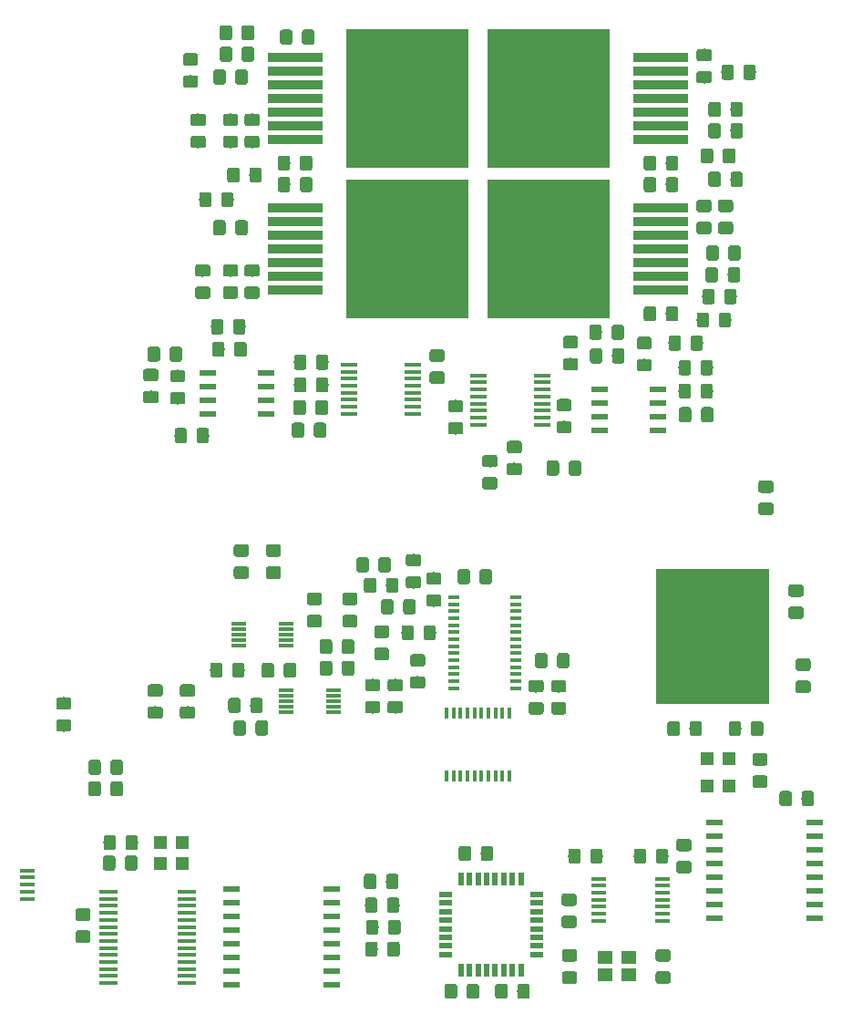
<source format=gtp>
G04 #@! TF.GenerationSoftware,KiCad,Pcbnew,(5.1.0)-1*
G04 #@! TF.CreationDate,2019-10-16T14:32:53+01:00*
G04 #@! TF.ProjectId,TempCtrl,54656d70-4374-4726-9c2e-6b696361645f,v4.3D*
G04 #@! TF.SameCoordinates,Original*
G04 #@! TF.FileFunction,Paste,Top*
G04 #@! TF.FilePolarity,Positive*
%FSLAX46Y46*%
G04 Gerber Fmt 4.6, Leading zero omitted, Abs format (unit mm)*
G04 Created by KiCad (PCBNEW (5.1.0)-1) date 2019-10-16 14:32:53*
%MOMM*%
%LPD*%
G04 APERTURE LIST*
%ADD10C,0.150000*%
%ADD11C,1.150000*%
%ADD12R,11.430000X12.954000*%
%ADD13R,5.080000X0.889000*%
%ADD14R,1.100000X0.400000*%
%ADD15R,1.500000X0.450000*%
%ADD16R,1.400000X0.300000*%
%ADD17R,1.198880X1.198880*%
%ADD18R,0.600000X1.200000*%
%ADD19R,1.200000X0.600000*%
%ADD20R,1.500000X0.600000*%
%ADD21R,1.750000X0.450000*%
%ADD22R,1.350000X0.400000*%
%ADD23R,10.500000X12.500000*%
%ADD24R,0.400000X1.000000*%
%ADD25R,1.550000X0.600000*%
%ADD26R,1.400000X1.200000*%
%ADD27R,1.450000X0.450000*%
G04 APERTURE END LIST*
D10*
G36*
X203495005Y-125285204D02*
G01*
X203519273Y-125288804D01*
X203543072Y-125294765D01*
X203566171Y-125303030D01*
X203588350Y-125313520D01*
X203609393Y-125326132D01*
X203629099Y-125340747D01*
X203647277Y-125357223D01*
X203663753Y-125375401D01*
X203678368Y-125395107D01*
X203690980Y-125416150D01*
X203701470Y-125438329D01*
X203709735Y-125461428D01*
X203715696Y-125485227D01*
X203719296Y-125509495D01*
X203720500Y-125533999D01*
X203720500Y-126434001D01*
X203719296Y-126458505D01*
X203715696Y-126482773D01*
X203709735Y-126506572D01*
X203701470Y-126529671D01*
X203690980Y-126551850D01*
X203678368Y-126572893D01*
X203663753Y-126592599D01*
X203647277Y-126610777D01*
X203629099Y-126627253D01*
X203609393Y-126641868D01*
X203588350Y-126654480D01*
X203566171Y-126664970D01*
X203543072Y-126673235D01*
X203519273Y-126679196D01*
X203495005Y-126682796D01*
X203470501Y-126684000D01*
X202820499Y-126684000D01*
X202795995Y-126682796D01*
X202771727Y-126679196D01*
X202747928Y-126673235D01*
X202724829Y-126664970D01*
X202702650Y-126654480D01*
X202681607Y-126641868D01*
X202661901Y-126627253D01*
X202643723Y-126610777D01*
X202627247Y-126592599D01*
X202612632Y-126572893D01*
X202600020Y-126551850D01*
X202589530Y-126529671D01*
X202581265Y-126506572D01*
X202575304Y-126482773D01*
X202571704Y-126458505D01*
X202570500Y-126434001D01*
X202570500Y-125533999D01*
X202571704Y-125509495D01*
X202575304Y-125485227D01*
X202581265Y-125461428D01*
X202589530Y-125438329D01*
X202600020Y-125416150D01*
X202612632Y-125395107D01*
X202627247Y-125375401D01*
X202643723Y-125357223D01*
X202661901Y-125340747D01*
X202681607Y-125326132D01*
X202702650Y-125313520D01*
X202724829Y-125303030D01*
X202747928Y-125294765D01*
X202771727Y-125288804D01*
X202795995Y-125285204D01*
X202820499Y-125284000D01*
X203470501Y-125284000D01*
X203495005Y-125285204D01*
X203495005Y-125285204D01*
G37*
D11*
X203145500Y-125984000D03*
D10*
G36*
X201445005Y-125285204D02*
G01*
X201469273Y-125288804D01*
X201493072Y-125294765D01*
X201516171Y-125303030D01*
X201538350Y-125313520D01*
X201559393Y-125326132D01*
X201579099Y-125340747D01*
X201597277Y-125357223D01*
X201613753Y-125375401D01*
X201628368Y-125395107D01*
X201640980Y-125416150D01*
X201651470Y-125438329D01*
X201659735Y-125461428D01*
X201665696Y-125485227D01*
X201669296Y-125509495D01*
X201670500Y-125533999D01*
X201670500Y-126434001D01*
X201669296Y-126458505D01*
X201665696Y-126482773D01*
X201659735Y-126506572D01*
X201651470Y-126529671D01*
X201640980Y-126551850D01*
X201628368Y-126572893D01*
X201613753Y-126592599D01*
X201597277Y-126610777D01*
X201579099Y-126627253D01*
X201559393Y-126641868D01*
X201538350Y-126654480D01*
X201516171Y-126664970D01*
X201493072Y-126673235D01*
X201469273Y-126679196D01*
X201445005Y-126682796D01*
X201420501Y-126684000D01*
X200770499Y-126684000D01*
X200745995Y-126682796D01*
X200721727Y-126679196D01*
X200697928Y-126673235D01*
X200674829Y-126664970D01*
X200652650Y-126654480D01*
X200631607Y-126641868D01*
X200611901Y-126627253D01*
X200593723Y-126610777D01*
X200577247Y-126592599D01*
X200562632Y-126572893D01*
X200550020Y-126551850D01*
X200539530Y-126529671D01*
X200531265Y-126506572D01*
X200525304Y-126482773D01*
X200521704Y-126458505D01*
X200520500Y-126434001D01*
X200520500Y-125533999D01*
X200521704Y-125509495D01*
X200525304Y-125485227D01*
X200531265Y-125461428D01*
X200539530Y-125438329D01*
X200550020Y-125416150D01*
X200562632Y-125395107D01*
X200577247Y-125375401D01*
X200593723Y-125357223D01*
X200611901Y-125340747D01*
X200631607Y-125326132D01*
X200652650Y-125313520D01*
X200674829Y-125303030D01*
X200697928Y-125294765D01*
X200721727Y-125288804D01*
X200745995Y-125285204D01*
X200770499Y-125284000D01*
X201420501Y-125284000D01*
X201445005Y-125285204D01*
X201445005Y-125285204D01*
G37*
D11*
X201095500Y-125984000D03*
D10*
G36*
X201524505Y-123253204D02*
G01*
X201548773Y-123256804D01*
X201572572Y-123262765D01*
X201595671Y-123271030D01*
X201617850Y-123281520D01*
X201638893Y-123294132D01*
X201658599Y-123308747D01*
X201676777Y-123325223D01*
X201693253Y-123343401D01*
X201707868Y-123363107D01*
X201720480Y-123384150D01*
X201730970Y-123406329D01*
X201739235Y-123429428D01*
X201745196Y-123453227D01*
X201748796Y-123477495D01*
X201750000Y-123501999D01*
X201750000Y-124402001D01*
X201748796Y-124426505D01*
X201745196Y-124450773D01*
X201739235Y-124474572D01*
X201730970Y-124497671D01*
X201720480Y-124519850D01*
X201707868Y-124540893D01*
X201693253Y-124560599D01*
X201676777Y-124578777D01*
X201658599Y-124595253D01*
X201638893Y-124609868D01*
X201617850Y-124622480D01*
X201595671Y-124632970D01*
X201572572Y-124641235D01*
X201548773Y-124647196D01*
X201524505Y-124650796D01*
X201500001Y-124652000D01*
X200849999Y-124652000D01*
X200825495Y-124650796D01*
X200801227Y-124647196D01*
X200777428Y-124641235D01*
X200754329Y-124632970D01*
X200732150Y-124622480D01*
X200711107Y-124609868D01*
X200691401Y-124595253D01*
X200673223Y-124578777D01*
X200656747Y-124560599D01*
X200642132Y-124540893D01*
X200629520Y-124519850D01*
X200619030Y-124497671D01*
X200610765Y-124474572D01*
X200604804Y-124450773D01*
X200601204Y-124426505D01*
X200600000Y-124402001D01*
X200600000Y-123501999D01*
X200601204Y-123477495D01*
X200604804Y-123453227D01*
X200610765Y-123429428D01*
X200619030Y-123406329D01*
X200629520Y-123384150D01*
X200642132Y-123363107D01*
X200656747Y-123343401D01*
X200673223Y-123325223D01*
X200691401Y-123308747D01*
X200711107Y-123294132D01*
X200732150Y-123281520D01*
X200754329Y-123271030D01*
X200777428Y-123262765D01*
X200801227Y-123256804D01*
X200825495Y-123253204D01*
X200849999Y-123252000D01*
X201500001Y-123252000D01*
X201524505Y-123253204D01*
X201524505Y-123253204D01*
G37*
D11*
X201175000Y-123952000D03*
D10*
G36*
X203574505Y-123253204D02*
G01*
X203598773Y-123256804D01*
X203622572Y-123262765D01*
X203645671Y-123271030D01*
X203667850Y-123281520D01*
X203688893Y-123294132D01*
X203708599Y-123308747D01*
X203726777Y-123325223D01*
X203743253Y-123343401D01*
X203757868Y-123363107D01*
X203770480Y-123384150D01*
X203780970Y-123406329D01*
X203789235Y-123429428D01*
X203795196Y-123453227D01*
X203798796Y-123477495D01*
X203800000Y-123501999D01*
X203800000Y-124402001D01*
X203798796Y-124426505D01*
X203795196Y-124450773D01*
X203789235Y-124474572D01*
X203780970Y-124497671D01*
X203770480Y-124519850D01*
X203757868Y-124540893D01*
X203743253Y-124560599D01*
X203726777Y-124578777D01*
X203708599Y-124595253D01*
X203688893Y-124609868D01*
X203667850Y-124622480D01*
X203645671Y-124632970D01*
X203622572Y-124641235D01*
X203598773Y-124647196D01*
X203574505Y-124650796D01*
X203550001Y-124652000D01*
X202899999Y-124652000D01*
X202875495Y-124650796D01*
X202851227Y-124647196D01*
X202827428Y-124641235D01*
X202804329Y-124632970D01*
X202782150Y-124622480D01*
X202761107Y-124609868D01*
X202741401Y-124595253D01*
X202723223Y-124578777D01*
X202706747Y-124560599D01*
X202692132Y-124540893D01*
X202679520Y-124519850D01*
X202669030Y-124497671D01*
X202660765Y-124474572D01*
X202654804Y-124450773D01*
X202651204Y-124426505D01*
X202650000Y-124402001D01*
X202650000Y-123501999D01*
X202651204Y-123477495D01*
X202654804Y-123453227D01*
X202660765Y-123429428D01*
X202669030Y-123406329D01*
X202679520Y-123384150D01*
X202692132Y-123363107D01*
X202706747Y-123343401D01*
X202723223Y-123325223D01*
X202741401Y-123308747D01*
X202761107Y-123294132D01*
X202782150Y-123281520D01*
X202804329Y-123271030D01*
X202827428Y-123262765D01*
X202851227Y-123256804D01*
X202875495Y-123253204D01*
X202899999Y-123252000D01*
X203550001Y-123252000D01*
X203574505Y-123253204D01*
X203574505Y-123253204D01*
G37*
D11*
X203225000Y-123952000D03*
D10*
G36*
X199274505Y-97201204D02*
G01*
X199298773Y-97204804D01*
X199322572Y-97210765D01*
X199345671Y-97219030D01*
X199367850Y-97229520D01*
X199388893Y-97242132D01*
X199408599Y-97256747D01*
X199426777Y-97273223D01*
X199443253Y-97291401D01*
X199457868Y-97311107D01*
X199470480Y-97332150D01*
X199480970Y-97354329D01*
X199489235Y-97377428D01*
X199495196Y-97401227D01*
X199498796Y-97425495D01*
X199500000Y-97449999D01*
X199500000Y-98350001D01*
X199498796Y-98374505D01*
X199495196Y-98398773D01*
X199489235Y-98422572D01*
X199480970Y-98445671D01*
X199470480Y-98467850D01*
X199457868Y-98488893D01*
X199443253Y-98508599D01*
X199426777Y-98526777D01*
X199408599Y-98543253D01*
X199388893Y-98557868D01*
X199367850Y-98570480D01*
X199345671Y-98580970D01*
X199322572Y-98589235D01*
X199298773Y-98595196D01*
X199274505Y-98598796D01*
X199250001Y-98600000D01*
X198599999Y-98600000D01*
X198575495Y-98598796D01*
X198551227Y-98595196D01*
X198527428Y-98589235D01*
X198504329Y-98580970D01*
X198482150Y-98570480D01*
X198461107Y-98557868D01*
X198441401Y-98543253D01*
X198423223Y-98526777D01*
X198406747Y-98508599D01*
X198392132Y-98488893D01*
X198379520Y-98467850D01*
X198369030Y-98445671D01*
X198360765Y-98422572D01*
X198354804Y-98398773D01*
X198351204Y-98374505D01*
X198350000Y-98350001D01*
X198350000Y-97449999D01*
X198351204Y-97425495D01*
X198354804Y-97401227D01*
X198360765Y-97377428D01*
X198369030Y-97354329D01*
X198379520Y-97332150D01*
X198392132Y-97311107D01*
X198406747Y-97291401D01*
X198423223Y-97273223D01*
X198441401Y-97256747D01*
X198461107Y-97242132D01*
X198482150Y-97229520D01*
X198504329Y-97219030D01*
X198527428Y-97210765D01*
X198551227Y-97204804D01*
X198575495Y-97201204D01*
X198599999Y-97200000D01*
X199250001Y-97200000D01*
X199274505Y-97201204D01*
X199274505Y-97201204D01*
G37*
D11*
X198925000Y-97900000D03*
D10*
G36*
X197224505Y-97201204D02*
G01*
X197248773Y-97204804D01*
X197272572Y-97210765D01*
X197295671Y-97219030D01*
X197317850Y-97229520D01*
X197338893Y-97242132D01*
X197358599Y-97256747D01*
X197376777Y-97273223D01*
X197393253Y-97291401D01*
X197407868Y-97311107D01*
X197420480Y-97332150D01*
X197430970Y-97354329D01*
X197439235Y-97377428D01*
X197445196Y-97401227D01*
X197448796Y-97425495D01*
X197450000Y-97449999D01*
X197450000Y-98350001D01*
X197448796Y-98374505D01*
X197445196Y-98398773D01*
X197439235Y-98422572D01*
X197430970Y-98445671D01*
X197420480Y-98467850D01*
X197407868Y-98488893D01*
X197393253Y-98508599D01*
X197376777Y-98526777D01*
X197358599Y-98543253D01*
X197338893Y-98557868D01*
X197317850Y-98570480D01*
X197295671Y-98580970D01*
X197272572Y-98589235D01*
X197248773Y-98595196D01*
X197224505Y-98598796D01*
X197200001Y-98600000D01*
X196549999Y-98600000D01*
X196525495Y-98598796D01*
X196501227Y-98595196D01*
X196477428Y-98589235D01*
X196454329Y-98580970D01*
X196432150Y-98570480D01*
X196411107Y-98557868D01*
X196391401Y-98543253D01*
X196373223Y-98526777D01*
X196356747Y-98508599D01*
X196342132Y-98488893D01*
X196329520Y-98467850D01*
X196319030Y-98445671D01*
X196310765Y-98422572D01*
X196304804Y-98398773D01*
X196301204Y-98374505D01*
X196300000Y-98350001D01*
X196300000Y-97449999D01*
X196301204Y-97425495D01*
X196304804Y-97401227D01*
X196310765Y-97377428D01*
X196319030Y-97354329D01*
X196329520Y-97332150D01*
X196342132Y-97311107D01*
X196356747Y-97291401D01*
X196373223Y-97273223D01*
X196391401Y-97256747D01*
X196411107Y-97242132D01*
X196432150Y-97229520D01*
X196454329Y-97219030D01*
X196477428Y-97210765D01*
X196501227Y-97204804D01*
X196525495Y-97201204D01*
X196549999Y-97200000D01*
X197200001Y-97200000D01*
X197224505Y-97201204D01*
X197224505Y-97201204D01*
G37*
D11*
X196875000Y-97900000D03*
D10*
G36*
X203774505Y-100901204D02*
G01*
X203798773Y-100904804D01*
X203822572Y-100910765D01*
X203845671Y-100919030D01*
X203867850Y-100929520D01*
X203888893Y-100942132D01*
X203908599Y-100956747D01*
X203926777Y-100973223D01*
X203943253Y-100991401D01*
X203957868Y-101011107D01*
X203970480Y-101032150D01*
X203980970Y-101054329D01*
X203989235Y-101077428D01*
X203995196Y-101101227D01*
X203998796Y-101125495D01*
X204000000Y-101149999D01*
X204000000Y-101800001D01*
X203998796Y-101824505D01*
X203995196Y-101848773D01*
X203989235Y-101872572D01*
X203980970Y-101895671D01*
X203970480Y-101917850D01*
X203957868Y-101938893D01*
X203943253Y-101958599D01*
X203926777Y-101976777D01*
X203908599Y-101993253D01*
X203888893Y-102007868D01*
X203867850Y-102020480D01*
X203845671Y-102030970D01*
X203822572Y-102039235D01*
X203798773Y-102045196D01*
X203774505Y-102048796D01*
X203750001Y-102050000D01*
X202849999Y-102050000D01*
X202825495Y-102048796D01*
X202801227Y-102045196D01*
X202777428Y-102039235D01*
X202754329Y-102030970D01*
X202732150Y-102020480D01*
X202711107Y-102007868D01*
X202691401Y-101993253D01*
X202673223Y-101976777D01*
X202656747Y-101958599D01*
X202642132Y-101938893D01*
X202629520Y-101917850D01*
X202619030Y-101895671D01*
X202610765Y-101872572D01*
X202604804Y-101848773D01*
X202601204Y-101824505D01*
X202600000Y-101800001D01*
X202600000Y-101149999D01*
X202601204Y-101125495D01*
X202604804Y-101101227D01*
X202610765Y-101077428D01*
X202619030Y-101054329D01*
X202629520Y-101032150D01*
X202642132Y-101011107D01*
X202656747Y-100991401D01*
X202673223Y-100973223D01*
X202691401Y-100956747D01*
X202711107Y-100942132D01*
X202732150Y-100929520D01*
X202754329Y-100919030D01*
X202777428Y-100910765D01*
X202801227Y-100904804D01*
X202825495Y-100901204D01*
X202849999Y-100900000D01*
X203750001Y-100900000D01*
X203774505Y-100901204D01*
X203774505Y-100901204D01*
G37*
D11*
X203300000Y-101475000D03*
D10*
G36*
X203774505Y-102951204D02*
G01*
X203798773Y-102954804D01*
X203822572Y-102960765D01*
X203845671Y-102969030D01*
X203867850Y-102979520D01*
X203888893Y-102992132D01*
X203908599Y-103006747D01*
X203926777Y-103023223D01*
X203943253Y-103041401D01*
X203957868Y-103061107D01*
X203970480Y-103082150D01*
X203980970Y-103104329D01*
X203989235Y-103127428D01*
X203995196Y-103151227D01*
X203998796Y-103175495D01*
X204000000Y-103199999D01*
X204000000Y-103850001D01*
X203998796Y-103874505D01*
X203995196Y-103898773D01*
X203989235Y-103922572D01*
X203980970Y-103945671D01*
X203970480Y-103967850D01*
X203957868Y-103988893D01*
X203943253Y-104008599D01*
X203926777Y-104026777D01*
X203908599Y-104043253D01*
X203888893Y-104057868D01*
X203867850Y-104070480D01*
X203845671Y-104080970D01*
X203822572Y-104089235D01*
X203798773Y-104095196D01*
X203774505Y-104098796D01*
X203750001Y-104100000D01*
X202849999Y-104100000D01*
X202825495Y-104098796D01*
X202801227Y-104095196D01*
X202777428Y-104089235D01*
X202754329Y-104080970D01*
X202732150Y-104070480D01*
X202711107Y-104057868D01*
X202691401Y-104043253D01*
X202673223Y-104026777D01*
X202656747Y-104008599D01*
X202642132Y-103988893D01*
X202629520Y-103967850D01*
X202619030Y-103945671D01*
X202610765Y-103922572D01*
X202604804Y-103898773D01*
X202601204Y-103874505D01*
X202600000Y-103850001D01*
X202600000Y-103199999D01*
X202601204Y-103175495D01*
X202604804Y-103151227D01*
X202610765Y-103127428D01*
X202619030Y-103104329D01*
X202629520Y-103082150D01*
X202642132Y-103061107D01*
X202656747Y-103041401D01*
X202673223Y-103023223D01*
X202691401Y-103006747D01*
X202711107Y-102992132D01*
X202732150Y-102979520D01*
X202754329Y-102969030D01*
X202777428Y-102960765D01*
X202801227Y-102954804D01*
X202825495Y-102951204D01*
X202849999Y-102950000D01*
X203750001Y-102950000D01*
X203774505Y-102951204D01*
X203774505Y-102951204D01*
G37*
D11*
X203300000Y-103525000D03*
D10*
G36*
X234800505Y-64706204D02*
G01*
X234824773Y-64709804D01*
X234848572Y-64715765D01*
X234871671Y-64724030D01*
X234893850Y-64734520D01*
X234914893Y-64747132D01*
X234934599Y-64761747D01*
X234952777Y-64778223D01*
X234969253Y-64796401D01*
X234983868Y-64816107D01*
X234996480Y-64837150D01*
X235006970Y-64859329D01*
X235015235Y-64882428D01*
X235021196Y-64906227D01*
X235024796Y-64930495D01*
X235026000Y-64954999D01*
X235026000Y-65855001D01*
X235024796Y-65879505D01*
X235021196Y-65903773D01*
X235015235Y-65927572D01*
X235006970Y-65950671D01*
X234996480Y-65972850D01*
X234983868Y-65993893D01*
X234969253Y-66013599D01*
X234952777Y-66031777D01*
X234934599Y-66048253D01*
X234914893Y-66062868D01*
X234893850Y-66075480D01*
X234871671Y-66085970D01*
X234848572Y-66094235D01*
X234824773Y-66100196D01*
X234800505Y-66103796D01*
X234776001Y-66105000D01*
X234125999Y-66105000D01*
X234101495Y-66103796D01*
X234077227Y-66100196D01*
X234053428Y-66094235D01*
X234030329Y-66085970D01*
X234008150Y-66075480D01*
X233987107Y-66062868D01*
X233967401Y-66048253D01*
X233949223Y-66031777D01*
X233932747Y-66013599D01*
X233918132Y-65993893D01*
X233905520Y-65972850D01*
X233895030Y-65950671D01*
X233886765Y-65927572D01*
X233880804Y-65903773D01*
X233877204Y-65879505D01*
X233876000Y-65855001D01*
X233876000Y-64954999D01*
X233877204Y-64930495D01*
X233880804Y-64906227D01*
X233886765Y-64882428D01*
X233895030Y-64859329D01*
X233905520Y-64837150D01*
X233918132Y-64816107D01*
X233932747Y-64796401D01*
X233949223Y-64778223D01*
X233967401Y-64761747D01*
X233987107Y-64747132D01*
X234008150Y-64734520D01*
X234030329Y-64724030D01*
X234053428Y-64715765D01*
X234077227Y-64709804D01*
X234101495Y-64706204D01*
X234125999Y-64705000D01*
X234776001Y-64705000D01*
X234800505Y-64706204D01*
X234800505Y-64706204D01*
G37*
D11*
X234451000Y-65405000D03*
D10*
G36*
X232750505Y-64706204D02*
G01*
X232774773Y-64709804D01*
X232798572Y-64715765D01*
X232821671Y-64724030D01*
X232843850Y-64734520D01*
X232864893Y-64747132D01*
X232884599Y-64761747D01*
X232902777Y-64778223D01*
X232919253Y-64796401D01*
X232933868Y-64816107D01*
X232946480Y-64837150D01*
X232956970Y-64859329D01*
X232965235Y-64882428D01*
X232971196Y-64906227D01*
X232974796Y-64930495D01*
X232976000Y-64954999D01*
X232976000Y-65855001D01*
X232974796Y-65879505D01*
X232971196Y-65903773D01*
X232965235Y-65927572D01*
X232956970Y-65950671D01*
X232946480Y-65972850D01*
X232933868Y-65993893D01*
X232919253Y-66013599D01*
X232902777Y-66031777D01*
X232884599Y-66048253D01*
X232864893Y-66062868D01*
X232843850Y-66075480D01*
X232821671Y-66085970D01*
X232798572Y-66094235D01*
X232774773Y-66100196D01*
X232750505Y-66103796D01*
X232726001Y-66105000D01*
X232075999Y-66105000D01*
X232051495Y-66103796D01*
X232027227Y-66100196D01*
X232003428Y-66094235D01*
X231980329Y-66085970D01*
X231958150Y-66075480D01*
X231937107Y-66062868D01*
X231917401Y-66048253D01*
X231899223Y-66031777D01*
X231882747Y-66013599D01*
X231868132Y-65993893D01*
X231855520Y-65972850D01*
X231845030Y-65950671D01*
X231836765Y-65927572D01*
X231830804Y-65903773D01*
X231827204Y-65879505D01*
X231826000Y-65855001D01*
X231826000Y-64954999D01*
X231827204Y-64930495D01*
X231830804Y-64906227D01*
X231836765Y-64882428D01*
X231845030Y-64859329D01*
X231855520Y-64837150D01*
X231868132Y-64816107D01*
X231882747Y-64796401D01*
X231899223Y-64778223D01*
X231917401Y-64761747D01*
X231937107Y-64747132D01*
X231958150Y-64734520D01*
X231980329Y-64724030D01*
X232003428Y-64715765D01*
X232027227Y-64709804D01*
X232051495Y-64706204D01*
X232075999Y-64705000D01*
X232726001Y-64705000D01*
X232750505Y-64706204D01*
X232750505Y-64706204D01*
G37*
D11*
X232401000Y-65405000D03*
D10*
G36*
X235374505Y-53801204D02*
G01*
X235398773Y-53804804D01*
X235422572Y-53810765D01*
X235445671Y-53819030D01*
X235467850Y-53829520D01*
X235488893Y-53842132D01*
X235508599Y-53856747D01*
X235526777Y-53873223D01*
X235543253Y-53891401D01*
X235557868Y-53911107D01*
X235570480Y-53932150D01*
X235580970Y-53954329D01*
X235589235Y-53977428D01*
X235595196Y-54001227D01*
X235598796Y-54025495D01*
X235600000Y-54049999D01*
X235600000Y-54950001D01*
X235598796Y-54974505D01*
X235595196Y-54998773D01*
X235589235Y-55022572D01*
X235580970Y-55045671D01*
X235570480Y-55067850D01*
X235557868Y-55088893D01*
X235543253Y-55108599D01*
X235526777Y-55126777D01*
X235508599Y-55143253D01*
X235488893Y-55157868D01*
X235467850Y-55170480D01*
X235445671Y-55180970D01*
X235422572Y-55189235D01*
X235398773Y-55195196D01*
X235374505Y-55198796D01*
X235350001Y-55200000D01*
X234699999Y-55200000D01*
X234675495Y-55198796D01*
X234651227Y-55195196D01*
X234627428Y-55189235D01*
X234604329Y-55180970D01*
X234582150Y-55170480D01*
X234561107Y-55157868D01*
X234541401Y-55143253D01*
X234523223Y-55126777D01*
X234506747Y-55108599D01*
X234492132Y-55088893D01*
X234479520Y-55067850D01*
X234469030Y-55045671D01*
X234460765Y-55022572D01*
X234454804Y-54998773D01*
X234451204Y-54974505D01*
X234450000Y-54950001D01*
X234450000Y-54049999D01*
X234451204Y-54025495D01*
X234454804Y-54001227D01*
X234460765Y-53977428D01*
X234469030Y-53954329D01*
X234479520Y-53932150D01*
X234492132Y-53911107D01*
X234506747Y-53891401D01*
X234523223Y-53873223D01*
X234541401Y-53856747D01*
X234561107Y-53842132D01*
X234582150Y-53829520D01*
X234604329Y-53819030D01*
X234627428Y-53810765D01*
X234651227Y-53804804D01*
X234675495Y-53801204D01*
X234699999Y-53800000D01*
X235350001Y-53800000D01*
X235374505Y-53801204D01*
X235374505Y-53801204D01*
G37*
D11*
X235025000Y-54500000D03*
D10*
G36*
X233324505Y-53801204D02*
G01*
X233348773Y-53804804D01*
X233372572Y-53810765D01*
X233395671Y-53819030D01*
X233417850Y-53829520D01*
X233438893Y-53842132D01*
X233458599Y-53856747D01*
X233476777Y-53873223D01*
X233493253Y-53891401D01*
X233507868Y-53911107D01*
X233520480Y-53932150D01*
X233530970Y-53954329D01*
X233539235Y-53977428D01*
X233545196Y-54001227D01*
X233548796Y-54025495D01*
X233550000Y-54049999D01*
X233550000Y-54950001D01*
X233548796Y-54974505D01*
X233545196Y-54998773D01*
X233539235Y-55022572D01*
X233530970Y-55045671D01*
X233520480Y-55067850D01*
X233507868Y-55088893D01*
X233493253Y-55108599D01*
X233476777Y-55126777D01*
X233458599Y-55143253D01*
X233438893Y-55157868D01*
X233417850Y-55170480D01*
X233395671Y-55180970D01*
X233372572Y-55189235D01*
X233348773Y-55195196D01*
X233324505Y-55198796D01*
X233300001Y-55200000D01*
X232649999Y-55200000D01*
X232625495Y-55198796D01*
X232601227Y-55195196D01*
X232577428Y-55189235D01*
X232554329Y-55180970D01*
X232532150Y-55170480D01*
X232511107Y-55157868D01*
X232491401Y-55143253D01*
X232473223Y-55126777D01*
X232456747Y-55108599D01*
X232442132Y-55088893D01*
X232429520Y-55067850D01*
X232419030Y-55045671D01*
X232410765Y-55022572D01*
X232404804Y-54998773D01*
X232401204Y-54974505D01*
X232400000Y-54950001D01*
X232400000Y-54049999D01*
X232401204Y-54025495D01*
X232404804Y-54001227D01*
X232410765Y-53977428D01*
X232419030Y-53954329D01*
X232429520Y-53932150D01*
X232442132Y-53911107D01*
X232456747Y-53891401D01*
X232473223Y-53873223D01*
X232491401Y-53856747D01*
X232511107Y-53842132D01*
X232532150Y-53829520D01*
X232554329Y-53819030D01*
X232577428Y-53810765D01*
X232601227Y-53804804D01*
X232625495Y-53801204D01*
X232649999Y-53800000D01*
X233300001Y-53800000D01*
X233324505Y-53801204D01*
X233324505Y-53801204D01*
G37*
D11*
X232975000Y-54500000D03*
D10*
G36*
X235124505Y-62674204D02*
G01*
X235148773Y-62677804D01*
X235172572Y-62683765D01*
X235195671Y-62692030D01*
X235217850Y-62702520D01*
X235238893Y-62715132D01*
X235258599Y-62729747D01*
X235276777Y-62746223D01*
X235293253Y-62764401D01*
X235307868Y-62784107D01*
X235320480Y-62805150D01*
X235330970Y-62827329D01*
X235339235Y-62850428D01*
X235345196Y-62874227D01*
X235348796Y-62898495D01*
X235350000Y-62922999D01*
X235350000Y-63823001D01*
X235348796Y-63847505D01*
X235345196Y-63871773D01*
X235339235Y-63895572D01*
X235330970Y-63918671D01*
X235320480Y-63940850D01*
X235307868Y-63961893D01*
X235293253Y-63981599D01*
X235276777Y-63999777D01*
X235258599Y-64016253D01*
X235238893Y-64030868D01*
X235217850Y-64043480D01*
X235195671Y-64053970D01*
X235172572Y-64062235D01*
X235148773Y-64068196D01*
X235124505Y-64071796D01*
X235100001Y-64073000D01*
X234449999Y-64073000D01*
X234425495Y-64071796D01*
X234401227Y-64068196D01*
X234377428Y-64062235D01*
X234354329Y-64053970D01*
X234332150Y-64043480D01*
X234311107Y-64030868D01*
X234291401Y-64016253D01*
X234273223Y-63999777D01*
X234256747Y-63981599D01*
X234242132Y-63961893D01*
X234229520Y-63940850D01*
X234219030Y-63918671D01*
X234210765Y-63895572D01*
X234204804Y-63871773D01*
X234201204Y-63847505D01*
X234200000Y-63823001D01*
X234200000Y-62922999D01*
X234201204Y-62898495D01*
X234204804Y-62874227D01*
X234210765Y-62850428D01*
X234219030Y-62827329D01*
X234229520Y-62805150D01*
X234242132Y-62784107D01*
X234256747Y-62764401D01*
X234273223Y-62746223D01*
X234291401Y-62729747D01*
X234311107Y-62715132D01*
X234332150Y-62702520D01*
X234354329Y-62692030D01*
X234377428Y-62683765D01*
X234401227Y-62677804D01*
X234425495Y-62674204D01*
X234449999Y-62673000D01*
X235100001Y-62673000D01*
X235124505Y-62674204D01*
X235124505Y-62674204D01*
G37*
D11*
X234775000Y-63373000D03*
D10*
G36*
X233074505Y-62674204D02*
G01*
X233098773Y-62677804D01*
X233122572Y-62683765D01*
X233145671Y-62692030D01*
X233167850Y-62702520D01*
X233188893Y-62715132D01*
X233208599Y-62729747D01*
X233226777Y-62746223D01*
X233243253Y-62764401D01*
X233257868Y-62784107D01*
X233270480Y-62805150D01*
X233280970Y-62827329D01*
X233289235Y-62850428D01*
X233295196Y-62874227D01*
X233298796Y-62898495D01*
X233300000Y-62922999D01*
X233300000Y-63823001D01*
X233298796Y-63847505D01*
X233295196Y-63871773D01*
X233289235Y-63895572D01*
X233280970Y-63918671D01*
X233270480Y-63940850D01*
X233257868Y-63961893D01*
X233243253Y-63981599D01*
X233226777Y-63999777D01*
X233208599Y-64016253D01*
X233188893Y-64030868D01*
X233167850Y-64043480D01*
X233145671Y-64053970D01*
X233122572Y-64062235D01*
X233098773Y-64068196D01*
X233074505Y-64071796D01*
X233050001Y-64073000D01*
X232399999Y-64073000D01*
X232375495Y-64071796D01*
X232351227Y-64068196D01*
X232327428Y-64062235D01*
X232304329Y-64053970D01*
X232282150Y-64043480D01*
X232261107Y-64030868D01*
X232241401Y-64016253D01*
X232223223Y-63999777D01*
X232206747Y-63981599D01*
X232192132Y-63961893D01*
X232179520Y-63940850D01*
X232169030Y-63918671D01*
X232160765Y-63895572D01*
X232154804Y-63871773D01*
X232151204Y-63847505D01*
X232150000Y-63823001D01*
X232150000Y-62922999D01*
X232151204Y-62898495D01*
X232154804Y-62874227D01*
X232160765Y-62850428D01*
X232169030Y-62827329D01*
X232179520Y-62805150D01*
X232192132Y-62784107D01*
X232206747Y-62764401D01*
X232223223Y-62746223D01*
X232241401Y-62729747D01*
X232261107Y-62715132D01*
X232282150Y-62702520D01*
X232304329Y-62692030D01*
X232327428Y-62683765D01*
X232351227Y-62677804D01*
X232375495Y-62674204D01*
X232399999Y-62673000D01*
X233050001Y-62673000D01*
X233074505Y-62674204D01*
X233074505Y-62674204D01*
G37*
D11*
X232725000Y-63373000D03*
D10*
G36*
X232647505Y-75663204D02*
G01*
X232671773Y-75666804D01*
X232695572Y-75672765D01*
X232718671Y-75681030D01*
X232740850Y-75691520D01*
X232761893Y-75704132D01*
X232781599Y-75718747D01*
X232799777Y-75735223D01*
X232816253Y-75753401D01*
X232830868Y-75773107D01*
X232843480Y-75794150D01*
X232853970Y-75816329D01*
X232862235Y-75839428D01*
X232868196Y-75863227D01*
X232871796Y-75887495D01*
X232873000Y-75911999D01*
X232873000Y-76812001D01*
X232871796Y-76836505D01*
X232868196Y-76860773D01*
X232862235Y-76884572D01*
X232853970Y-76907671D01*
X232843480Y-76929850D01*
X232830868Y-76950893D01*
X232816253Y-76970599D01*
X232799777Y-76988777D01*
X232781599Y-77005253D01*
X232761893Y-77019868D01*
X232740850Y-77032480D01*
X232718671Y-77042970D01*
X232695572Y-77051235D01*
X232671773Y-77057196D01*
X232647505Y-77060796D01*
X232623001Y-77062000D01*
X231972999Y-77062000D01*
X231948495Y-77060796D01*
X231924227Y-77057196D01*
X231900428Y-77051235D01*
X231877329Y-77042970D01*
X231855150Y-77032480D01*
X231834107Y-77019868D01*
X231814401Y-77005253D01*
X231796223Y-76988777D01*
X231779747Y-76970599D01*
X231765132Y-76950893D01*
X231752520Y-76929850D01*
X231742030Y-76907671D01*
X231733765Y-76884572D01*
X231727804Y-76860773D01*
X231724204Y-76836505D01*
X231723000Y-76812001D01*
X231723000Y-75911999D01*
X231724204Y-75887495D01*
X231727804Y-75863227D01*
X231733765Y-75839428D01*
X231742030Y-75816329D01*
X231752520Y-75794150D01*
X231765132Y-75773107D01*
X231779747Y-75753401D01*
X231796223Y-75735223D01*
X231814401Y-75718747D01*
X231834107Y-75704132D01*
X231855150Y-75691520D01*
X231877329Y-75681030D01*
X231900428Y-75672765D01*
X231924227Y-75666804D01*
X231948495Y-75663204D01*
X231972999Y-75662000D01*
X232623001Y-75662000D01*
X232647505Y-75663204D01*
X232647505Y-75663204D01*
G37*
D11*
X232298000Y-76362000D03*
D10*
G36*
X230597505Y-75663204D02*
G01*
X230621773Y-75666804D01*
X230645572Y-75672765D01*
X230668671Y-75681030D01*
X230690850Y-75691520D01*
X230711893Y-75704132D01*
X230731599Y-75718747D01*
X230749777Y-75735223D01*
X230766253Y-75753401D01*
X230780868Y-75773107D01*
X230793480Y-75794150D01*
X230803970Y-75816329D01*
X230812235Y-75839428D01*
X230818196Y-75863227D01*
X230821796Y-75887495D01*
X230823000Y-75911999D01*
X230823000Y-76812001D01*
X230821796Y-76836505D01*
X230818196Y-76860773D01*
X230812235Y-76884572D01*
X230803970Y-76907671D01*
X230793480Y-76929850D01*
X230780868Y-76950893D01*
X230766253Y-76970599D01*
X230749777Y-76988777D01*
X230731599Y-77005253D01*
X230711893Y-77019868D01*
X230690850Y-77032480D01*
X230668671Y-77042970D01*
X230645572Y-77051235D01*
X230621773Y-77057196D01*
X230597505Y-77060796D01*
X230573001Y-77062000D01*
X229922999Y-77062000D01*
X229898495Y-77060796D01*
X229874227Y-77057196D01*
X229850428Y-77051235D01*
X229827329Y-77042970D01*
X229805150Y-77032480D01*
X229784107Y-77019868D01*
X229764401Y-77005253D01*
X229746223Y-76988777D01*
X229729747Y-76970599D01*
X229715132Y-76950893D01*
X229702520Y-76929850D01*
X229692030Y-76907671D01*
X229683765Y-76884572D01*
X229677804Y-76860773D01*
X229674204Y-76836505D01*
X229673000Y-76812001D01*
X229673000Y-75911999D01*
X229674204Y-75887495D01*
X229677804Y-75863227D01*
X229683765Y-75839428D01*
X229692030Y-75816329D01*
X229702520Y-75794150D01*
X229715132Y-75773107D01*
X229729747Y-75753401D01*
X229746223Y-75735223D01*
X229764401Y-75718747D01*
X229784107Y-75704132D01*
X229805150Y-75691520D01*
X229827329Y-75681030D01*
X229850428Y-75672765D01*
X229874227Y-75666804D01*
X229898495Y-75663204D01*
X229922999Y-75662000D01*
X230573001Y-75662000D01*
X230597505Y-75663204D01*
X230597505Y-75663204D01*
G37*
D11*
X230248000Y-76362000D03*
D10*
G36*
X232597505Y-73463204D02*
G01*
X232621773Y-73466804D01*
X232645572Y-73472765D01*
X232668671Y-73481030D01*
X232690850Y-73491520D01*
X232711893Y-73504132D01*
X232731599Y-73518747D01*
X232749777Y-73535223D01*
X232766253Y-73553401D01*
X232780868Y-73573107D01*
X232793480Y-73594150D01*
X232803970Y-73616329D01*
X232812235Y-73639428D01*
X232818196Y-73663227D01*
X232821796Y-73687495D01*
X232823000Y-73711999D01*
X232823000Y-74612001D01*
X232821796Y-74636505D01*
X232818196Y-74660773D01*
X232812235Y-74684572D01*
X232803970Y-74707671D01*
X232793480Y-74729850D01*
X232780868Y-74750893D01*
X232766253Y-74770599D01*
X232749777Y-74788777D01*
X232731599Y-74805253D01*
X232711893Y-74819868D01*
X232690850Y-74832480D01*
X232668671Y-74842970D01*
X232645572Y-74851235D01*
X232621773Y-74857196D01*
X232597505Y-74860796D01*
X232573001Y-74862000D01*
X231922999Y-74862000D01*
X231898495Y-74860796D01*
X231874227Y-74857196D01*
X231850428Y-74851235D01*
X231827329Y-74842970D01*
X231805150Y-74832480D01*
X231784107Y-74819868D01*
X231764401Y-74805253D01*
X231746223Y-74788777D01*
X231729747Y-74770599D01*
X231715132Y-74750893D01*
X231702520Y-74729850D01*
X231692030Y-74707671D01*
X231683765Y-74684572D01*
X231677804Y-74660773D01*
X231674204Y-74636505D01*
X231673000Y-74612001D01*
X231673000Y-73711999D01*
X231674204Y-73687495D01*
X231677804Y-73663227D01*
X231683765Y-73639428D01*
X231692030Y-73616329D01*
X231702520Y-73594150D01*
X231715132Y-73573107D01*
X231729747Y-73553401D01*
X231746223Y-73535223D01*
X231764401Y-73518747D01*
X231784107Y-73504132D01*
X231805150Y-73491520D01*
X231827329Y-73481030D01*
X231850428Y-73472765D01*
X231874227Y-73466804D01*
X231898495Y-73463204D01*
X231922999Y-73462000D01*
X232573001Y-73462000D01*
X232597505Y-73463204D01*
X232597505Y-73463204D01*
G37*
D11*
X232248000Y-74162000D03*
D10*
G36*
X230547505Y-73463204D02*
G01*
X230571773Y-73466804D01*
X230595572Y-73472765D01*
X230618671Y-73481030D01*
X230640850Y-73491520D01*
X230661893Y-73504132D01*
X230681599Y-73518747D01*
X230699777Y-73535223D01*
X230716253Y-73553401D01*
X230730868Y-73573107D01*
X230743480Y-73594150D01*
X230753970Y-73616329D01*
X230762235Y-73639428D01*
X230768196Y-73663227D01*
X230771796Y-73687495D01*
X230773000Y-73711999D01*
X230773000Y-74612001D01*
X230771796Y-74636505D01*
X230768196Y-74660773D01*
X230762235Y-74684572D01*
X230753970Y-74707671D01*
X230743480Y-74729850D01*
X230730868Y-74750893D01*
X230716253Y-74770599D01*
X230699777Y-74788777D01*
X230681599Y-74805253D01*
X230661893Y-74819868D01*
X230640850Y-74832480D01*
X230618671Y-74842970D01*
X230595572Y-74851235D01*
X230571773Y-74857196D01*
X230547505Y-74860796D01*
X230523001Y-74862000D01*
X229872999Y-74862000D01*
X229848495Y-74860796D01*
X229824227Y-74857196D01*
X229800428Y-74851235D01*
X229777329Y-74842970D01*
X229755150Y-74832480D01*
X229734107Y-74819868D01*
X229714401Y-74805253D01*
X229696223Y-74788777D01*
X229679747Y-74770599D01*
X229665132Y-74750893D01*
X229652520Y-74729850D01*
X229642030Y-74707671D01*
X229633765Y-74684572D01*
X229627804Y-74660773D01*
X229624204Y-74636505D01*
X229623000Y-74612001D01*
X229623000Y-73711999D01*
X229624204Y-73687495D01*
X229627804Y-73663227D01*
X229633765Y-73639428D01*
X229642030Y-73616329D01*
X229652520Y-73594150D01*
X229665132Y-73573107D01*
X229679747Y-73553401D01*
X229696223Y-73535223D01*
X229714401Y-73518747D01*
X229734107Y-73504132D01*
X229755150Y-73491520D01*
X229777329Y-73481030D01*
X229800428Y-73472765D01*
X229824227Y-73466804D01*
X229848495Y-73463204D01*
X229872999Y-73462000D01*
X230523001Y-73462000D01*
X230547505Y-73463204D01*
X230547505Y-73463204D01*
G37*
D11*
X230198000Y-74162000D03*
D10*
G36*
X235374505Y-49301204D02*
G01*
X235398773Y-49304804D01*
X235422572Y-49310765D01*
X235445671Y-49319030D01*
X235467850Y-49329520D01*
X235488893Y-49342132D01*
X235508599Y-49356747D01*
X235526777Y-49373223D01*
X235543253Y-49391401D01*
X235557868Y-49411107D01*
X235570480Y-49432150D01*
X235580970Y-49454329D01*
X235589235Y-49477428D01*
X235595196Y-49501227D01*
X235598796Y-49525495D01*
X235600000Y-49549999D01*
X235600000Y-50450001D01*
X235598796Y-50474505D01*
X235595196Y-50498773D01*
X235589235Y-50522572D01*
X235580970Y-50545671D01*
X235570480Y-50567850D01*
X235557868Y-50588893D01*
X235543253Y-50608599D01*
X235526777Y-50626777D01*
X235508599Y-50643253D01*
X235488893Y-50657868D01*
X235467850Y-50670480D01*
X235445671Y-50680970D01*
X235422572Y-50689235D01*
X235398773Y-50695196D01*
X235374505Y-50698796D01*
X235350001Y-50700000D01*
X234699999Y-50700000D01*
X234675495Y-50698796D01*
X234651227Y-50695196D01*
X234627428Y-50689235D01*
X234604329Y-50680970D01*
X234582150Y-50670480D01*
X234561107Y-50657868D01*
X234541401Y-50643253D01*
X234523223Y-50626777D01*
X234506747Y-50608599D01*
X234492132Y-50588893D01*
X234479520Y-50567850D01*
X234469030Y-50545671D01*
X234460765Y-50522572D01*
X234454804Y-50498773D01*
X234451204Y-50474505D01*
X234450000Y-50450001D01*
X234450000Y-49549999D01*
X234451204Y-49525495D01*
X234454804Y-49501227D01*
X234460765Y-49477428D01*
X234469030Y-49454329D01*
X234479520Y-49432150D01*
X234492132Y-49411107D01*
X234506747Y-49391401D01*
X234523223Y-49373223D01*
X234541401Y-49356747D01*
X234561107Y-49342132D01*
X234582150Y-49329520D01*
X234604329Y-49319030D01*
X234627428Y-49310765D01*
X234651227Y-49304804D01*
X234675495Y-49301204D01*
X234699999Y-49300000D01*
X235350001Y-49300000D01*
X235374505Y-49301204D01*
X235374505Y-49301204D01*
G37*
D11*
X235025000Y-50000000D03*
D10*
G36*
X233324505Y-49301204D02*
G01*
X233348773Y-49304804D01*
X233372572Y-49310765D01*
X233395671Y-49319030D01*
X233417850Y-49329520D01*
X233438893Y-49342132D01*
X233458599Y-49356747D01*
X233476777Y-49373223D01*
X233493253Y-49391401D01*
X233507868Y-49411107D01*
X233520480Y-49432150D01*
X233530970Y-49454329D01*
X233539235Y-49477428D01*
X233545196Y-49501227D01*
X233548796Y-49525495D01*
X233550000Y-49549999D01*
X233550000Y-50450001D01*
X233548796Y-50474505D01*
X233545196Y-50498773D01*
X233539235Y-50522572D01*
X233530970Y-50545671D01*
X233520480Y-50567850D01*
X233507868Y-50588893D01*
X233493253Y-50608599D01*
X233476777Y-50626777D01*
X233458599Y-50643253D01*
X233438893Y-50657868D01*
X233417850Y-50670480D01*
X233395671Y-50680970D01*
X233372572Y-50689235D01*
X233348773Y-50695196D01*
X233324505Y-50698796D01*
X233300001Y-50700000D01*
X232649999Y-50700000D01*
X232625495Y-50698796D01*
X232601227Y-50695196D01*
X232577428Y-50689235D01*
X232554329Y-50680970D01*
X232532150Y-50670480D01*
X232511107Y-50657868D01*
X232491401Y-50643253D01*
X232473223Y-50626777D01*
X232456747Y-50608599D01*
X232442132Y-50588893D01*
X232429520Y-50567850D01*
X232419030Y-50545671D01*
X232410765Y-50522572D01*
X232404804Y-50498773D01*
X232401204Y-50474505D01*
X232400000Y-50450001D01*
X232400000Y-49549999D01*
X232401204Y-49525495D01*
X232404804Y-49501227D01*
X232410765Y-49477428D01*
X232419030Y-49454329D01*
X232429520Y-49432150D01*
X232442132Y-49411107D01*
X232456747Y-49391401D01*
X232473223Y-49373223D01*
X232491401Y-49356747D01*
X232511107Y-49342132D01*
X232532150Y-49329520D01*
X232554329Y-49319030D01*
X232577428Y-49310765D01*
X232601227Y-49304804D01*
X232625495Y-49301204D01*
X232649999Y-49300000D01*
X233300001Y-49300000D01*
X233324505Y-49301204D01*
X233324505Y-49301204D01*
G37*
D11*
X232975000Y-50000000D03*
D10*
G36*
X220074505Y-69051204D02*
G01*
X220098773Y-69054804D01*
X220122572Y-69060765D01*
X220145671Y-69069030D01*
X220167850Y-69079520D01*
X220188893Y-69092132D01*
X220208599Y-69106747D01*
X220226777Y-69123223D01*
X220243253Y-69141401D01*
X220257868Y-69161107D01*
X220270480Y-69182150D01*
X220280970Y-69204329D01*
X220289235Y-69227428D01*
X220295196Y-69251227D01*
X220298796Y-69275495D01*
X220300000Y-69299999D01*
X220300000Y-69950001D01*
X220298796Y-69974505D01*
X220295196Y-69998773D01*
X220289235Y-70022572D01*
X220280970Y-70045671D01*
X220270480Y-70067850D01*
X220257868Y-70088893D01*
X220243253Y-70108599D01*
X220226777Y-70126777D01*
X220208599Y-70143253D01*
X220188893Y-70157868D01*
X220167850Y-70170480D01*
X220145671Y-70180970D01*
X220122572Y-70189235D01*
X220098773Y-70195196D01*
X220074505Y-70198796D01*
X220050001Y-70200000D01*
X219149999Y-70200000D01*
X219125495Y-70198796D01*
X219101227Y-70195196D01*
X219077428Y-70189235D01*
X219054329Y-70180970D01*
X219032150Y-70170480D01*
X219011107Y-70157868D01*
X218991401Y-70143253D01*
X218973223Y-70126777D01*
X218956747Y-70108599D01*
X218942132Y-70088893D01*
X218929520Y-70067850D01*
X218919030Y-70045671D01*
X218910765Y-70022572D01*
X218904804Y-69998773D01*
X218901204Y-69974505D01*
X218900000Y-69950001D01*
X218900000Y-69299999D01*
X218901204Y-69275495D01*
X218904804Y-69251227D01*
X218910765Y-69227428D01*
X218919030Y-69204329D01*
X218929520Y-69182150D01*
X218942132Y-69161107D01*
X218956747Y-69141401D01*
X218973223Y-69123223D01*
X218991401Y-69106747D01*
X219011107Y-69092132D01*
X219032150Y-69079520D01*
X219054329Y-69069030D01*
X219077428Y-69060765D01*
X219101227Y-69054804D01*
X219125495Y-69051204D01*
X219149999Y-69050000D01*
X220050001Y-69050000D01*
X220074505Y-69051204D01*
X220074505Y-69051204D01*
G37*
D11*
X219600000Y-69625000D03*
D10*
G36*
X220074505Y-71101204D02*
G01*
X220098773Y-71104804D01*
X220122572Y-71110765D01*
X220145671Y-71119030D01*
X220167850Y-71129520D01*
X220188893Y-71142132D01*
X220208599Y-71156747D01*
X220226777Y-71173223D01*
X220243253Y-71191401D01*
X220257868Y-71211107D01*
X220270480Y-71232150D01*
X220280970Y-71254329D01*
X220289235Y-71277428D01*
X220295196Y-71301227D01*
X220298796Y-71325495D01*
X220300000Y-71349999D01*
X220300000Y-72000001D01*
X220298796Y-72024505D01*
X220295196Y-72048773D01*
X220289235Y-72072572D01*
X220280970Y-72095671D01*
X220270480Y-72117850D01*
X220257868Y-72138893D01*
X220243253Y-72158599D01*
X220226777Y-72176777D01*
X220208599Y-72193253D01*
X220188893Y-72207868D01*
X220167850Y-72220480D01*
X220145671Y-72230970D01*
X220122572Y-72239235D01*
X220098773Y-72245196D01*
X220074505Y-72248796D01*
X220050001Y-72250000D01*
X219149999Y-72250000D01*
X219125495Y-72248796D01*
X219101227Y-72245196D01*
X219077428Y-72239235D01*
X219054329Y-72230970D01*
X219032150Y-72220480D01*
X219011107Y-72207868D01*
X218991401Y-72193253D01*
X218973223Y-72176777D01*
X218956747Y-72158599D01*
X218942132Y-72138893D01*
X218929520Y-72117850D01*
X218919030Y-72095671D01*
X218910765Y-72072572D01*
X218904804Y-72048773D01*
X218901204Y-72024505D01*
X218900000Y-72000001D01*
X218900000Y-71349999D01*
X218901204Y-71325495D01*
X218904804Y-71301227D01*
X218910765Y-71277428D01*
X218919030Y-71254329D01*
X218929520Y-71232150D01*
X218942132Y-71211107D01*
X218956747Y-71191401D01*
X218973223Y-71173223D01*
X218991401Y-71156747D01*
X219011107Y-71142132D01*
X219032150Y-71129520D01*
X219054329Y-71119030D01*
X219077428Y-71110765D01*
X219101227Y-71104804D01*
X219125495Y-71101204D01*
X219149999Y-71100000D01*
X220050001Y-71100000D01*
X220074505Y-71101204D01*
X220074505Y-71101204D01*
G37*
D11*
X219600000Y-71675000D03*
D10*
G36*
X224374505Y-70201204D02*
G01*
X224398773Y-70204804D01*
X224422572Y-70210765D01*
X224445671Y-70219030D01*
X224467850Y-70229520D01*
X224488893Y-70242132D01*
X224508599Y-70256747D01*
X224526777Y-70273223D01*
X224543253Y-70291401D01*
X224557868Y-70311107D01*
X224570480Y-70332150D01*
X224580970Y-70354329D01*
X224589235Y-70377428D01*
X224595196Y-70401227D01*
X224598796Y-70425495D01*
X224600000Y-70449999D01*
X224600000Y-71350001D01*
X224598796Y-71374505D01*
X224595196Y-71398773D01*
X224589235Y-71422572D01*
X224580970Y-71445671D01*
X224570480Y-71467850D01*
X224557868Y-71488893D01*
X224543253Y-71508599D01*
X224526777Y-71526777D01*
X224508599Y-71543253D01*
X224488893Y-71557868D01*
X224467850Y-71570480D01*
X224445671Y-71580970D01*
X224422572Y-71589235D01*
X224398773Y-71595196D01*
X224374505Y-71598796D01*
X224350001Y-71600000D01*
X223699999Y-71600000D01*
X223675495Y-71598796D01*
X223651227Y-71595196D01*
X223627428Y-71589235D01*
X223604329Y-71580970D01*
X223582150Y-71570480D01*
X223561107Y-71557868D01*
X223541401Y-71543253D01*
X223523223Y-71526777D01*
X223506747Y-71508599D01*
X223492132Y-71488893D01*
X223479520Y-71467850D01*
X223469030Y-71445671D01*
X223460765Y-71422572D01*
X223454804Y-71398773D01*
X223451204Y-71374505D01*
X223450000Y-71350001D01*
X223450000Y-70449999D01*
X223451204Y-70425495D01*
X223454804Y-70401227D01*
X223460765Y-70377428D01*
X223469030Y-70354329D01*
X223479520Y-70332150D01*
X223492132Y-70311107D01*
X223506747Y-70291401D01*
X223523223Y-70273223D01*
X223541401Y-70256747D01*
X223561107Y-70242132D01*
X223582150Y-70229520D01*
X223604329Y-70219030D01*
X223627428Y-70210765D01*
X223651227Y-70204804D01*
X223675495Y-70201204D01*
X223699999Y-70200000D01*
X224350001Y-70200000D01*
X224374505Y-70201204D01*
X224374505Y-70201204D01*
G37*
D11*
X224025000Y-70900000D03*
D10*
G36*
X222324505Y-70201204D02*
G01*
X222348773Y-70204804D01*
X222372572Y-70210765D01*
X222395671Y-70219030D01*
X222417850Y-70229520D01*
X222438893Y-70242132D01*
X222458599Y-70256747D01*
X222476777Y-70273223D01*
X222493253Y-70291401D01*
X222507868Y-70311107D01*
X222520480Y-70332150D01*
X222530970Y-70354329D01*
X222539235Y-70377428D01*
X222545196Y-70401227D01*
X222548796Y-70425495D01*
X222550000Y-70449999D01*
X222550000Y-71350001D01*
X222548796Y-71374505D01*
X222545196Y-71398773D01*
X222539235Y-71422572D01*
X222530970Y-71445671D01*
X222520480Y-71467850D01*
X222507868Y-71488893D01*
X222493253Y-71508599D01*
X222476777Y-71526777D01*
X222458599Y-71543253D01*
X222438893Y-71557868D01*
X222417850Y-71570480D01*
X222395671Y-71580970D01*
X222372572Y-71589235D01*
X222348773Y-71595196D01*
X222324505Y-71598796D01*
X222300001Y-71600000D01*
X221649999Y-71600000D01*
X221625495Y-71598796D01*
X221601227Y-71595196D01*
X221577428Y-71589235D01*
X221554329Y-71580970D01*
X221532150Y-71570480D01*
X221511107Y-71557868D01*
X221491401Y-71543253D01*
X221473223Y-71526777D01*
X221456747Y-71508599D01*
X221442132Y-71488893D01*
X221429520Y-71467850D01*
X221419030Y-71445671D01*
X221410765Y-71422572D01*
X221404804Y-71398773D01*
X221401204Y-71374505D01*
X221400000Y-71350001D01*
X221400000Y-70449999D01*
X221401204Y-70425495D01*
X221404804Y-70401227D01*
X221410765Y-70377428D01*
X221419030Y-70354329D01*
X221429520Y-70332150D01*
X221442132Y-70311107D01*
X221456747Y-70291401D01*
X221473223Y-70273223D01*
X221491401Y-70256747D01*
X221511107Y-70242132D01*
X221532150Y-70229520D01*
X221554329Y-70219030D01*
X221577428Y-70210765D01*
X221601227Y-70204804D01*
X221625495Y-70201204D01*
X221649999Y-70200000D01*
X222300001Y-70200000D01*
X222324505Y-70201204D01*
X222324505Y-70201204D01*
G37*
D11*
X221975000Y-70900000D03*
D10*
G36*
X186014505Y-55689204D02*
G01*
X186038773Y-55692804D01*
X186062572Y-55698765D01*
X186085671Y-55707030D01*
X186107850Y-55717520D01*
X186128893Y-55730132D01*
X186148599Y-55744747D01*
X186166777Y-55761223D01*
X186183253Y-55779401D01*
X186197868Y-55799107D01*
X186210480Y-55820150D01*
X186220970Y-55842329D01*
X186229235Y-55865428D01*
X186235196Y-55889227D01*
X186238796Y-55913495D01*
X186240000Y-55937999D01*
X186240000Y-56838001D01*
X186238796Y-56862505D01*
X186235196Y-56886773D01*
X186229235Y-56910572D01*
X186220970Y-56933671D01*
X186210480Y-56955850D01*
X186197868Y-56976893D01*
X186183253Y-56996599D01*
X186166777Y-57014777D01*
X186148599Y-57031253D01*
X186128893Y-57045868D01*
X186107850Y-57058480D01*
X186085671Y-57068970D01*
X186062572Y-57077235D01*
X186038773Y-57083196D01*
X186014505Y-57086796D01*
X185990001Y-57088000D01*
X185339999Y-57088000D01*
X185315495Y-57086796D01*
X185291227Y-57083196D01*
X185267428Y-57077235D01*
X185244329Y-57068970D01*
X185222150Y-57058480D01*
X185201107Y-57045868D01*
X185181401Y-57031253D01*
X185163223Y-57014777D01*
X185146747Y-56996599D01*
X185132132Y-56976893D01*
X185119520Y-56955850D01*
X185109030Y-56933671D01*
X185100765Y-56910572D01*
X185094804Y-56886773D01*
X185091204Y-56862505D01*
X185090000Y-56838001D01*
X185090000Y-55937999D01*
X185091204Y-55913495D01*
X185094804Y-55889227D01*
X185100765Y-55865428D01*
X185109030Y-55842329D01*
X185119520Y-55820150D01*
X185132132Y-55799107D01*
X185146747Y-55779401D01*
X185163223Y-55761223D01*
X185181401Y-55744747D01*
X185201107Y-55730132D01*
X185222150Y-55717520D01*
X185244329Y-55707030D01*
X185267428Y-55698765D01*
X185291227Y-55692804D01*
X185315495Y-55689204D01*
X185339999Y-55688000D01*
X185990001Y-55688000D01*
X186014505Y-55689204D01*
X186014505Y-55689204D01*
G37*
D11*
X185665000Y-56388000D03*
D10*
G36*
X188064505Y-55689204D02*
G01*
X188088773Y-55692804D01*
X188112572Y-55698765D01*
X188135671Y-55707030D01*
X188157850Y-55717520D01*
X188178893Y-55730132D01*
X188198599Y-55744747D01*
X188216777Y-55761223D01*
X188233253Y-55779401D01*
X188247868Y-55799107D01*
X188260480Y-55820150D01*
X188270970Y-55842329D01*
X188279235Y-55865428D01*
X188285196Y-55889227D01*
X188288796Y-55913495D01*
X188290000Y-55937999D01*
X188290000Y-56838001D01*
X188288796Y-56862505D01*
X188285196Y-56886773D01*
X188279235Y-56910572D01*
X188270970Y-56933671D01*
X188260480Y-56955850D01*
X188247868Y-56976893D01*
X188233253Y-56996599D01*
X188216777Y-57014777D01*
X188198599Y-57031253D01*
X188178893Y-57045868D01*
X188157850Y-57058480D01*
X188135671Y-57068970D01*
X188112572Y-57077235D01*
X188088773Y-57083196D01*
X188064505Y-57086796D01*
X188040001Y-57088000D01*
X187389999Y-57088000D01*
X187365495Y-57086796D01*
X187341227Y-57083196D01*
X187317428Y-57077235D01*
X187294329Y-57068970D01*
X187272150Y-57058480D01*
X187251107Y-57045868D01*
X187231401Y-57031253D01*
X187213223Y-57014777D01*
X187196747Y-56996599D01*
X187182132Y-56976893D01*
X187169520Y-56955850D01*
X187159030Y-56933671D01*
X187150765Y-56910572D01*
X187144804Y-56886773D01*
X187141204Y-56862505D01*
X187140000Y-56838001D01*
X187140000Y-55937999D01*
X187141204Y-55913495D01*
X187144804Y-55889227D01*
X187150765Y-55865428D01*
X187159030Y-55842329D01*
X187169520Y-55820150D01*
X187182132Y-55799107D01*
X187196747Y-55779401D01*
X187213223Y-55761223D01*
X187231401Y-55744747D01*
X187251107Y-55730132D01*
X187272150Y-55717520D01*
X187294329Y-55707030D01*
X187317428Y-55698765D01*
X187341227Y-55692804D01*
X187365495Y-55689204D01*
X187389999Y-55688000D01*
X188040001Y-55688000D01*
X188064505Y-55689204D01*
X188064505Y-55689204D01*
G37*
D11*
X187715000Y-56388000D03*
D10*
G36*
X184774505Y-44851204D02*
G01*
X184798773Y-44854804D01*
X184822572Y-44860765D01*
X184845671Y-44869030D01*
X184867850Y-44879520D01*
X184888893Y-44892132D01*
X184908599Y-44906747D01*
X184926777Y-44923223D01*
X184943253Y-44941401D01*
X184957868Y-44961107D01*
X184970480Y-44982150D01*
X184980970Y-45004329D01*
X184989235Y-45027428D01*
X184995196Y-45051227D01*
X184998796Y-45075495D01*
X185000000Y-45099999D01*
X185000000Y-45750001D01*
X184998796Y-45774505D01*
X184995196Y-45798773D01*
X184989235Y-45822572D01*
X184980970Y-45845671D01*
X184970480Y-45867850D01*
X184957868Y-45888893D01*
X184943253Y-45908599D01*
X184926777Y-45926777D01*
X184908599Y-45943253D01*
X184888893Y-45957868D01*
X184867850Y-45970480D01*
X184845671Y-45980970D01*
X184822572Y-45989235D01*
X184798773Y-45995196D01*
X184774505Y-45998796D01*
X184750001Y-46000000D01*
X183849999Y-46000000D01*
X183825495Y-45998796D01*
X183801227Y-45995196D01*
X183777428Y-45989235D01*
X183754329Y-45980970D01*
X183732150Y-45970480D01*
X183711107Y-45957868D01*
X183691401Y-45943253D01*
X183673223Y-45926777D01*
X183656747Y-45908599D01*
X183642132Y-45888893D01*
X183629520Y-45867850D01*
X183619030Y-45845671D01*
X183610765Y-45822572D01*
X183604804Y-45798773D01*
X183601204Y-45774505D01*
X183600000Y-45750001D01*
X183600000Y-45099999D01*
X183601204Y-45075495D01*
X183604804Y-45051227D01*
X183610765Y-45027428D01*
X183619030Y-45004329D01*
X183629520Y-44982150D01*
X183642132Y-44961107D01*
X183656747Y-44941401D01*
X183673223Y-44923223D01*
X183691401Y-44906747D01*
X183711107Y-44892132D01*
X183732150Y-44879520D01*
X183754329Y-44869030D01*
X183777428Y-44860765D01*
X183801227Y-44854804D01*
X183825495Y-44851204D01*
X183849999Y-44850000D01*
X184750001Y-44850000D01*
X184774505Y-44851204D01*
X184774505Y-44851204D01*
G37*
D11*
X184300000Y-45425000D03*
D10*
G36*
X184774505Y-42801204D02*
G01*
X184798773Y-42804804D01*
X184822572Y-42810765D01*
X184845671Y-42819030D01*
X184867850Y-42829520D01*
X184888893Y-42842132D01*
X184908599Y-42856747D01*
X184926777Y-42873223D01*
X184943253Y-42891401D01*
X184957868Y-42911107D01*
X184970480Y-42932150D01*
X184980970Y-42954329D01*
X184989235Y-42977428D01*
X184995196Y-43001227D01*
X184998796Y-43025495D01*
X185000000Y-43049999D01*
X185000000Y-43700001D01*
X184998796Y-43724505D01*
X184995196Y-43748773D01*
X184989235Y-43772572D01*
X184980970Y-43795671D01*
X184970480Y-43817850D01*
X184957868Y-43838893D01*
X184943253Y-43858599D01*
X184926777Y-43876777D01*
X184908599Y-43893253D01*
X184888893Y-43907868D01*
X184867850Y-43920480D01*
X184845671Y-43930970D01*
X184822572Y-43939235D01*
X184798773Y-43945196D01*
X184774505Y-43948796D01*
X184750001Y-43950000D01*
X183849999Y-43950000D01*
X183825495Y-43948796D01*
X183801227Y-43945196D01*
X183777428Y-43939235D01*
X183754329Y-43930970D01*
X183732150Y-43920480D01*
X183711107Y-43907868D01*
X183691401Y-43893253D01*
X183673223Y-43876777D01*
X183656747Y-43858599D01*
X183642132Y-43838893D01*
X183629520Y-43817850D01*
X183619030Y-43795671D01*
X183610765Y-43772572D01*
X183604804Y-43748773D01*
X183601204Y-43724505D01*
X183600000Y-43700001D01*
X183600000Y-43049999D01*
X183601204Y-43025495D01*
X183604804Y-43001227D01*
X183610765Y-42977428D01*
X183619030Y-42954329D01*
X183629520Y-42932150D01*
X183642132Y-42911107D01*
X183656747Y-42891401D01*
X183673223Y-42873223D01*
X183691401Y-42856747D01*
X183711107Y-42842132D01*
X183732150Y-42829520D01*
X183754329Y-42819030D01*
X183777428Y-42810765D01*
X183801227Y-42804804D01*
X183825495Y-42801204D01*
X183849999Y-42800000D01*
X184750001Y-42800000D01*
X184774505Y-42801204D01*
X184774505Y-42801204D01*
G37*
D11*
X184300000Y-43375000D03*
D10*
G36*
X185474505Y-50451204D02*
G01*
X185498773Y-50454804D01*
X185522572Y-50460765D01*
X185545671Y-50469030D01*
X185567850Y-50479520D01*
X185588893Y-50492132D01*
X185608599Y-50506747D01*
X185626777Y-50523223D01*
X185643253Y-50541401D01*
X185657868Y-50561107D01*
X185670480Y-50582150D01*
X185680970Y-50604329D01*
X185689235Y-50627428D01*
X185695196Y-50651227D01*
X185698796Y-50675495D01*
X185700000Y-50699999D01*
X185700000Y-51350001D01*
X185698796Y-51374505D01*
X185695196Y-51398773D01*
X185689235Y-51422572D01*
X185680970Y-51445671D01*
X185670480Y-51467850D01*
X185657868Y-51488893D01*
X185643253Y-51508599D01*
X185626777Y-51526777D01*
X185608599Y-51543253D01*
X185588893Y-51557868D01*
X185567850Y-51570480D01*
X185545671Y-51580970D01*
X185522572Y-51589235D01*
X185498773Y-51595196D01*
X185474505Y-51598796D01*
X185450001Y-51600000D01*
X184549999Y-51600000D01*
X184525495Y-51598796D01*
X184501227Y-51595196D01*
X184477428Y-51589235D01*
X184454329Y-51580970D01*
X184432150Y-51570480D01*
X184411107Y-51557868D01*
X184391401Y-51543253D01*
X184373223Y-51526777D01*
X184356747Y-51508599D01*
X184342132Y-51488893D01*
X184329520Y-51467850D01*
X184319030Y-51445671D01*
X184310765Y-51422572D01*
X184304804Y-51398773D01*
X184301204Y-51374505D01*
X184300000Y-51350001D01*
X184300000Y-50699999D01*
X184301204Y-50675495D01*
X184304804Y-50651227D01*
X184310765Y-50627428D01*
X184319030Y-50604329D01*
X184329520Y-50582150D01*
X184342132Y-50561107D01*
X184356747Y-50541401D01*
X184373223Y-50523223D01*
X184391401Y-50506747D01*
X184411107Y-50492132D01*
X184432150Y-50479520D01*
X184454329Y-50469030D01*
X184477428Y-50460765D01*
X184501227Y-50454804D01*
X184525495Y-50451204D01*
X184549999Y-50450000D01*
X185450001Y-50450000D01*
X185474505Y-50451204D01*
X185474505Y-50451204D01*
G37*
D11*
X185000000Y-51025000D03*
D10*
G36*
X185474505Y-48401204D02*
G01*
X185498773Y-48404804D01*
X185522572Y-48410765D01*
X185545671Y-48419030D01*
X185567850Y-48429520D01*
X185588893Y-48442132D01*
X185608599Y-48456747D01*
X185626777Y-48473223D01*
X185643253Y-48491401D01*
X185657868Y-48511107D01*
X185670480Y-48532150D01*
X185680970Y-48554329D01*
X185689235Y-48577428D01*
X185695196Y-48601227D01*
X185698796Y-48625495D01*
X185700000Y-48649999D01*
X185700000Y-49300001D01*
X185698796Y-49324505D01*
X185695196Y-49348773D01*
X185689235Y-49372572D01*
X185680970Y-49395671D01*
X185670480Y-49417850D01*
X185657868Y-49438893D01*
X185643253Y-49458599D01*
X185626777Y-49476777D01*
X185608599Y-49493253D01*
X185588893Y-49507868D01*
X185567850Y-49520480D01*
X185545671Y-49530970D01*
X185522572Y-49539235D01*
X185498773Y-49545196D01*
X185474505Y-49548796D01*
X185450001Y-49550000D01*
X184549999Y-49550000D01*
X184525495Y-49548796D01*
X184501227Y-49545196D01*
X184477428Y-49539235D01*
X184454329Y-49530970D01*
X184432150Y-49520480D01*
X184411107Y-49507868D01*
X184391401Y-49493253D01*
X184373223Y-49476777D01*
X184356747Y-49458599D01*
X184342132Y-49438893D01*
X184329520Y-49417850D01*
X184319030Y-49395671D01*
X184310765Y-49372572D01*
X184304804Y-49348773D01*
X184301204Y-49324505D01*
X184300000Y-49300001D01*
X184300000Y-48649999D01*
X184301204Y-48625495D01*
X184304804Y-48601227D01*
X184310765Y-48577428D01*
X184319030Y-48554329D01*
X184329520Y-48532150D01*
X184342132Y-48511107D01*
X184356747Y-48491401D01*
X184373223Y-48473223D01*
X184391401Y-48456747D01*
X184411107Y-48442132D01*
X184432150Y-48429520D01*
X184454329Y-48419030D01*
X184477428Y-48410765D01*
X184501227Y-48404804D01*
X184525495Y-48401204D01*
X184549999Y-48400000D01*
X185450001Y-48400000D01*
X185474505Y-48401204D01*
X185474505Y-48401204D01*
G37*
D11*
X185000000Y-48975000D03*
D10*
G36*
X183274505Y-70040204D02*
G01*
X183298773Y-70043804D01*
X183322572Y-70049765D01*
X183345671Y-70058030D01*
X183367850Y-70068520D01*
X183388893Y-70081132D01*
X183408599Y-70095747D01*
X183426777Y-70112223D01*
X183443253Y-70130401D01*
X183457868Y-70150107D01*
X183470480Y-70171150D01*
X183480970Y-70193329D01*
X183489235Y-70216428D01*
X183495196Y-70240227D01*
X183498796Y-70264495D01*
X183500000Y-70288999D01*
X183500000Y-71189001D01*
X183498796Y-71213505D01*
X183495196Y-71237773D01*
X183489235Y-71261572D01*
X183480970Y-71284671D01*
X183470480Y-71306850D01*
X183457868Y-71327893D01*
X183443253Y-71347599D01*
X183426777Y-71365777D01*
X183408599Y-71382253D01*
X183388893Y-71396868D01*
X183367850Y-71409480D01*
X183345671Y-71419970D01*
X183322572Y-71428235D01*
X183298773Y-71434196D01*
X183274505Y-71437796D01*
X183250001Y-71439000D01*
X182599999Y-71439000D01*
X182575495Y-71437796D01*
X182551227Y-71434196D01*
X182527428Y-71428235D01*
X182504329Y-71419970D01*
X182482150Y-71409480D01*
X182461107Y-71396868D01*
X182441401Y-71382253D01*
X182423223Y-71365777D01*
X182406747Y-71347599D01*
X182392132Y-71327893D01*
X182379520Y-71306850D01*
X182369030Y-71284671D01*
X182360765Y-71261572D01*
X182354804Y-71237773D01*
X182351204Y-71213505D01*
X182350000Y-71189001D01*
X182350000Y-70288999D01*
X182351204Y-70264495D01*
X182354804Y-70240227D01*
X182360765Y-70216428D01*
X182369030Y-70193329D01*
X182379520Y-70171150D01*
X182392132Y-70150107D01*
X182406747Y-70130401D01*
X182423223Y-70112223D01*
X182441401Y-70095747D01*
X182461107Y-70081132D01*
X182482150Y-70068520D01*
X182504329Y-70058030D01*
X182527428Y-70049765D01*
X182551227Y-70043804D01*
X182575495Y-70040204D01*
X182599999Y-70039000D01*
X183250001Y-70039000D01*
X183274505Y-70040204D01*
X183274505Y-70040204D01*
G37*
D11*
X182925000Y-70739000D03*
D10*
G36*
X181224505Y-70040204D02*
G01*
X181248773Y-70043804D01*
X181272572Y-70049765D01*
X181295671Y-70058030D01*
X181317850Y-70068520D01*
X181338893Y-70081132D01*
X181358599Y-70095747D01*
X181376777Y-70112223D01*
X181393253Y-70130401D01*
X181407868Y-70150107D01*
X181420480Y-70171150D01*
X181430970Y-70193329D01*
X181439235Y-70216428D01*
X181445196Y-70240227D01*
X181448796Y-70264495D01*
X181450000Y-70288999D01*
X181450000Y-71189001D01*
X181448796Y-71213505D01*
X181445196Y-71237773D01*
X181439235Y-71261572D01*
X181430970Y-71284671D01*
X181420480Y-71306850D01*
X181407868Y-71327893D01*
X181393253Y-71347599D01*
X181376777Y-71365777D01*
X181358599Y-71382253D01*
X181338893Y-71396868D01*
X181317850Y-71409480D01*
X181295671Y-71419970D01*
X181272572Y-71428235D01*
X181248773Y-71434196D01*
X181224505Y-71437796D01*
X181200001Y-71439000D01*
X180549999Y-71439000D01*
X180525495Y-71437796D01*
X180501227Y-71434196D01*
X180477428Y-71428235D01*
X180454329Y-71419970D01*
X180432150Y-71409480D01*
X180411107Y-71396868D01*
X180391401Y-71382253D01*
X180373223Y-71365777D01*
X180356747Y-71347599D01*
X180342132Y-71327893D01*
X180329520Y-71306850D01*
X180319030Y-71284671D01*
X180310765Y-71261572D01*
X180304804Y-71237773D01*
X180301204Y-71213505D01*
X180300000Y-71189001D01*
X180300000Y-70288999D01*
X180301204Y-70264495D01*
X180304804Y-70240227D01*
X180310765Y-70216428D01*
X180319030Y-70193329D01*
X180329520Y-70171150D01*
X180342132Y-70150107D01*
X180356747Y-70130401D01*
X180373223Y-70112223D01*
X180391401Y-70095747D01*
X180411107Y-70081132D01*
X180432150Y-70068520D01*
X180454329Y-70058030D01*
X180477428Y-70049765D01*
X180501227Y-70043804D01*
X180525495Y-70040204D01*
X180549999Y-70039000D01*
X181200001Y-70039000D01*
X181224505Y-70040204D01*
X181224505Y-70040204D01*
G37*
D11*
X180875000Y-70739000D03*
D10*
G36*
X183574505Y-72201204D02*
G01*
X183598773Y-72204804D01*
X183622572Y-72210765D01*
X183645671Y-72219030D01*
X183667850Y-72229520D01*
X183688893Y-72242132D01*
X183708599Y-72256747D01*
X183726777Y-72273223D01*
X183743253Y-72291401D01*
X183757868Y-72311107D01*
X183770480Y-72332150D01*
X183780970Y-72354329D01*
X183789235Y-72377428D01*
X183795196Y-72401227D01*
X183798796Y-72425495D01*
X183800000Y-72449999D01*
X183800000Y-73100001D01*
X183798796Y-73124505D01*
X183795196Y-73148773D01*
X183789235Y-73172572D01*
X183780970Y-73195671D01*
X183770480Y-73217850D01*
X183757868Y-73238893D01*
X183743253Y-73258599D01*
X183726777Y-73276777D01*
X183708599Y-73293253D01*
X183688893Y-73307868D01*
X183667850Y-73320480D01*
X183645671Y-73330970D01*
X183622572Y-73339235D01*
X183598773Y-73345196D01*
X183574505Y-73348796D01*
X183550001Y-73350000D01*
X182649999Y-73350000D01*
X182625495Y-73348796D01*
X182601227Y-73345196D01*
X182577428Y-73339235D01*
X182554329Y-73330970D01*
X182532150Y-73320480D01*
X182511107Y-73307868D01*
X182491401Y-73293253D01*
X182473223Y-73276777D01*
X182456747Y-73258599D01*
X182442132Y-73238893D01*
X182429520Y-73217850D01*
X182419030Y-73195671D01*
X182410765Y-73172572D01*
X182404804Y-73148773D01*
X182401204Y-73124505D01*
X182400000Y-73100001D01*
X182400000Y-72449999D01*
X182401204Y-72425495D01*
X182404804Y-72401227D01*
X182410765Y-72377428D01*
X182419030Y-72354329D01*
X182429520Y-72332150D01*
X182442132Y-72311107D01*
X182456747Y-72291401D01*
X182473223Y-72273223D01*
X182491401Y-72256747D01*
X182511107Y-72242132D01*
X182532150Y-72229520D01*
X182554329Y-72219030D01*
X182577428Y-72210765D01*
X182601227Y-72204804D01*
X182625495Y-72201204D01*
X182649999Y-72200000D01*
X183550001Y-72200000D01*
X183574505Y-72201204D01*
X183574505Y-72201204D01*
G37*
D11*
X183100000Y-72775000D03*
D10*
G36*
X183574505Y-74251204D02*
G01*
X183598773Y-74254804D01*
X183622572Y-74260765D01*
X183645671Y-74269030D01*
X183667850Y-74279520D01*
X183688893Y-74292132D01*
X183708599Y-74306747D01*
X183726777Y-74323223D01*
X183743253Y-74341401D01*
X183757868Y-74361107D01*
X183770480Y-74382150D01*
X183780970Y-74404329D01*
X183789235Y-74427428D01*
X183795196Y-74451227D01*
X183798796Y-74475495D01*
X183800000Y-74499999D01*
X183800000Y-75150001D01*
X183798796Y-75174505D01*
X183795196Y-75198773D01*
X183789235Y-75222572D01*
X183780970Y-75245671D01*
X183770480Y-75267850D01*
X183757868Y-75288893D01*
X183743253Y-75308599D01*
X183726777Y-75326777D01*
X183708599Y-75343253D01*
X183688893Y-75357868D01*
X183667850Y-75370480D01*
X183645671Y-75380970D01*
X183622572Y-75389235D01*
X183598773Y-75395196D01*
X183574505Y-75398796D01*
X183550001Y-75400000D01*
X182649999Y-75400000D01*
X182625495Y-75398796D01*
X182601227Y-75395196D01*
X182577428Y-75389235D01*
X182554329Y-75380970D01*
X182532150Y-75370480D01*
X182511107Y-75357868D01*
X182491401Y-75343253D01*
X182473223Y-75326777D01*
X182456747Y-75308599D01*
X182442132Y-75288893D01*
X182429520Y-75267850D01*
X182419030Y-75245671D01*
X182410765Y-75222572D01*
X182404804Y-75198773D01*
X182401204Y-75174505D01*
X182400000Y-75150001D01*
X182400000Y-74499999D01*
X182401204Y-74475495D01*
X182404804Y-74451227D01*
X182410765Y-74427428D01*
X182419030Y-74404329D01*
X182429520Y-74382150D01*
X182442132Y-74361107D01*
X182456747Y-74341401D01*
X182473223Y-74323223D01*
X182491401Y-74306747D01*
X182511107Y-74292132D01*
X182532150Y-74279520D01*
X182554329Y-74269030D01*
X182577428Y-74260765D01*
X182601227Y-74254804D01*
X182625495Y-74251204D01*
X182649999Y-74250000D01*
X183550001Y-74250000D01*
X183574505Y-74251204D01*
X183574505Y-74251204D01*
G37*
D11*
X183100000Y-74825000D03*
D10*
G36*
X185894505Y-64451204D02*
G01*
X185918773Y-64454804D01*
X185942572Y-64460765D01*
X185965671Y-64469030D01*
X185987850Y-64479520D01*
X186008893Y-64492132D01*
X186028599Y-64506747D01*
X186046777Y-64523223D01*
X186063253Y-64541401D01*
X186077868Y-64561107D01*
X186090480Y-64582150D01*
X186100970Y-64604329D01*
X186109235Y-64627428D01*
X186115196Y-64651227D01*
X186118796Y-64675495D01*
X186120000Y-64699999D01*
X186120000Y-65350001D01*
X186118796Y-65374505D01*
X186115196Y-65398773D01*
X186109235Y-65422572D01*
X186100970Y-65445671D01*
X186090480Y-65467850D01*
X186077868Y-65488893D01*
X186063253Y-65508599D01*
X186046777Y-65526777D01*
X186028599Y-65543253D01*
X186008893Y-65557868D01*
X185987850Y-65570480D01*
X185965671Y-65580970D01*
X185942572Y-65589235D01*
X185918773Y-65595196D01*
X185894505Y-65598796D01*
X185870001Y-65600000D01*
X184969999Y-65600000D01*
X184945495Y-65598796D01*
X184921227Y-65595196D01*
X184897428Y-65589235D01*
X184874329Y-65580970D01*
X184852150Y-65570480D01*
X184831107Y-65557868D01*
X184811401Y-65543253D01*
X184793223Y-65526777D01*
X184776747Y-65508599D01*
X184762132Y-65488893D01*
X184749520Y-65467850D01*
X184739030Y-65445671D01*
X184730765Y-65422572D01*
X184724804Y-65398773D01*
X184721204Y-65374505D01*
X184720000Y-65350001D01*
X184720000Y-64699999D01*
X184721204Y-64675495D01*
X184724804Y-64651227D01*
X184730765Y-64627428D01*
X184739030Y-64604329D01*
X184749520Y-64582150D01*
X184762132Y-64561107D01*
X184776747Y-64541401D01*
X184793223Y-64523223D01*
X184811401Y-64506747D01*
X184831107Y-64492132D01*
X184852150Y-64479520D01*
X184874329Y-64469030D01*
X184897428Y-64460765D01*
X184921227Y-64454804D01*
X184945495Y-64451204D01*
X184969999Y-64450000D01*
X185870001Y-64450000D01*
X185894505Y-64451204D01*
X185894505Y-64451204D01*
G37*
D11*
X185420000Y-65025000D03*
D10*
G36*
X185894505Y-62401204D02*
G01*
X185918773Y-62404804D01*
X185942572Y-62410765D01*
X185965671Y-62419030D01*
X185987850Y-62429520D01*
X186008893Y-62442132D01*
X186028599Y-62456747D01*
X186046777Y-62473223D01*
X186063253Y-62491401D01*
X186077868Y-62511107D01*
X186090480Y-62532150D01*
X186100970Y-62554329D01*
X186109235Y-62577428D01*
X186115196Y-62601227D01*
X186118796Y-62625495D01*
X186120000Y-62649999D01*
X186120000Y-63300001D01*
X186118796Y-63324505D01*
X186115196Y-63348773D01*
X186109235Y-63372572D01*
X186100970Y-63395671D01*
X186090480Y-63417850D01*
X186077868Y-63438893D01*
X186063253Y-63458599D01*
X186046777Y-63476777D01*
X186028599Y-63493253D01*
X186008893Y-63507868D01*
X185987850Y-63520480D01*
X185965671Y-63530970D01*
X185942572Y-63539235D01*
X185918773Y-63545196D01*
X185894505Y-63548796D01*
X185870001Y-63550000D01*
X184969999Y-63550000D01*
X184945495Y-63548796D01*
X184921227Y-63545196D01*
X184897428Y-63539235D01*
X184874329Y-63530970D01*
X184852150Y-63520480D01*
X184831107Y-63507868D01*
X184811401Y-63493253D01*
X184793223Y-63476777D01*
X184776747Y-63458599D01*
X184762132Y-63438893D01*
X184749520Y-63417850D01*
X184739030Y-63395671D01*
X184730765Y-63372572D01*
X184724804Y-63348773D01*
X184721204Y-63324505D01*
X184720000Y-63300001D01*
X184720000Y-62649999D01*
X184721204Y-62625495D01*
X184724804Y-62601227D01*
X184730765Y-62577428D01*
X184739030Y-62554329D01*
X184749520Y-62532150D01*
X184762132Y-62511107D01*
X184776747Y-62491401D01*
X184793223Y-62473223D01*
X184811401Y-62456747D01*
X184831107Y-62442132D01*
X184852150Y-62429520D01*
X184874329Y-62419030D01*
X184897428Y-62410765D01*
X184921227Y-62404804D01*
X184945495Y-62401204D01*
X184969999Y-62400000D01*
X185870001Y-62400000D01*
X185894505Y-62401204D01*
X185894505Y-62401204D01*
G37*
D11*
X185420000Y-62975000D03*
D10*
G36*
X196674505Y-77101204D02*
G01*
X196698773Y-77104804D01*
X196722572Y-77110765D01*
X196745671Y-77119030D01*
X196767850Y-77129520D01*
X196788893Y-77142132D01*
X196808599Y-77156747D01*
X196826777Y-77173223D01*
X196843253Y-77191401D01*
X196857868Y-77211107D01*
X196870480Y-77232150D01*
X196880970Y-77254329D01*
X196889235Y-77277428D01*
X196895196Y-77301227D01*
X196898796Y-77325495D01*
X196900000Y-77349999D01*
X196900000Y-78250001D01*
X196898796Y-78274505D01*
X196895196Y-78298773D01*
X196889235Y-78322572D01*
X196880970Y-78345671D01*
X196870480Y-78367850D01*
X196857868Y-78388893D01*
X196843253Y-78408599D01*
X196826777Y-78426777D01*
X196808599Y-78443253D01*
X196788893Y-78457868D01*
X196767850Y-78470480D01*
X196745671Y-78480970D01*
X196722572Y-78489235D01*
X196698773Y-78495196D01*
X196674505Y-78498796D01*
X196650001Y-78500000D01*
X195999999Y-78500000D01*
X195975495Y-78498796D01*
X195951227Y-78495196D01*
X195927428Y-78489235D01*
X195904329Y-78480970D01*
X195882150Y-78470480D01*
X195861107Y-78457868D01*
X195841401Y-78443253D01*
X195823223Y-78426777D01*
X195806747Y-78408599D01*
X195792132Y-78388893D01*
X195779520Y-78367850D01*
X195769030Y-78345671D01*
X195760765Y-78322572D01*
X195754804Y-78298773D01*
X195751204Y-78274505D01*
X195750000Y-78250001D01*
X195750000Y-77349999D01*
X195751204Y-77325495D01*
X195754804Y-77301227D01*
X195760765Y-77277428D01*
X195769030Y-77254329D01*
X195779520Y-77232150D01*
X195792132Y-77211107D01*
X195806747Y-77191401D01*
X195823223Y-77173223D01*
X195841401Y-77156747D01*
X195861107Y-77142132D01*
X195882150Y-77129520D01*
X195904329Y-77119030D01*
X195927428Y-77110765D01*
X195951227Y-77104804D01*
X195975495Y-77101204D01*
X195999999Y-77100000D01*
X196650001Y-77100000D01*
X196674505Y-77101204D01*
X196674505Y-77101204D01*
G37*
D11*
X196325000Y-77800000D03*
D10*
G36*
X194624505Y-77101204D02*
G01*
X194648773Y-77104804D01*
X194672572Y-77110765D01*
X194695671Y-77119030D01*
X194717850Y-77129520D01*
X194738893Y-77142132D01*
X194758599Y-77156747D01*
X194776777Y-77173223D01*
X194793253Y-77191401D01*
X194807868Y-77211107D01*
X194820480Y-77232150D01*
X194830970Y-77254329D01*
X194839235Y-77277428D01*
X194845196Y-77301227D01*
X194848796Y-77325495D01*
X194850000Y-77349999D01*
X194850000Y-78250001D01*
X194848796Y-78274505D01*
X194845196Y-78298773D01*
X194839235Y-78322572D01*
X194830970Y-78345671D01*
X194820480Y-78367850D01*
X194807868Y-78388893D01*
X194793253Y-78408599D01*
X194776777Y-78426777D01*
X194758599Y-78443253D01*
X194738893Y-78457868D01*
X194717850Y-78470480D01*
X194695671Y-78480970D01*
X194672572Y-78489235D01*
X194648773Y-78495196D01*
X194624505Y-78498796D01*
X194600001Y-78500000D01*
X193949999Y-78500000D01*
X193925495Y-78498796D01*
X193901227Y-78495196D01*
X193877428Y-78489235D01*
X193854329Y-78480970D01*
X193832150Y-78470480D01*
X193811107Y-78457868D01*
X193791401Y-78443253D01*
X193773223Y-78426777D01*
X193756747Y-78408599D01*
X193742132Y-78388893D01*
X193729520Y-78367850D01*
X193719030Y-78345671D01*
X193710765Y-78322572D01*
X193704804Y-78298773D01*
X193701204Y-78274505D01*
X193700000Y-78250001D01*
X193700000Y-77349999D01*
X193701204Y-77325495D01*
X193704804Y-77301227D01*
X193710765Y-77277428D01*
X193719030Y-77254329D01*
X193729520Y-77232150D01*
X193742132Y-77211107D01*
X193756747Y-77191401D01*
X193773223Y-77173223D01*
X193791401Y-77156747D01*
X193811107Y-77142132D01*
X193832150Y-77129520D01*
X193854329Y-77119030D01*
X193877428Y-77110765D01*
X193901227Y-77104804D01*
X193925495Y-77101204D01*
X193949999Y-77100000D01*
X194600001Y-77100000D01*
X194624505Y-77101204D01*
X194624505Y-77101204D01*
G37*
D11*
X194275000Y-77800000D03*
D10*
G36*
X189274505Y-69601204D02*
G01*
X189298773Y-69604804D01*
X189322572Y-69610765D01*
X189345671Y-69619030D01*
X189367850Y-69629520D01*
X189388893Y-69642132D01*
X189408599Y-69656747D01*
X189426777Y-69673223D01*
X189443253Y-69691401D01*
X189457868Y-69711107D01*
X189470480Y-69732150D01*
X189480970Y-69754329D01*
X189489235Y-69777428D01*
X189495196Y-69801227D01*
X189498796Y-69825495D01*
X189500000Y-69849999D01*
X189500000Y-70750001D01*
X189498796Y-70774505D01*
X189495196Y-70798773D01*
X189489235Y-70822572D01*
X189480970Y-70845671D01*
X189470480Y-70867850D01*
X189457868Y-70888893D01*
X189443253Y-70908599D01*
X189426777Y-70926777D01*
X189408599Y-70943253D01*
X189388893Y-70957868D01*
X189367850Y-70970480D01*
X189345671Y-70980970D01*
X189322572Y-70989235D01*
X189298773Y-70995196D01*
X189274505Y-70998796D01*
X189250001Y-71000000D01*
X188599999Y-71000000D01*
X188575495Y-70998796D01*
X188551227Y-70995196D01*
X188527428Y-70989235D01*
X188504329Y-70980970D01*
X188482150Y-70970480D01*
X188461107Y-70957868D01*
X188441401Y-70943253D01*
X188423223Y-70926777D01*
X188406747Y-70908599D01*
X188392132Y-70888893D01*
X188379520Y-70867850D01*
X188369030Y-70845671D01*
X188360765Y-70822572D01*
X188354804Y-70798773D01*
X188351204Y-70774505D01*
X188350000Y-70750001D01*
X188350000Y-69849999D01*
X188351204Y-69825495D01*
X188354804Y-69801227D01*
X188360765Y-69777428D01*
X188369030Y-69754329D01*
X188379520Y-69732150D01*
X188392132Y-69711107D01*
X188406747Y-69691401D01*
X188423223Y-69673223D01*
X188441401Y-69656747D01*
X188461107Y-69642132D01*
X188482150Y-69629520D01*
X188504329Y-69619030D01*
X188527428Y-69610765D01*
X188551227Y-69604804D01*
X188575495Y-69601204D01*
X188599999Y-69600000D01*
X189250001Y-69600000D01*
X189274505Y-69601204D01*
X189274505Y-69601204D01*
G37*
D11*
X188925000Y-70300000D03*
D10*
G36*
X187224505Y-69601204D02*
G01*
X187248773Y-69604804D01*
X187272572Y-69610765D01*
X187295671Y-69619030D01*
X187317850Y-69629520D01*
X187338893Y-69642132D01*
X187358599Y-69656747D01*
X187376777Y-69673223D01*
X187393253Y-69691401D01*
X187407868Y-69711107D01*
X187420480Y-69732150D01*
X187430970Y-69754329D01*
X187439235Y-69777428D01*
X187445196Y-69801227D01*
X187448796Y-69825495D01*
X187450000Y-69849999D01*
X187450000Y-70750001D01*
X187448796Y-70774505D01*
X187445196Y-70798773D01*
X187439235Y-70822572D01*
X187430970Y-70845671D01*
X187420480Y-70867850D01*
X187407868Y-70888893D01*
X187393253Y-70908599D01*
X187376777Y-70926777D01*
X187358599Y-70943253D01*
X187338893Y-70957868D01*
X187317850Y-70970480D01*
X187295671Y-70980970D01*
X187272572Y-70989235D01*
X187248773Y-70995196D01*
X187224505Y-70998796D01*
X187200001Y-71000000D01*
X186549999Y-71000000D01*
X186525495Y-70998796D01*
X186501227Y-70995196D01*
X186477428Y-70989235D01*
X186454329Y-70980970D01*
X186432150Y-70970480D01*
X186411107Y-70957868D01*
X186391401Y-70943253D01*
X186373223Y-70926777D01*
X186356747Y-70908599D01*
X186342132Y-70888893D01*
X186329520Y-70867850D01*
X186319030Y-70845671D01*
X186310765Y-70822572D01*
X186304804Y-70798773D01*
X186301204Y-70774505D01*
X186300000Y-70750001D01*
X186300000Y-69849999D01*
X186301204Y-69825495D01*
X186304804Y-69801227D01*
X186310765Y-69777428D01*
X186319030Y-69754329D01*
X186329520Y-69732150D01*
X186342132Y-69711107D01*
X186356747Y-69691401D01*
X186373223Y-69673223D01*
X186391401Y-69656747D01*
X186411107Y-69642132D01*
X186432150Y-69629520D01*
X186454329Y-69619030D01*
X186477428Y-69610765D01*
X186501227Y-69604804D01*
X186525495Y-69601204D01*
X186549999Y-69600000D01*
X187200001Y-69600000D01*
X187224505Y-69601204D01*
X187224505Y-69601204D01*
G37*
D11*
X186875000Y-70300000D03*
D10*
G36*
X177074505Y-117301204D02*
G01*
X177098773Y-117304804D01*
X177122572Y-117310765D01*
X177145671Y-117319030D01*
X177167850Y-117329520D01*
X177188893Y-117342132D01*
X177208599Y-117356747D01*
X177226777Y-117373223D01*
X177243253Y-117391401D01*
X177257868Y-117411107D01*
X177270480Y-117432150D01*
X177280970Y-117454329D01*
X177289235Y-117477428D01*
X177295196Y-117501227D01*
X177298796Y-117525495D01*
X177300000Y-117549999D01*
X177300000Y-118450001D01*
X177298796Y-118474505D01*
X177295196Y-118498773D01*
X177289235Y-118522572D01*
X177280970Y-118545671D01*
X177270480Y-118567850D01*
X177257868Y-118588893D01*
X177243253Y-118608599D01*
X177226777Y-118626777D01*
X177208599Y-118643253D01*
X177188893Y-118657868D01*
X177167850Y-118670480D01*
X177145671Y-118680970D01*
X177122572Y-118689235D01*
X177098773Y-118695196D01*
X177074505Y-118698796D01*
X177050001Y-118700000D01*
X176399999Y-118700000D01*
X176375495Y-118698796D01*
X176351227Y-118695196D01*
X176327428Y-118689235D01*
X176304329Y-118680970D01*
X176282150Y-118670480D01*
X176261107Y-118657868D01*
X176241401Y-118643253D01*
X176223223Y-118626777D01*
X176206747Y-118608599D01*
X176192132Y-118588893D01*
X176179520Y-118567850D01*
X176169030Y-118545671D01*
X176160765Y-118522572D01*
X176154804Y-118498773D01*
X176151204Y-118474505D01*
X176150000Y-118450001D01*
X176150000Y-117549999D01*
X176151204Y-117525495D01*
X176154804Y-117501227D01*
X176160765Y-117477428D01*
X176169030Y-117454329D01*
X176179520Y-117432150D01*
X176192132Y-117411107D01*
X176206747Y-117391401D01*
X176223223Y-117373223D01*
X176241401Y-117356747D01*
X176261107Y-117342132D01*
X176282150Y-117329520D01*
X176304329Y-117319030D01*
X176327428Y-117310765D01*
X176351227Y-117304804D01*
X176375495Y-117301204D01*
X176399999Y-117300000D01*
X177050001Y-117300000D01*
X177074505Y-117301204D01*
X177074505Y-117301204D01*
G37*
D11*
X176725000Y-118000000D03*
D10*
G36*
X179124505Y-117301204D02*
G01*
X179148773Y-117304804D01*
X179172572Y-117310765D01*
X179195671Y-117319030D01*
X179217850Y-117329520D01*
X179238893Y-117342132D01*
X179258599Y-117356747D01*
X179276777Y-117373223D01*
X179293253Y-117391401D01*
X179307868Y-117411107D01*
X179320480Y-117432150D01*
X179330970Y-117454329D01*
X179339235Y-117477428D01*
X179345196Y-117501227D01*
X179348796Y-117525495D01*
X179350000Y-117549999D01*
X179350000Y-118450001D01*
X179348796Y-118474505D01*
X179345196Y-118498773D01*
X179339235Y-118522572D01*
X179330970Y-118545671D01*
X179320480Y-118567850D01*
X179307868Y-118588893D01*
X179293253Y-118608599D01*
X179276777Y-118626777D01*
X179258599Y-118643253D01*
X179238893Y-118657868D01*
X179217850Y-118670480D01*
X179195671Y-118680970D01*
X179172572Y-118689235D01*
X179148773Y-118695196D01*
X179124505Y-118698796D01*
X179100001Y-118700000D01*
X178449999Y-118700000D01*
X178425495Y-118698796D01*
X178401227Y-118695196D01*
X178377428Y-118689235D01*
X178354329Y-118680970D01*
X178332150Y-118670480D01*
X178311107Y-118657868D01*
X178291401Y-118643253D01*
X178273223Y-118626777D01*
X178256747Y-118608599D01*
X178242132Y-118588893D01*
X178229520Y-118567850D01*
X178219030Y-118545671D01*
X178210765Y-118522572D01*
X178204804Y-118498773D01*
X178201204Y-118474505D01*
X178200000Y-118450001D01*
X178200000Y-117549999D01*
X178201204Y-117525495D01*
X178204804Y-117501227D01*
X178210765Y-117477428D01*
X178219030Y-117454329D01*
X178229520Y-117432150D01*
X178242132Y-117411107D01*
X178256747Y-117391401D01*
X178273223Y-117373223D01*
X178291401Y-117356747D01*
X178311107Y-117342132D01*
X178332150Y-117329520D01*
X178354329Y-117319030D01*
X178377428Y-117310765D01*
X178401227Y-117304804D01*
X178425495Y-117301204D01*
X178449999Y-117300000D01*
X179100001Y-117300000D01*
X179124505Y-117301204D01*
X179124505Y-117301204D01*
G37*
D11*
X178775000Y-118000000D03*
D10*
G36*
X177124505Y-115401204D02*
G01*
X177148773Y-115404804D01*
X177172572Y-115410765D01*
X177195671Y-115419030D01*
X177217850Y-115429520D01*
X177238893Y-115442132D01*
X177258599Y-115456747D01*
X177276777Y-115473223D01*
X177293253Y-115491401D01*
X177307868Y-115511107D01*
X177320480Y-115532150D01*
X177330970Y-115554329D01*
X177339235Y-115577428D01*
X177345196Y-115601227D01*
X177348796Y-115625495D01*
X177350000Y-115649999D01*
X177350000Y-116550001D01*
X177348796Y-116574505D01*
X177345196Y-116598773D01*
X177339235Y-116622572D01*
X177330970Y-116645671D01*
X177320480Y-116667850D01*
X177307868Y-116688893D01*
X177293253Y-116708599D01*
X177276777Y-116726777D01*
X177258599Y-116743253D01*
X177238893Y-116757868D01*
X177217850Y-116770480D01*
X177195671Y-116780970D01*
X177172572Y-116789235D01*
X177148773Y-116795196D01*
X177124505Y-116798796D01*
X177100001Y-116800000D01*
X176449999Y-116800000D01*
X176425495Y-116798796D01*
X176401227Y-116795196D01*
X176377428Y-116789235D01*
X176354329Y-116780970D01*
X176332150Y-116770480D01*
X176311107Y-116757868D01*
X176291401Y-116743253D01*
X176273223Y-116726777D01*
X176256747Y-116708599D01*
X176242132Y-116688893D01*
X176229520Y-116667850D01*
X176219030Y-116645671D01*
X176210765Y-116622572D01*
X176204804Y-116598773D01*
X176201204Y-116574505D01*
X176200000Y-116550001D01*
X176200000Y-115649999D01*
X176201204Y-115625495D01*
X176204804Y-115601227D01*
X176210765Y-115577428D01*
X176219030Y-115554329D01*
X176229520Y-115532150D01*
X176242132Y-115511107D01*
X176256747Y-115491401D01*
X176273223Y-115473223D01*
X176291401Y-115456747D01*
X176311107Y-115442132D01*
X176332150Y-115429520D01*
X176354329Y-115419030D01*
X176377428Y-115410765D01*
X176401227Y-115404804D01*
X176425495Y-115401204D01*
X176449999Y-115400000D01*
X177100001Y-115400000D01*
X177124505Y-115401204D01*
X177124505Y-115401204D01*
G37*
D11*
X176775000Y-116100000D03*
D10*
G36*
X179174505Y-115401204D02*
G01*
X179198773Y-115404804D01*
X179222572Y-115410765D01*
X179245671Y-115419030D01*
X179267850Y-115429520D01*
X179288893Y-115442132D01*
X179308599Y-115456747D01*
X179326777Y-115473223D01*
X179343253Y-115491401D01*
X179357868Y-115511107D01*
X179370480Y-115532150D01*
X179380970Y-115554329D01*
X179389235Y-115577428D01*
X179395196Y-115601227D01*
X179398796Y-115625495D01*
X179400000Y-115649999D01*
X179400000Y-116550001D01*
X179398796Y-116574505D01*
X179395196Y-116598773D01*
X179389235Y-116622572D01*
X179380970Y-116645671D01*
X179370480Y-116667850D01*
X179357868Y-116688893D01*
X179343253Y-116708599D01*
X179326777Y-116726777D01*
X179308599Y-116743253D01*
X179288893Y-116757868D01*
X179267850Y-116770480D01*
X179245671Y-116780970D01*
X179222572Y-116789235D01*
X179198773Y-116795196D01*
X179174505Y-116798796D01*
X179150001Y-116800000D01*
X178499999Y-116800000D01*
X178475495Y-116798796D01*
X178451227Y-116795196D01*
X178427428Y-116789235D01*
X178404329Y-116780970D01*
X178382150Y-116770480D01*
X178361107Y-116757868D01*
X178341401Y-116743253D01*
X178323223Y-116726777D01*
X178306747Y-116708599D01*
X178292132Y-116688893D01*
X178279520Y-116667850D01*
X178269030Y-116645671D01*
X178260765Y-116622572D01*
X178254804Y-116598773D01*
X178251204Y-116574505D01*
X178250000Y-116550001D01*
X178250000Y-115649999D01*
X178251204Y-115625495D01*
X178254804Y-115601227D01*
X178260765Y-115577428D01*
X178269030Y-115554329D01*
X178279520Y-115532150D01*
X178292132Y-115511107D01*
X178306747Y-115491401D01*
X178323223Y-115473223D01*
X178341401Y-115456747D01*
X178361107Y-115442132D01*
X178382150Y-115429520D01*
X178404329Y-115419030D01*
X178427428Y-115410765D01*
X178451227Y-115404804D01*
X178475495Y-115401204D01*
X178499999Y-115400000D01*
X179150001Y-115400000D01*
X179174505Y-115401204D01*
X179174505Y-115401204D01*
G37*
D11*
X178825000Y-116100000D03*
D10*
G36*
X237674505Y-107801204D02*
G01*
X237698773Y-107804804D01*
X237722572Y-107810765D01*
X237745671Y-107819030D01*
X237767850Y-107829520D01*
X237788893Y-107842132D01*
X237808599Y-107856747D01*
X237826777Y-107873223D01*
X237843253Y-107891401D01*
X237857868Y-107911107D01*
X237870480Y-107932150D01*
X237880970Y-107954329D01*
X237889235Y-107977428D01*
X237895196Y-108001227D01*
X237898796Y-108025495D01*
X237900000Y-108049999D01*
X237900000Y-108700001D01*
X237898796Y-108724505D01*
X237895196Y-108748773D01*
X237889235Y-108772572D01*
X237880970Y-108795671D01*
X237870480Y-108817850D01*
X237857868Y-108838893D01*
X237843253Y-108858599D01*
X237826777Y-108876777D01*
X237808599Y-108893253D01*
X237788893Y-108907868D01*
X237767850Y-108920480D01*
X237745671Y-108930970D01*
X237722572Y-108939235D01*
X237698773Y-108945196D01*
X237674505Y-108948796D01*
X237650001Y-108950000D01*
X236749999Y-108950000D01*
X236725495Y-108948796D01*
X236701227Y-108945196D01*
X236677428Y-108939235D01*
X236654329Y-108930970D01*
X236632150Y-108920480D01*
X236611107Y-108907868D01*
X236591401Y-108893253D01*
X236573223Y-108876777D01*
X236556747Y-108858599D01*
X236542132Y-108838893D01*
X236529520Y-108817850D01*
X236519030Y-108795671D01*
X236510765Y-108772572D01*
X236504804Y-108748773D01*
X236501204Y-108724505D01*
X236500000Y-108700001D01*
X236500000Y-108049999D01*
X236501204Y-108025495D01*
X236504804Y-108001227D01*
X236510765Y-107977428D01*
X236519030Y-107954329D01*
X236529520Y-107932150D01*
X236542132Y-107911107D01*
X236556747Y-107891401D01*
X236573223Y-107873223D01*
X236591401Y-107856747D01*
X236611107Y-107842132D01*
X236632150Y-107829520D01*
X236654329Y-107819030D01*
X236677428Y-107810765D01*
X236701227Y-107804804D01*
X236725495Y-107801204D01*
X236749999Y-107800000D01*
X237650001Y-107800000D01*
X237674505Y-107801204D01*
X237674505Y-107801204D01*
G37*
D11*
X237200000Y-108375000D03*
D10*
G36*
X237674505Y-109851204D02*
G01*
X237698773Y-109854804D01*
X237722572Y-109860765D01*
X237745671Y-109869030D01*
X237767850Y-109879520D01*
X237788893Y-109892132D01*
X237808599Y-109906747D01*
X237826777Y-109923223D01*
X237843253Y-109941401D01*
X237857868Y-109961107D01*
X237870480Y-109982150D01*
X237880970Y-110004329D01*
X237889235Y-110027428D01*
X237895196Y-110051227D01*
X237898796Y-110075495D01*
X237900000Y-110099999D01*
X237900000Y-110750001D01*
X237898796Y-110774505D01*
X237895196Y-110798773D01*
X237889235Y-110822572D01*
X237880970Y-110845671D01*
X237870480Y-110867850D01*
X237857868Y-110888893D01*
X237843253Y-110908599D01*
X237826777Y-110926777D01*
X237808599Y-110943253D01*
X237788893Y-110957868D01*
X237767850Y-110970480D01*
X237745671Y-110980970D01*
X237722572Y-110989235D01*
X237698773Y-110995196D01*
X237674505Y-110998796D01*
X237650001Y-111000000D01*
X236749999Y-111000000D01*
X236725495Y-110998796D01*
X236701227Y-110995196D01*
X236677428Y-110989235D01*
X236654329Y-110980970D01*
X236632150Y-110970480D01*
X236611107Y-110957868D01*
X236591401Y-110943253D01*
X236573223Y-110926777D01*
X236556747Y-110908599D01*
X236542132Y-110888893D01*
X236529520Y-110867850D01*
X236519030Y-110845671D01*
X236510765Y-110822572D01*
X236504804Y-110798773D01*
X236501204Y-110774505D01*
X236500000Y-110750001D01*
X236500000Y-110099999D01*
X236501204Y-110075495D01*
X236504804Y-110051227D01*
X236510765Y-110027428D01*
X236519030Y-110004329D01*
X236529520Y-109982150D01*
X236542132Y-109961107D01*
X236556747Y-109941401D01*
X236573223Y-109923223D01*
X236591401Y-109906747D01*
X236611107Y-109892132D01*
X236632150Y-109879520D01*
X236654329Y-109869030D01*
X236677428Y-109860765D01*
X236701227Y-109854804D01*
X236725495Y-109851204D01*
X236749999Y-109850000D01*
X237650001Y-109850000D01*
X237674505Y-109851204D01*
X237674505Y-109851204D01*
G37*
D11*
X237200000Y-110425000D03*
D10*
G36*
X203374505Y-119001204D02*
G01*
X203398773Y-119004804D01*
X203422572Y-119010765D01*
X203445671Y-119019030D01*
X203467850Y-119029520D01*
X203488893Y-119042132D01*
X203508599Y-119056747D01*
X203526777Y-119073223D01*
X203543253Y-119091401D01*
X203557868Y-119111107D01*
X203570480Y-119132150D01*
X203580970Y-119154329D01*
X203589235Y-119177428D01*
X203595196Y-119201227D01*
X203598796Y-119225495D01*
X203600000Y-119249999D01*
X203600000Y-120150001D01*
X203598796Y-120174505D01*
X203595196Y-120198773D01*
X203589235Y-120222572D01*
X203580970Y-120245671D01*
X203570480Y-120267850D01*
X203557868Y-120288893D01*
X203543253Y-120308599D01*
X203526777Y-120326777D01*
X203508599Y-120343253D01*
X203488893Y-120357868D01*
X203467850Y-120370480D01*
X203445671Y-120380970D01*
X203422572Y-120389235D01*
X203398773Y-120395196D01*
X203374505Y-120398796D01*
X203350001Y-120400000D01*
X202699999Y-120400000D01*
X202675495Y-120398796D01*
X202651227Y-120395196D01*
X202627428Y-120389235D01*
X202604329Y-120380970D01*
X202582150Y-120370480D01*
X202561107Y-120357868D01*
X202541401Y-120343253D01*
X202523223Y-120326777D01*
X202506747Y-120308599D01*
X202492132Y-120288893D01*
X202479520Y-120267850D01*
X202469030Y-120245671D01*
X202460765Y-120222572D01*
X202454804Y-120198773D01*
X202451204Y-120174505D01*
X202450000Y-120150001D01*
X202450000Y-119249999D01*
X202451204Y-119225495D01*
X202454804Y-119201227D01*
X202460765Y-119177428D01*
X202469030Y-119154329D01*
X202479520Y-119132150D01*
X202492132Y-119111107D01*
X202506747Y-119091401D01*
X202523223Y-119073223D01*
X202541401Y-119056747D01*
X202561107Y-119042132D01*
X202582150Y-119029520D01*
X202604329Y-119019030D01*
X202627428Y-119010765D01*
X202651227Y-119004804D01*
X202675495Y-119001204D01*
X202699999Y-119000000D01*
X203350001Y-119000000D01*
X203374505Y-119001204D01*
X203374505Y-119001204D01*
G37*
D11*
X203025000Y-119700000D03*
D10*
G36*
X201324505Y-119001204D02*
G01*
X201348773Y-119004804D01*
X201372572Y-119010765D01*
X201395671Y-119019030D01*
X201417850Y-119029520D01*
X201438893Y-119042132D01*
X201458599Y-119056747D01*
X201476777Y-119073223D01*
X201493253Y-119091401D01*
X201507868Y-119111107D01*
X201520480Y-119132150D01*
X201530970Y-119154329D01*
X201539235Y-119177428D01*
X201545196Y-119201227D01*
X201548796Y-119225495D01*
X201550000Y-119249999D01*
X201550000Y-120150001D01*
X201548796Y-120174505D01*
X201545196Y-120198773D01*
X201539235Y-120222572D01*
X201530970Y-120245671D01*
X201520480Y-120267850D01*
X201507868Y-120288893D01*
X201493253Y-120308599D01*
X201476777Y-120326777D01*
X201458599Y-120343253D01*
X201438893Y-120357868D01*
X201417850Y-120370480D01*
X201395671Y-120380970D01*
X201372572Y-120389235D01*
X201348773Y-120395196D01*
X201324505Y-120398796D01*
X201300001Y-120400000D01*
X200649999Y-120400000D01*
X200625495Y-120398796D01*
X200601227Y-120395196D01*
X200577428Y-120389235D01*
X200554329Y-120380970D01*
X200532150Y-120370480D01*
X200511107Y-120357868D01*
X200491401Y-120343253D01*
X200473223Y-120326777D01*
X200456747Y-120308599D01*
X200442132Y-120288893D01*
X200429520Y-120267850D01*
X200419030Y-120245671D01*
X200410765Y-120222572D01*
X200404804Y-120198773D01*
X200401204Y-120174505D01*
X200400000Y-120150001D01*
X200400000Y-119249999D01*
X200401204Y-119225495D01*
X200404804Y-119201227D01*
X200410765Y-119177428D01*
X200419030Y-119154329D01*
X200429520Y-119132150D01*
X200442132Y-119111107D01*
X200456747Y-119091401D01*
X200473223Y-119073223D01*
X200491401Y-119056747D01*
X200511107Y-119042132D01*
X200532150Y-119029520D01*
X200554329Y-119019030D01*
X200577428Y-119010765D01*
X200601227Y-119004804D01*
X200625495Y-119001204D01*
X200649999Y-119000000D01*
X201300001Y-119000000D01*
X201324505Y-119001204D01*
X201324505Y-119001204D01*
G37*
D11*
X200975000Y-119700000D03*
D10*
G36*
X195374505Y-54301204D02*
G01*
X195398773Y-54304804D01*
X195422572Y-54310765D01*
X195445671Y-54319030D01*
X195467850Y-54329520D01*
X195488893Y-54342132D01*
X195508599Y-54356747D01*
X195526777Y-54373223D01*
X195543253Y-54391401D01*
X195557868Y-54411107D01*
X195570480Y-54432150D01*
X195580970Y-54454329D01*
X195589235Y-54477428D01*
X195595196Y-54501227D01*
X195598796Y-54525495D01*
X195600000Y-54549999D01*
X195600000Y-55450001D01*
X195598796Y-55474505D01*
X195595196Y-55498773D01*
X195589235Y-55522572D01*
X195580970Y-55545671D01*
X195570480Y-55567850D01*
X195557868Y-55588893D01*
X195543253Y-55608599D01*
X195526777Y-55626777D01*
X195508599Y-55643253D01*
X195488893Y-55657868D01*
X195467850Y-55670480D01*
X195445671Y-55680970D01*
X195422572Y-55689235D01*
X195398773Y-55695196D01*
X195374505Y-55698796D01*
X195350001Y-55700000D01*
X194699999Y-55700000D01*
X194675495Y-55698796D01*
X194651227Y-55695196D01*
X194627428Y-55689235D01*
X194604329Y-55680970D01*
X194582150Y-55670480D01*
X194561107Y-55657868D01*
X194541401Y-55643253D01*
X194523223Y-55626777D01*
X194506747Y-55608599D01*
X194492132Y-55588893D01*
X194479520Y-55567850D01*
X194469030Y-55545671D01*
X194460765Y-55522572D01*
X194454804Y-55498773D01*
X194451204Y-55474505D01*
X194450000Y-55450001D01*
X194450000Y-54549999D01*
X194451204Y-54525495D01*
X194454804Y-54501227D01*
X194460765Y-54477428D01*
X194469030Y-54454329D01*
X194479520Y-54432150D01*
X194492132Y-54411107D01*
X194506747Y-54391401D01*
X194523223Y-54373223D01*
X194541401Y-54356747D01*
X194561107Y-54342132D01*
X194582150Y-54329520D01*
X194604329Y-54319030D01*
X194627428Y-54310765D01*
X194651227Y-54304804D01*
X194675495Y-54301204D01*
X194699999Y-54300000D01*
X195350001Y-54300000D01*
X195374505Y-54301204D01*
X195374505Y-54301204D01*
G37*
D11*
X195025000Y-55000000D03*
D10*
G36*
X193324505Y-54301204D02*
G01*
X193348773Y-54304804D01*
X193372572Y-54310765D01*
X193395671Y-54319030D01*
X193417850Y-54329520D01*
X193438893Y-54342132D01*
X193458599Y-54356747D01*
X193476777Y-54373223D01*
X193493253Y-54391401D01*
X193507868Y-54411107D01*
X193520480Y-54432150D01*
X193530970Y-54454329D01*
X193539235Y-54477428D01*
X193545196Y-54501227D01*
X193548796Y-54525495D01*
X193550000Y-54549999D01*
X193550000Y-55450001D01*
X193548796Y-55474505D01*
X193545196Y-55498773D01*
X193539235Y-55522572D01*
X193530970Y-55545671D01*
X193520480Y-55567850D01*
X193507868Y-55588893D01*
X193493253Y-55608599D01*
X193476777Y-55626777D01*
X193458599Y-55643253D01*
X193438893Y-55657868D01*
X193417850Y-55670480D01*
X193395671Y-55680970D01*
X193372572Y-55689235D01*
X193348773Y-55695196D01*
X193324505Y-55698796D01*
X193300001Y-55700000D01*
X192649999Y-55700000D01*
X192625495Y-55698796D01*
X192601227Y-55695196D01*
X192577428Y-55689235D01*
X192554329Y-55680970D01*
X192532150Y-55670480D01*
X192511107Y-55657868D01*
X192491401Y-55643253D01*
X192473223Y-55626777D01*
X192456747Y-55608599D01*
X192442132Y-55588893D01*
X192429520Y-55567850D01*
X192419030Y-55545671D01*
X192410765Y-55522572D01*
X192404804Y-55498773D01*
X192401204Y-55474505D01*
X192400000Y-55450001D01*
X192400000Y-54549999D01*
X192401204Y-54525495D01*
X192404804Y-54501227D01*
X192410765Y-54477428D01*
X192419030Y-54454329D01*
X192429520Y-54432150D01*
X192442132Y-54411107D01*
X192456747Y-54391401D01*
X192473223Y-54373223D01*
X192491401Y-54356747D01*
X192511107Y-54342132D01*
X192532150Y-54329520D01*
X192554329Y-54319030D01*
X192577428Y-54310765D01*
X192601227Y-54304804D01*
X192625495Y-54301204D01*
X192649999Y-54300000D01*
X193300001Y-54300000D01*
X193324505Y-54301204D01*
X193324505Y-54301204D01*
G37*
D11*
X192975000Y-55000000D03*
D10*
G36*
X193324505Y-52301204D02*
G01*
X193348773Y-52304804D01*
X193372572Y-52310765D01*
X193395671Y-52319030D01*
X193417850Y-52329520D01*
X193438893Y-52342132D01*
X193458599Y-52356747D01*
X193476777Y-52373223D01*
X193493253Y-52391401D01*
X193507868Y-52411107D01*
X193520480Y-52432150D01*
X193530970Y-52454329D01*
X193539235Y-52477428D01*
X193545196Y-52501227D01*
X193548796Y-52525495D01*
X193550000Y-52549999D01*
X193550000Y-53450001D01*
X193548796Y-53474505D01*
X193545196Y-53498773D01*
X193539235Y-53522572D01*
X193530970Y-53545671D01*
X193520480Y-53567850D01*
X193507868Y-53588893D01*
X193493253Y-53608599D01*
X193476777Y-53626777D01*
X193458599Y-53643253D01*
X193438893Y-53657868D01*
X193417850Y-53670480D01*
X193395671Y-53680970D01*
X193372572Y-53689235D01*
X193348773Y-53695196D01*
X193324505Y-53698796D01*
X193300001Y-53700000D01*
X192649999Y-53700000D01*
X192625495Y-53698796D01*
X192601227Y-53695196D01*
X192577428Y-53689235D01*
X192554329Y-53680970D01*
X192532150Y-53670480D01*
X192511107Y-53657868D01*
X192491401Y-53643253D01*
X192473223Y-53626777D01*
X192456747Y-53608599D01*
X192442132Y-53588893D01*
X192429520Y-53567850D01*
X192419030Y-53545671D01*
X192410765Y-53522572D01*
X192404804Y-53498773D01*
X192401204Y-53474505D01*
X192400000Y-53450001D01*
X192400000Y-52549999D01*
X192401204Y-52525495D01*
X192404804Y-52501227D01*
X192410765Y-52477428D01*
X192419030Y-52454329D01*
X192429520Y-52432150D01*
X192442132Y-52411107D01*
X192456747Y-52391401D01*
X192473223Y-52373223D01*
X192491401Y-52356747D01*
X192511107Y-52342132D01*
X192532150Y-52329520D01*
X192554329Y-52319030D01*
X192577428Y-52310765D01*
X192601227Y-52304804D01*
X192625495Y-52301204D01*
X192649999Y-52300000D01*
X193300001Y-52300000D01*
X193324505Y-52301204D01*
X193324505Y-52301204D01*
G37*
D11*
X192975000Y-53000000D03*
D10*
G36*
X195374505Y-52301204D02*
G01*
X195398773Y-52304804D01*
X195422572Y-52310765D01*
X195445671Y-52319030D01*
X195467850Y-52329520D01*
X195488893Y-52342132D01*
X195508599Y-52356747D01*
X195526777Y-52373223D01*
X195543253Y-52391401D01*
X195557868Y-52411107D01*
X195570480Y-52432150D01*
X195580970Y-52454329D01*
X195589235Y-52477428D01*
X195595196Y-52501227D01*
X195598796Y-52525495D01*
X195600000Y-52549999D01*
X195600000Y-53450001D01*
X195598796Y-53474505D01*
X195595196Y-53498773D01*
X195589235Y-53522572D01*
X195580970Y-53545671D01*
X195570480Y-53567850D01*
X195557868Y-53588893D01*
X195543253Y-53608599D01*
X195526777Y-53626777D01*
X195508599Y-53643253D01*
X195488893Y-53657868D01*
X195467850Y-53670480D01*
X195445671Y-53680970D01*
X195422572Y-53689235D01*
X195398773Y-53695196D01*
X195374505Y-53698796D01*
X195350001Y-53700000D01*
X194699999Y-53700000D01*
X194675495Y-53698796D01*
X194651227Y-53695196D01*
X194627428Y-53689235D01*
X194604329Y-53680970D01*
X194582150Y-53670480D01*
X194561107Y-53657868D01*
X194541401Y-53643253D01*
X194523223Y-53626777D01*
X194506747Y-53608599D01*
X194492132Y-53588893D01*
X194479520Y-53567850D01*
X194469030Y-53545671D01*
X194460765Y-53522572D01*
X194454804Y-53498773D01*
X194451204Y-53474505D01*
X194450000Y-53450001D01*
X194450000Y-52549999D01*
X194451204Y-52525495D01*
X194454804Y-52501227D01*
X194460765Y-52477428D01*
X194469030Y-52454329D01*
X194479520Y-52432150D01*
X194492132Y-52411107D01*
X194506747Y-52391401D01*
X194523223Y-52373223D01*
X194541401Y-52356747D01*
X194561107Y-52342132D01*
X194582150Y-52329520D01*
X194604329Y-52319030D01*
X194627428Y-52310765D01*
X194651227Y-52304804D01*
X194675495Y-52301204D01*
X194699999Y-52300000D01*
X195350001Y-52300000D01*
X195374505Y-52301204D01*
X195374505Y-52301204D01*
G37*
D11*
X195025000Y-53000000D03*
D10*
G36*
X227324505Y-66301204D02*
G01*
X227348773Y-66304804D01*
X227372572Y-66310765D01*
X227395671Y-66319030D01*
X227417850Y-66329520D01*
X227438893Y-66342132D01*
X227458599Y-66356747D01*
X227476777Y-66373223D01*
X227493253Y-66391401D01*
X227507868Y-66411107D01*
X227520480Y-66432150D01*
X227530970Y-66454329D01*
X227539235Y-66477428D01*
X227545196Y-66501227D01*
X227548796Y-66525495D01*
X227550000Y-66549999D01*
X227550000Y-67450001D01*
X227548796Y-67474505D01*
X227545196Y-67498773D01*
X227539235Y-67522572D01*
X227530970Y-67545671D01*
X227520480Y-67567850D01*
X227507868Y-67588893D01*
X227493253Y-67608599D01*
X227476777Y-67626777D01*
X227458599Y-67643253D01*
X227438893Y-67657868D01*
X227417850Y-67670480D01*
X227395671Y-67680970D01*
X227372572Y-67689235D01*
X227348773Y-67695196D01*
X227324505Y-67698796D01*
X227300001Y-67700000D01*
X226649999Y-67700000D01*
X226625495Y-67698796D01*
X226601227Y-67695196D01*
X226577428Y-67689235D01*
X226554329Y-67680970D01*
X226532150Y-67670480D01*
X226511107Y-67657868D01*
X226491401Y-67643253D01*
X226473223Y-67626777D01*
X226456747Y-67608599D01*
X226442132Y-67588893D01*
X226429520Y-67567850D01*
X226419030Y-67545671D01*
X226410765Y-67522572D01*
X226404804Y-67498773D01*
X226401204Y-67474505D01*
X226400000Y-67450001D01*
X226400000Y-66549999D01*
X226401204Y-66525495D01*
X226404804Y-66501227D01*
X226410765Y-66477428D01*
X226419030Y-66454329D01*
X226429520Y-66432150D01*
X226442132Y-66411107D01*
X226456747Y-66391401D01*
X226473223Y-66373223D01*
X226491401Y-66356747D01*
X226511107Y-66342132D01*
X226532150Y-66329520D01*
X226554329Y-66319030D01*
X226577428Y-66310765D01*
X226601227Y-66304804D01*
X226625495Y-66301204D01*
X226649999Y-66300000D01*
X227300001Y-66300000D01*
X227324505Y-66301204D01*
X227324505Y-66301204D01*
G37*
D11*
X226975000Y-67000000D03*
D10*
G36*
X229374505Y-66301204D02*
G01*
X229398773Y-66304804D01*
X229422572Y-66310765D01*
X229445671Y-66319030D01*
X229467850Y-66329520D01*
X229488893Y-66342132D01*
X229508599Y-66356747D01*
X229526777Y-66373223D01*
X229543253Y-66391401D01*
X229557868Y-66411107D01*
X229570480Y-66432150D01*
X229580970Y-66454329D01*
X229589235Y-66477428D01*
X229595196Y-66501227D01*
X229598796Y-66525495D01*
X229600000Y-66549999D01*
X229600000Y-67450001D01*
X229598796Y-67474505D01*
X229595196Y-67498773D01*
X229589235Y-67522572D01*
X229580970Y-67545671D01*
X229570480Y-67567850D01*
X229557868Y-67588893D01*
X229543253Y-67608599D01*
X229526777Y-67626777D01*
X229508599Y-67643253D01*
X229488893Y-67657868D01*
X229467850Y-67670480D01*
X229445671Y-67680970D01*
X229422572Y-67689235D01*
X229398773Y-67695196D01*
X229374505Y-67698796D01*
X229350001Y-67700000D01*
X228699999Y-67700000D01*
X228675495Y-67698796D01*
X228651227Y-67695196D01*
X228627428Y-67689235D01*
X228604329Y-67680970D01*
X228582150Y-67670480D01*
X228561107Y-67657868D01*
X228541401Y-67643253D01*
X228523223Y-67626777D01*
X228506747Y-67608599D01*
X228492132Y-67588893D01*
X228479520Y-67567850D01*
X228469030Y-67545671D01*
X228460765Y-67522572D01*
X228454804Y-67498773D01*
X228451204Y-67474505D01*
X228450000Y-67450001D01*
X228450000Y-66549999D01*
X228451204Y-66525495D01*
X228454804Y-66501227D01*
X228460765Y-66477428D01*
X228469030Y-66454329D01*
X228479520Y-66432150D01*
X228492132Y-66411107D01*
X228506747Y-66391401D01*
X228523223Y-66373223D01*
X228541401Y-66356747D01*
X228561107Y-66342132D01*
X228582150Y-66329520D01*
X228604329Y-66319030D01*
X228627428Y-66310765D01*
X228651227Y-66304804D01*
X228675495Y-66301204D01*
X228699999Y-66300000D01*
X229350001Y-66300000D01*
X229374505Y-66301204D01*
X229374505Y-66301204D01*
G37*
D11*
X229025000Y-67000000D03*
D10*
G36*
X229624505Y-69024204D02*
G01*
X229648773Y-69027804D01*
X229672572Y-69033765D01*
X229695671Y-69042030D01*
X229717850Y-69052520D01*
X229738893Y-69065132D01*
X229758599Y-69079747D01*
X229776777Y-69096223D01*
X229793253Y-69114401D01*
X229807868Y-69134107D01*
X229820480Y-69155150D01*
X229830970Y-69177329D01*
X229839235Y-69200428D01*
X229845196Y-69224227D01*
X229848796Y-69248495D01*
X229850000Y-69272999D01*
X229850000Y-70173001D01*
X229848796Y-70197505D01*
X229845196Y-70221773D01*
X229839235Y-70245572D01*
X229830970Y-70268671D01*
X229820480Y-70290850D01*
X229807868Y-70311893D01*
X229793253Y-70331599D01*
X229776777Y-70349777D01*
X229758599Y-70366253D01*
X229738893Y-70380868D01*
X229717850Y-70393480D01*
X229695671Y-70403970D01*
X229672572Y-70412235D01*
X229648773Y-70418196D01*
X229624505Y-70421796D01*
X229600001Y-70423000D01*
X228949999Y-70423000D01*
X228925495Y-70421796D01*
X228901227Y-70418196D01*
X228877428Y-70412235D01*
X228854329Y-70403970D01*
X228832150Y-70393480D01*
X228811107Y-70380868D01*
X228791401Y-70366253D01*
X228773223Y-70349777D01*
X228756747Y-70331599D01*
X228742132Y-70311893D01*
X228729520Y-70290850D01*
X228719030Y-70268671D01*
X228710765Y-70245572D01*
X228704804Y-70221773D01*
X228701204Y-70197505D01*
X228700000Y-70173001D01*
X228700000Y-69272999D01*
X228701204Y-69248495D01*
X228704804Y-69224227D01*
X228710765Y-69200428D01*
X228719030Y-69177329D01*
X228729520Y-69155150D01*
X228742132Y-69134107D01*
X228756747Y-69114401D01*
X228773223Y-69096223D01*
X228791401Y-69079747D01*
X228811107Y-69065132D01*
X228832150Y-69052520D01*
X228854329Y-69042030D01*
X228877428Y-69033765D01*
X228901227Y-69027804D01*
X228925495Y-69024204D01*
X228949999Y-69023000D01*
X229600001Y-69023000D01*
X229624505Y-69024204D01*
X229624505Y-69024204D01*
G37*
D11*
X229275000Y-69723000D03*
D10*
G36*
X231674505Y-69024204D02*
G01*
X231698773Y-69027804D01*
X231722572Y-69033765D01*
X231745671Y-69042030D01*
X231767850Y-69052520D01*
X231788893Y-69065132D01*
X231808599Y-69079747D01*
X231826777Y-69096223D01*
X231843253Y-69114401D01*
X231857868Y-69134107D01*
X231870480Y-69155150D01*
X231880970Y-69177329D01*
X231889235Y-69200428D01*
X231895196Y-69224227D01*
X231898796Y-69248495D01*
X231900000Y-69272999D01*
X231900000Y-70173001D01*
X231898796Y-70197505D01*
X231895196Y-70221773D01*
X231889235Y-70245572D01*
X231880970Y-70268671D01*
X231870480Y-70290850D01*
X231857868Y-70311893D01*
X231843253Y-70331599D01*
X231826777Y-70349777D01*
X231808599Y-70366253D01*
X231788893Y-70380868D01*
X231767850Y-70393480D01*
X231745671Y-70403970D01*
X231722572Y-70412235D01*
X231698773Y-70418196D01*
X231674505Y-70421796D01*
X231650001Y-70423000D01*
X230999999Y-70423000D01*
X230975495Y-70421796D01*
X230951227Y-70418196D01*
X230927428Y-70412235D01*
X230904329Y-70403970D01*
X230882150Y-70393480D01*
X230861107Y-70380868D01*
X230841401Y-70366253D01*
X230823223Y-70349777D01*
X230806747Y-70331599D01*
X230792132Y-70311893D01*
X230779520Y-70290850D01*
X230769030Y-70268671D01*
X230760765Y-70245572D01*
X230754804Y-70221773D01*
X230751204Y-70197505D01*
X230750000Y-70173001D01*
X230750000Y-69272999D01*
X230751204Y-69248495D01*
X230754804Y-69224227D01*
X230760765Y-69200428D01*
X230769030Y-69177329D01*
X230779520Y-69155150D01*
X230792132Y-69134107D01*
X230806747Y-69114401D01*
X230823223Y-69096223D01*
X230841401Y-69079747D01*
X230861107Y-69065132D01*
X230882150Y-69052520D01*
X230904329Y-69042030D01*
X230927428Y-69033765D01*
X230951227Y-69027804D01*
X230975495Y-69024204D01*
X230999999Y-69023000D01*
X231650001Y-69023000D01*
X231674505Y-69024204D01*
X231674505Y-69024204D01*
G37*
D11*
X231325000Y-69723000D03*
D10*
G36*
X195574505Y-40601204D02*
G01*
X195598773Y-40604804D01*
X195622572Y-40610765D01*
X195645671Y-40619030D01*
X195667850Y-40629520D01*
X195688893Y-40642132D01*
X195708599Y-40656747D01*
X195726777Y-40673223D01*
X195743253Y-40691401D01*
X195757868Y-40711107D01*
X195770480Y-40732150D01*
X195780970Y-40754329D01*
X195789235Y-40777428D01*
X195795196Y-40801227D01*
X195798796Y-40825495D01*
X195800000Y-40849999D01*
X195800000Y-41750001D01*
X195798796Y-41774505D01*
X195795196Y-41798773D01*
X195789235Y-41822572D01*
X195780970Y-41845671D01*
X195770480Y-41867850D01*
X195757868Y-41888893D01*
X195743253Y-41908599D01*
X195726777Y-41926777D01*
X195708599Y-41943253D01*
X195688893Y-41957868D01*
X195667850Y-41970480D01*
X195645671Y-41980970D01*
X195622572Y-41989235D01*
X195598773Y-41995196D01*
X195574505Y-41998796D01*
X195550001Y-42000000D01*
X194899999Y-42000000D01*
X194875495Y-41998796D01*
X194851227Y-41995196D01*
X194827428Y-41989235D01*
X194804329Y-41980970D01*
X194782150Y-41970480D01*
X194761107Y-41957868D01*
X194741401Y-41943253D01*
X194723223Y-41926777D01*
X194706747Y-41908599D01*
X194692132Y-41888893D01*
X194679520Y-41867850D01*
X194669030Y-41845671D01*
X194660765Y-41822572D01*
X194654804Y-41798773D01*
X194651204Y-41774505D01*
X194650000Y-41750001D01*
X194650000Y-40849999D01*
X194651204Y-40825495D01*
X194654804Y-40801227D01*
X194660765Y-40777428D01*
X194669030Y-40754329D01*
X194679520Y-40732150D01*
X194692132Y-40711107D01*
X194706747Y-40691401D01*
X194723223Y-40673223D01*
X194741401Y-40656747D01*
X194761107Y-40642132D01*
X194782150Y-40629520D01*
X194804329Y-40619030D01*
X194827428Y-40610765D01*
X194851227Y-40604804D01*
X194875495Y-40601204D01*
X194899999Y-40600000D01*
X195550001Y-40600000D01*
X195574505Y-40601204D01*
X195574505Y-40601204D01*
G37*
D11*
X195225000Y-41300000D03*
D10*
G36*
X193524505Y-40601204D02*
G01*
X193548773Y-40604804D01*
X193572572Y-40610765D01*
X193595671Y-40619030D01*
X193617850Y-40629520D01*
X193638893Y-40642132D01*
X193658599Y-40656747D01*
X193676777Y-40673223D01*
X193693253Y-40691401D01*
X193707868Y-40711107D01*
X193720480Y-40732150D01*
X193730970Y-40754329D01*
X193739235Y-40777428D01*
X193745196Y-40801227D01*
X193748796Y-40825495D01*
X193750000Y-40849999D01*
X193750000Y-41750001D01*
X193748796Y-41774505D01*
X193745196Y-41798773D01*
X193739235Y-41822572D01*
X193730970Y-41845671D01*
X193720480Y-41867850D01*
X193707868Y-41888893D01*
X193693253Y-41908599D01*
X193676777Y-41926777D01*
X193658599Y-41943253D01*
X193638893Y-41957868D01*
X193617850Y-41970480D01*
X193595671Y-41980970D01*
X193572572Y-41989235D01*
X193548773Y-41995196D01*
X193524505Y-41998796D01*
X193500001Y-42000000D01*
X192849999Y-42000000D01*
X192825495Y-41998796D01*
X192801227Y-41995196D01*
X192777428Y-41989235D01*
X192754329Y-41980970D01*
X192732150Y-41970480D01*
X192711107Y-41957868D01*
X192691401Y-41943253D01*
X192673223Y-41926777D01*
X192656747Y-41908599D01*
X192642132Y-41888893D01*
X192629520Y-41867850D01*
X192619030Y-41845671D01*
X192610765Y-41822572D01*
X192604804Y-41798773D01*
X192601204Y-41774505D01*
X192600000Y-41750001D01*
X192600000Y-40849999D01*
X192601204Y-40825495D01*
X192604804Y-40801227D01*
X192610765Y-40777428D01*
X192619030Y-40754329D01*
X192629520Y-40732150D01*
X192642132Y-40711107D01*
X192656747Y-40691401D01*
X192673223Y-40673223D01*
X192691401Y-40656747D01*
X192711107Y-40642132D01*
X192732150Y-40629520D01*
X192754329Y-40619030D01*
X192777428Y-40610765D01*
X192801227Y-40604804D01*
X192825495Y-40601204D01*
X192849999Y-40600000D01*
X193500001Y-40600000D01*
X193524505Y-40601204D01*
X193524505Y-40601204D01*
G37*
D11*
X193175000Y-41300000D03*
D10*
G36*
X189974505Y-42201204D02*
G01*
X189998773Y-42204804D01*
X190022572Y-42210765D01*
X190045671Y-42219030D01*
X190067850Y-42229520D01*
X190088893Y-42242132D01*
X190108599Y-42256747D01*
X190126777Y-42273223D01*
X190143253Y-42291401D01*
X190157868Y-42311107D01*
X190170480Y-42332150D01*
X190180970Y-42354329D01*
X190189235Y-42377428D01*
X190195196Y-42401227D01*
X190198796Y-42425495D01*
X190200000Y-42449999D01*
X190200000Y-43350001D01*
X190198796Y-43374505D01*
X190195196Y-43398773D01*
X190189235Y-43422572D01*
X190180970Y-43445671D01*
X190170480Y-43467850D01*
X190157868Y-43488893D01*
X190143253Y-43508599D01*
X190126777Y-43526777D01*
X190108599Y-43543253D01*
X190088893Y-43557868D01*
X190067850Y-43570480D01*
X190045671Y-43580970D01*
X190022572Y-43589235D01*
X189998773Y-43595196D01*
X189974505Y-43598796D01*
X189950001Y-43600000D01*
X189299999Y-43600000D01*
X189275495Y-43598796D01*
X189251227Y-43595196D01*
X189227428Y-43589235D01*
X189204329Y-43580970D01*
X189182150Y-43570480D01*
X189161107Y-43557868D01*
X189141401Y-43543253D01*
X189123223Y-43526777D01*
X189106747Y-43508599D01*
X189092132Y-43488893D01*
X189079520Y-43467850D01*
X189069030Y-43445671D01*
X189060765Y-43422572D01*
X189054804Y-43398773D01*
X189051204Y-43374505D01*
X189050000Y-43350001D01*
X189050000Y-42449999D01*
X189051204Y-42425495D01*
X189054804Y-42401227D01*
X189060765Y-42377428D01*
X189069030Y-42354329D01*
X189079520Y-42332150D01*
X189092132Y-42311107D01*
X189106747Y-42291401D01*
X189123223Y-42273223D01*
X189141401Y-42256747D01*
X189161107Y-42242132D01*
X189182150Y-42229520D01*
X189204329Y-42219030D01*
X189227428Y-42210765D01*
X189251227Y-42204804D01*
X189275495Y-42201204D01*
X189299999Y-42200000D01*
X189950001Y-42200000D01*
X189974505Y-42201204D01*
X189974505Y-42201204D01*
G37*
D11*
X189625000Y-42900000D03*
D10*
G36*
X187924505Y-42201204D02*
G01*
X187948773Y-42204804D01*
X187972572Y-42210765D01*
X187995671Y-42219030D01*
X188017850Y-42229520D01*
X188038893Y-42242132D01*
X188058599Y-42256747D01*
X188076777Y-42273223D01*
X188093253Y-42291401D01*
X188107868Y-42311107D01*
X188120480Y-42332150D01*
X188130970Y-42354329D01*
X188139235Y-42377428D01*
X188145196Y-42401227D01*
X188148796Y-42425495D01*
X188150000Y-42449999D01*
X188150000Y-43350001D01*
X188148796Y-43374505D01*
X188145196Y-43398773D01*
X188139235Y-43422572D01*
X188130970Y-43445671D01*
X188120480Y-43467850D01*
X188107868Y-43488893D01*
X188093253Y-43508599D01*
X188076777Y-43526777D01*
X188058599Y-43543253D01*
X188038893Y-43557868D01*
X188017850Y-43570480D01*
X187995671Y-43580970D01*
X187972572Y-43589235D01*
X187948773Y-43595196D01*
X187924505Y-43598796D01*
X187900001Y-43600000D01*
X187249999Y-43600000D01*
X187225495Y-43598796D01*
X187201227Y-43595196D01*
X187177428Y-43589235D01*
X187154329Y-43580970D01*
X187132150Y-43570480D01*
X187111107Y-43557868D01*
X187091401Y-43543253D01*
X187073223Y-43526777D01*
X187056747Y-43508599D01*
X187042132Y-43488893D01*
X187029520Y-43467850D01*
X187019030Y-43445671D01*
X187010765Y-43422572D01*
X187004804Y-43398773D01*
X187001204Y-43374505D01*
X187000000Y-43350001D01*
X187000000Y-42449999D01*
X187001204Y-42425495D01*
X187004804Y-42401227D01*
X187010765Y-42377428D01*
X187019030Y-42354329D01*
X187029520Y-42332150D01*
X187042132Y-42311107D01*
X187056747Y-42291401D01*
X187073223Y-42273223D01*
X187091401Y-42256747D01*
X187111107Y-42242132D01*
X187132150Y-42229520D01*
X187154329Y-42219030D01*
X187177428Y-42210765D01*
X187201227Y-42204804D01*
X187225495Y-42201204D01*
X187249999Y-42200000D01*
X187900001Y-42200000D01*
X187924505Y-42201204D01*
X187924505Y-42201204D01*
G37*
D11*
X187575000Y-42900000D03*
D10*
G36*
X227324505Y-52301204D02*
G01*
X227348773Y-52304804D01*
X227372572Y-52310765D01*
X227395671Y-52319030D01*
X227417850Y-52329520D01*
X227438893Y-52342132D01*
X227458599Y-52356747D01*
X227476777Y-52373223D01*
X227493253Y-52391401D01*
X227507868Y-52411107D01*
X227520480Y-52432150D01*
X227530970Y-52454329D01*
X227539235Y-52477428D01*
X227545196Y-52501227D01*
X227548796Y-52525495D01*
X227550000Y-52549999D01*
X227550000Y-53450001D01*
X227548796Y-53474505D01*
X227545196Y-53498773D01*
X227539235Y-53522572D01*
X227530970Y-53545671D01*
X227520480Y-53567850D01*
X227507868Y-53588893D01*
X227493253Y-53608599D01*
X227476777Y-53626777D01*
X227458599Y-53643253D01*
X227438893Y-53657868D01*
X227417850Y-53670480D01*
X227395671Y-53680970D01*
X227372572Y-53689235D01*
X227348773Y-53695196D01*
X227324505Y-53698796D01*
X227300001Y-53700000D01*
X226649999Y-53700000D01*
X226625495Y-53698796D01*
X226601227Y-53695196D01*
X226577428Y-53689235D01*
X226554329Y-53680970D01*
X226532150Y-53670480D01*
X226511107Y-53657868D01*
X226491401Y-53643253D01*
X226473223Y-53626777D01*
X226456747Y-53608599D01*
X226442132Y-53588893D01*
X226429520Y-53567850D01*
X226419030Y-53545671D01*
X226410765Y-53522572D01*
X226404804Y-53498773D01*
X226401204Y-53474505D01*
X226400000Y-53450001D01*
X226400000Y-52549999D01*
X226401204Y-52525495D01*
X226404804Y-52501227D01*
X226410765Y-52477428D01*
X226419030Y-52454329D01*
X226429520Y-52432150D01*
X226442132Y-52411107D01*
X226456747Y-52391401D01*
X226473223Y-52373223D01*
X226491401Y-52356747D01*
X226511107Y-52342132D01*
X226532150Y-52329520D01*
X226554329Y-52319030D01*
X226577428Y-52310765D01*
X226601227Y-52304804D01*
X226625495Y-52301204D01*
X226649999Y-52300000D01*
X227300001Y-52300000D01*
X227324505Y-52301204D01*
X227324505Y-52301204D01*
G37*
D11*
X226975000Y-53000000D03*
D10*
G36*
X229374505Y-52301204D02*
G01*
X229398773Y-52304804D01*
X229422572Y-52310765D01*
X229445671Y-52319030D01*
X229467850Y-52329520D01*
X229488893Y-52342132D01*
X229508599Y-52356747D01*
X229526777Y-52373223D01*
X229543253Y-52391401D01*
X229557868Y-52411107D01*
X229570480Y-52432150D01*
X229580970Y-52454329D01*
X229589235Y-52477428D01*
X229595196Y-52501227D01*
X229598796Y-52525495D01*
X229600000Y-52549999D01*
X229600000Y-53450001D01*
X229598796Y-53474505D01*
X229595196Y-53498773D01*
X229589235Y-53522572D01*
X229580970Y-53545671D01*
X229570480Y-53567850D01*
X229557868Y-53588893D01*
X229543253Y-53608599D01*
X229526777Y-53626777D01*
X229508599Y-53643253D01*
X229488893Y-53657868D01*
X229467850Y-53670480D01*
X229445671Y-53680970D01*
X229422572Y-53689235D01*
X229398773Y-53695196D01*
X229374505Y-53698796D01*
X229350001Y-53700000D01*
X228699999Y-53700000D01*
X228675495Y-53698796D01*
X228651227Y-53695196D01*
X228627428Y-53689235D01*
X228604329Y-53680970D01*
X228582150Y-53670480D01*
X228561107Y-53657868D01*
X228541401Y-53643253D01*
X228523223Y-53626777D01*
X228506747Y-53608599D01*
X228492132Y-53588893D01*
X228479520Y-53567850D01*
X228469030Y-53545671D01*
X228460765Y-53522572D01*
X228454804Y-53498773D01*
X228451204Y-53474505D01*
X228450000Y-53450001D01*
X228450000Y-52549999D01*
X228451204Y-52525495D01*
X228454804Y-52501227D01*
X228460765Y-52477428D01*
X228469030Y-52454329D01*
X228479520Y-52432150D01*
X228492132Y-52411107D01*
X228506747Y-52391401D01*
X228523223Y-52373223D01*
X228541401Y-52356747D01*
X228561107Y-52342132D01*
X228582150Y-52329520D01*
X228604329Y-52319030D01*
X228627428Y-52310765D01*
X228651227Y-52304804D01*
X228675495Y-52301204D01*
X228699999Y-52300000D01*
X229350001Y-52300000D01*
X229374505Y-52301204D01*
X229374505Y-52301204D01*
G37*
D11*
X229025000Y-53000000D03*
D10*
G36*
X229374505Y-54301204D02*
G01*
X229398773Y-54304804D01*
X229422572Y-54310765D01*
X229445671Y-54319030D01*
X229467850Y-54329520D01*
X229488893Y-54342132D01*
X229508599Y-54356747D01*
X229526777Y-54373223D01*
X229543253Y-54391401D01*
X229557868Y-54411107D01*
X229570480Y-54432150D01*
X229580970Y-54454329D01*
X229589235Y-54477428D01*
X229595196Y-54501227D01*
X229598796Y-54525495D01*
X229600000Y-54549999D01*
X229600000Y-55450001D01*
X229598796Y-55474505D01*
X229595196Y-55498773D01*
X229589235Y-55522572D01*
X229580970Y-55545671D01*
X229570480Y-55567850D01*
X229557868Y-55588893D01*
X229543253Y-55608599D01*
X229526777Y-55626777D01*
X229508599Y-55643253D01*
X229488893Y-55657868D01*
X229467850Y-55670480D01*
X229445671Y-55680970D01*
X229422572Y-55689235D01*
X229398773Y-55695196D01*
X229374505Y-55698796D01*
X229350001Y-55700000D01*
X228699999Y-55700000D01*
X228675495Y-55698796D01*
X228651227Y-55695196D01*
X228627428Y-55689235D01*
X228604329Y-55680970D01*
X228582150Y-55670480D01*
X228561107Y-55657868D01*
X228541401Y-55643253D01*
X228523223Y-55626777D01*
X228506747Y-55608599D01*
X228492132Y-55588893D01*
X228479520Y-55567850D01*
X228469030Y-55545671D01*
X228460765Y-55522572D01*
X228454804Y-55498773D01*
X228451204Y-55474505D01*
X228450000Y-55450001D01*
X228450000Y-54549999D01*
X228451204Y-54525495D01*
X228454804Y-54501227D01*
X228460765Y-54477428D01*
X228469030Y-54454329D01*
X228479520Y-54432150D01*
X228492132Y-54411107D01*
X228506747Y-54391401D01*
X228523223Y-54373223D01*
X228541401Y-54356747D01*
X228561107Y-54342132D01*
X228582150Y-54329520D01*
X228604329Y-54319030D01*
X228627428Y-54310765D01*
X228651227Y-54304804D01*
X228675495Y-54301204D01*
X228699999Y-54300000D01*
X229350001Y-54300000D01*
X229374505Y-54301204D01*
X229374505Y-54301204D01*
G37*
D11*
X229025000Y-55000000D03*
D10*
G36*
X227324505Y-54301204D02*
G01*
X227348773Y-54304804D01*
X227372572Y-54310765D01*
X227395671Y-54319030D01*
X227417850Y-54329520D01*
X227438893Y-54342132D01*
X227458599Y-54356747D01*
X227476777Y-54373223D01*
X227493253Y-54391401D01*
X227507868Y-54411107D01*
X227520480Y-54432150D01*
X227530970Y-54454329D01*
X227539235Y-54477428D01*
X227545196Y-54501227D01*
X227548796Y-54525495D01*
X227550000Y-54549999D01*
X227550000Y-55450001D01*
X227548796Y-55474505D01*
X227545196Y-55498773D01*
X227539235Y-55522572D01*
X227530970Y-55545671D01*
X227520480Y-55567850D01*
X227507868Y-55588893D01*
X227493253Y-55608599D01*
X227476777Y-55626777D01*
X227458599Y-55643253D01*
X227438893Y-55657868D01*
X227417850Y-55670480D01*
X227395671Y-55680970D01*
X227372572Y-55689235D01*
X227348773Y-55695196D01*
X227324505Y-55698796D01*
X227300001Y-55700000D01*
X226649999Y-55700000D01*
X226625495Y-55698796D01*
X226601227Y-55695196D01*
X226577428Y-55689235D01*
X226554329Y-55680970D01*
X226532150Y-55670480D01*
X226511107Y-55657868D01*
X226491401Y-55643253D01*
X226473223Y-55626777D01*
X226456747Y-55608599D01*
X226442132Y-55588893D01*
X226429520Y-55567850D01*
X226419030Y-55545671D01*
X226410765Y-55522572D01*
X226404804Y-55498773D01*
X226401204Y-55474505D01*
X226400000Y-55450001D01*
X226400000Y-54549999D01*
X226401204Y-54525495D01*
X226404804Y-54501227D01*
X226410765Y-54477428D01*
X226419030Y-54454329D01*
X226429520Y-54432150D01*
X226442132Y-54411107D01*
X226456747Y-54391401D01*
X226473223Y-54373223D01*
X226491401Y-54356747D01*
X226511107Y-54342132D01*
X226532150Y-54329520D01*
X226554329Y-54319030D01*
X226577428Y-54310765D01*
X226601227Y-54304804D01*
X226625495Y-54301204D01*
X226649999Y-54300000D01*
X227300001Y-54300000D01*
X227324505Y-54301204D01*
X227324505Y-54301204D01*
G37*
D11*
X226975000Y-55000000D03*
D10*
G36*
X241012505Y-94177204D02*
G01*
X241036773Y-94180804D01*
X241060572Y-94186765D01*
X241083671Y-94195030D01*
X241105850Y-94205520D01*
X241126893Y-94218132D01*
X241146599Y-94232747D01*
X241164777Y-94249223D01*
X241181253Y-94267401D01*
X241195868Y-94287107D01*
X241208480Y-94308150D01*
X241218970Y-94330329D01*
X241227235Y-94353428D01*
X241233196Y-94377227D01*
X241236796Y-94401495D01*
X241238000Y-94425999D01*
X241238000Y-95076001D01*
X241236796Y-95100505D01*
X241233196Y-95124773D01*
X241227235Y-95148572D01*
X241218970Y-95171671D01*
X241208480Y-95193850D01*
X241195868Y-95214893D01*
X241181253Y-95234599D01*
X241164777Y-95252777D01*
X241146599Y-95269253D01*
X241126893Y-95283868D01*
X241105850Y-95296480D01*
X241083671Y-95306970D01*
X241060572Y-95315235D01*
X241036773Y-95321196D01*
X241012505Y-95324796D01*
X240988001Y-95326000D01*
X240087999Y-95326000D01*
X240063495Y-95324796D01*
X240039227Y-95321196D01*
X240015428Y-95315235D01*
X239992329Y-95306970D01*
X239970150Y-95296480D01*
X239949107Y-95283868D01*
X239929401Y-95269253D01*
X239911223Y-95252777D01*
X239894747Y-95234599D01*
X239880132Y-95214893D01*
X239867520Y-95193850D01*
X239857030Y-95171671D01*
X239848765Y-95148572D01*
X239842804Y-95124773D01*
X239839204Y-95100505D01*
X239838000Y-95076001D01*
X239838000Y-94425999D01*
X239839204Y-94401495D01*
X239842804Y-94377227D01*
X239848765Y-94353428D01*
X239857030Y-94330329D01*
X239867520Y-94308150D01*
X239880132Y-94287107D01*
X239894747Y-94267401D01*
X239911223Y-94249223D01*
X239929401Y-94232747D01*
X239949107Y-94218132D01*
X239970150Y-94205520D01*
X239992329Y-94195030D01*
X240015428Y-94186765D01*
X240039227Y-94180804D01*
X240063495Y-94177204D01*
X240087999Y-94176000D01*
X240988001Y-94176000D01*
X241012505Y-94177204D01*
X241012505Y-94177204D01*
G37*
D11*
X240538000Y-94751000D03*
D10*
G36*
X241012505Y-92127204D02*
G01*
X241036773Y-92130804D01*
X241060572Y-92136765D01*
X241083671Y-92145030D01*
X241105850Y-92155520D01*
X241126893Y-92168132D01*
X241146599Y-92182747D01*
X241164777Y-92199223D01*
X241181253Y-92217401D01*
X241195868Y-92237107D01*
X241208480Y-92258150D01*
X241218970Y-92280329D01*
X241227235Y-92303428D01*
X241233196Y-92327227D01*
X241236796Y-92351495D01*
X241238000Y-92375999D01*
X241238000Y-93026001D01*
X241236796Y-93050505D01*
X241233196Y-93074773D01*
X241227235Y-93098572D01*
X241218970Y-93121671D01*
X241208480Y-93143850D01*
X241195868Y-93164893D01*
X241181253Y-93184599D01*
X241164777Y-93202777D01*
X241146599Y-93219253D01*
X241126893Y-93233868D01*
X241105850Y-93246480D01*
X241083671Y-93256970D01*
X241060572Y-93265235D01*
X241036773Y-93271196D01*
X241012505Y-93274796D01*
X240988001Y-93276000D01*
X240087999Y-93276000D01*
X240063495Y-93274796D01*
X240039227Y-93271196D01*
X240015428Y-93265235D01*
X239992329Y-93256970D01*
X239970150Y-93246480D01*
X239949107Y-93233868D01*
X239929401Y-93219253D01*
X239911223Y-93202777D01*
X239894747Y-93184599D01*
X239880132Y-93164893D01*
X239867520Y-93143850D01*
X239857030Y-93121671D01*
X239848765Y-93098572D01*
X239842804Y-93074773D01*
X239839204Y-93050505D01*
X239838000Y-93026001D01*
X239838000Y-92375999D01*
X239839204Y-92351495D01*
X239842804Y-92327227D01*
X239848765Y-92303428D01*
X239857030Y-92280329D01*
X239867520Y-92258150D01*
X239880132Y-92237107D01*
X239894747Y-92217401D01*
X239911223Y-92199223D01*
X239929401Y-92182747D01*
X239949107Y-92168132D01*
X239970150Y-92155520D01*
X239992329Y-92145030D01*
X240015428Y-92136765D01*
X240039227Y-92130804D01*
X240063495Y-92127204D01*
X240087999Y-92126000D01*
X240988001Y-92126000D01*
X241012505Y-92127204D01*
X241012505Y-92127204D01*
G37*
D11*
X240538000Y-92701000D03*
D10*
G36*
X238218505Y-84525204D02*
G01*
X238242773Y-84528804D01*
X238266572Y-84534765D01*
X238289671Y-84543030D01*
X238311850Y-84553520D01*
X238332893Y-84566132D01*
X238352599Y-84580747D01*
X238370777Y-84597223D01*
X238387253Y-84615401D01*
X238401868Y-84635107D01*
X238414480Y-84656150D01*
X238424970Y-84678329D01*
X238433235Y-84701428D01*
X238439196Y-84725227D01*
X238442796Y-84749495D01*
X238444000Y-84773999D01*
X238444000Y-85424001D01*
X238442796Y-85448505D01*
X238439196Y-85472773D01*
X238433235Y-85496572D01*
X238424970Y-85519671D01*
X238414480Y-85541850D01*
X238401868Y-85562893D01*
X238387253Y-85582599D01*
X238370777Y-85600777D01*
X238352599Y-85617253D01*
X238332893Y-85631868D01*
X238311850Y-85644480D01*
X238289671Y-85654970D01*
X238266572Y-85663235D01*
X238242773Y-85669196D01*
X238218505Y-85672796D01*
X238194001Y-85674000D01*
X237293999Y-85674000D01*
X237269495Y-85672796D01*
X237245227Y-85669196D01*
X237221428Y-85663235D01*
X237198329Y-85654970D01*
X237176150Y-85644480D01*
X237155107Y-85631868D01*
X237135401Y-85617253D01*
X237117223Y-85600777D01*
X237100747Y-85582599D01*
X237086132Y-85562893D01*
X237073520Y-85541850D01*
X237063030Y-85519671D01*
X237054765Y-85496572D01*
X237048804Y-85472773D01*
X237045204Y-85448505D01*
X237044000Y-85424001D01*
X237044000Y-84773999D01*
X237045204Y-84749495D01*
X237048804Y-84725227D01*
X237054765Y-84701428D01*
X237063030Y-84678329D01*
X237073520Y-84656150D01*
X237086132Y-84635107D01*
X237100747Y-84615401D01*
X237117223Y-84597223D01*
X237135401Y-84580747D01*
X237155107Y-84566132D01*
X237176150Y-84553520D01*
X237198329Y-84543030D01*
X237221428Y-84534765D01*
X237245227Y-84528804D01*
X237269495Y-84525204D01*
X237293999Y-84524000D01*
X238194001Y-84524000D01*
X238218505Y-84525204D01*
X238218505Y-84525204D01*
G37*
D11*
X237744000Y-85099000D03*
D10*
G36*
X238218505Y-82475204D02*
G01*
X238242773Y-82478804D01*
X238266572Y-82484765D01*
X238289671Y-82493030D01*
X238311850Y-82503520D01*
X238332893Y-82516132D01*
X238352599Y-82530747D01*
X238370777Y-82547223D01*
X238387253Y-82565401D01*
X238401868Y-82585107D01*
X238414480Y-82606150D01*
X238424970Y-82628329D01*
X238433235Y-82651428D01*
X238439196Y-82675227D01*
X238442796Y-82699495D01*
X238444000Y-82723999D01*
X238444000Y-83374001D01*
X238442796Y-83398505D01*
X238439196Y-83422773D01*
X238433235Y-83446572D01*
X238424970Y-83469671D01*
X238414480Y-83491850D01*
X238401868Y-83512893D01*
X238387253Y-83532599D01*
X238370777Y-83550777D01*
X238352599Y-83567253D01*
X238332893Y-83581868D01*
X238311850Y-83594480D01*
X238289671Y-83604970D01*
X238266572Y-83613235D01*
X238242773Y-83619196D01*
X238218505Y-83622796D01*
X238194001Y-83624000D01*
X237293999Y-83624000D01*
X237269495Y-83622796D01*
X237245227Y-83619196D01*
X237221428Y-83613235D01*
X237198329Y-83604970D01*
X237176150Y-83594480D01*
X237155107Y-83581868D01*
X237135401Y-83567253D01*
X237117223Y-83550777D01*
X237100747Y-83532599D01*
X237086132Y-83512893D01*
X237073520Y-83491850D01*
X237063030Y-83469671D01*
X237054765Y-83446572D01*
X237048804Y-83422773D01*
X237045204Y-83398505D01*
X237044000Y-83374001D01*
X237044000Y-82723999D01*
X237045204Y-82699495D01*
X237048804Y-82675227D01*
X237054765Y-82651428D01*
X237063030Y-82628329D01*
X237073520Y-82606150D01*
X237086132Y-82585107D01*
X237100747Y-82565401D01*
X237117223Y-82547223D01*
X237135401Y-82530747D01*
X237155107Y-82516132D01*
X237176150Y-82503520D01*
X237198329Y-82493030D01*
X237221428Y-82484765D01*
X237245227Y-82478804D01*
X237269495Y-82475204D01*
X237293999Y-82474000D01*
X238194001Y-82474000D01*
X238218505Y-82475204D01*
X238218505Y-82475204D01*
G37*
D11*
X237744000Y-83049000D03*
D10*
G36*
X188716505Y-102655204D02*
G01*
X188740773Y-102658804D01*
X188764572Y-102664765D01*
X188787671Y-102673030D01*
X188809850Y-102683520D01*
X188830893Y-102696132D01*
X188850599Y-102710747D01*
X188868777Y-102727223D01*
X188885253Y-102745401D01*
X188899868Y-102765107D01*
X188912480Y-102786150D01*
X188922970Y-102808329D01*
X188931235Y-102831428D01*
X188937196Y-102855227D01*
X188940796Y-102879495D01*
X188942000Y-102903999D01*
X188942000Y-103804001D01*
X188940796Y-103828505D01*
X188937196Y-103852773D01*
X188931235Y-103876572D01*
X188922970Y-103899671D01*
X188912480Y-103921850D01*
X188899868Y-103942893D01*
X188885253Y-103962599D01*
X188868777Y-103980777D01*
X188850599Y-103997253D01*
X188830893Y-104011868D01*
X188809850Y-104024480D01*
X188787671Y-104034970D01*
X188764572Y-104043235D01*
X188740773Y-104049196D01*
X188716505Y-104052796D01*
X188692001Y-104054000D01*
X188041999Y-104054000D01*
X188017495Y-104052796D01*
X187993227Y-104049196D01*
X187969428Y-104043235D01*
X187946329Y-104034970D01*
X187924150Y-104024480D01*
X187903107Y-104011868D01*
X187883401Y-103997253D01*
X187865223Y-103980777D01*
X187848747Y-103962599D01*
X187834132Y-103942893D01*
X187821520Y-103921850D01*
X187811030Y-103899671D01*
X187802765Y-103876572D01*
X187796804Y-103852773D01*
X187793204Y-103828505D01*
X187792000Y-103804001D01*
X187792000Y-102903999D01*
X187793204Y-102879495D01*
X187796804Y-102855227D01*
X187802765Y-102831428D01*
X187811030Y-102808329D01*
X187821520Y-102786150D01*
X187834132Y-102765107D01*
X187848747Y-102745401D01*
X187865223Y-102727223D01*
X187883401Y-102710747D01*
X187903107Y-102696132D01*
X187924150Y-102683520D01*
X187946329Y-102673030D01*
X187969428Y-102664765D01*
X187993227Y-102658804D01*
X188017495Y-102655204D01*
X188041999Y-102654000D01*
X188692001Y-102654000D01*
X188716505Y-102655204D01*
X188716505Y-102655204D01*
G37*
D11*
X188367000Y-103354000D03*
D10*
G36*
X190766505Y-102655204D02*
G01*
X190790773Y-102658804D01*
X190814572Y-102664765D01*
X190837671Y-102673030D01*
X190859850Y-102683520D01*
X190880893Y-102696132D01*
X190900599Y-102710747D01*
X190918777Y-102727223D01*
X190935253Y-102745401D01*
X190949868Y-102765107D01*
X190962480Y-102786150D01*
X190972970Y-102808329D01*
X190981235Y-102831428D01*
X190987196Y-102855227D01*
X190990796Y-102879495D01*
X190992000Y-102903999D01*
X190992000Y-103804001D01*
X190990796Y-103828505D01*
X190987196Y-103852773D01*
X190981235Y-103876572D01*
X190972970Y-103899671D01*
X190962480Y-103921850D01*
X190949868Y-103942893D01*
X190935253Y-103962599D01*
X190918777Y-103980777D01*
X190900599Y-103997253D01*
X190880893Y-104011868D01*
X190859850Y-104024480D01*
X190837671Y-104034970D01*
X190814572Y-104043235D01*
X190790773Y-104049196D01*
X190766505Y-104052796D01*
X190742001Y-104054000D01*
X190091999Y-104054000D01*
X190067495Y-104052796D01*
X190043227Y-104049196D01*
X190019428Y-104043235D01*
X189996329Y-104034970D01*
X189974150Y-104024480D01*
X189953107Y-104011868D01*
X189933401Y-103997253D01*
X189915223Y-103980777D01*
X189898747Y-103962599D01*
X189884132Y-103942893D01*
X189871520Y-103921850D01*
X189861030Y-103899671D01*
X189852765Y-103876572D01*
X189846804Y-103852773D01*
X189843204Y-103828505D01*
X189842000Y-103804001D01*
X189842000Y-102903999D01*
X189843204Y-102879495D01*
X189846804Y-102855227D01*
X189852765Y-102831428D01*
X189861030Y-102808329D01*
X189871520Y-102786150D01*
X189884132Y-102765107D01*
X189898747Y-102745401D01*
X189915223Y-102727223D01*
X189933401Y-102710747D01*
X189953107Y-102696132D01*
X189974150Y-102683520D01*
X189996329Y-102673030D01*
X190019428Y-102664765D01*
X190043227Y-102658804D01*
X190067495Y-102655204D01*
X190091999Y-102654000D01*
X190742001Y-102654000D01*
X190766505Y-102655204D01*
X190766505Y-102655204D01*
G37*
D11*
X190417000Y-103354000D03*
D10*
G36*
X191824505Y-99401204D02*
G01*
X191848773Y-99404804D01*
X191872572Y-99410765D01*
X191895671Y-99419030D01*
X191917850Y-99429520D01*
X191938893Y-99442132D01*
X191958599Y-99456747D01*
X191976777Y-99473223D01*
X191993253Y-99491401D01*
X192007868Y-99511107D01*
X192020480Y-99532150D01*
X192030970Y-99554329D01*
X192039235Y-99577428D01*
X192045196Y-99601227D01*
X192048796Y-99625495D01*
X192050000Y-99649999D01*
X192050000Y-100550001D01*
X192048796Y-100574505D01*
X192045196Y-100598773D01*
X192039235Y-100622572D01*
X192030970Y-100645671D01*
X192020480Y-100667850D01*
X192007868Y-100688893D01*
X191993253Y-100708599D01*
X191976777Y-100726777D01*
X191958599Y-100743253D01*
X191938893Y-100757868D01*
X191917850Y-100770480D01*
X191895671Y-100780970D01*
X191872572Y-100789235D01*
X191848773Y-100795196D01*
X191824505Y-100798796D01*
X191800001Y-100800000D01*
X191149999Y-100800000D01*
X191125495Y-100798796D01*
X191101227Y-100795196D01*
X191077428Y-100789235D01*
X191054329Y-100780970D01*
X191032150Y-100770480D01*
X191011107Y-100757868D01*
X190991401Y-100743253D01*
X190973223Y-100726777D01*
X190956747Y-100708599D01*
X190942132Y-100688893D01*
X190929520Y-100667850D01*
X190919030Y-100645671D01*
X190910765Y-100622572D01*
X190904804Y-100598773D01*
X190901204Y-100574505D01*
X190900000Y-100550001D01*
X190900000Y-99649999D01*
X190901204Y-99625495D01*
X190904804Y-99601227D01*
X190910765Y-99577428D01*
X190919030Y-99554329D01*
X190929520Y-99532150D01*
X190942132Y-99511107D01*
X190956747Y-99491401D01*
X190973223Y-99473223D01*
X190991401Y-99456747D01*
X191011107Y-99442132D01*
X191032150Y-99429520D01*
X191054329Y-99419030D01*
X191077428Y-99410765D01*
X191101227Y-99404804D01*
X191125495Y-99401204D01*
X191149999Y-99400000D01*
X191800001Y-99400000D01*
X191824505Y-99401204D01*
X191824505Y-99401204D01*
G37*
D11*
X191475000Y-100100000D03*
D10*
G36*
X193874505Y-99401204D02*
G01*
X193898773Y-99404804D01*
X193922572Y-99410765D01*
X193945671Y-99419030D01*
X193967850Y-99429520D01*
X193988893Y-99442132D01*
X194008599Y-99456747D01*
X194026777Y-99473223D01*
X194043253Y-99491401D01*
X194057868Y-99511107D01*
X194070480Y-99532150D01*
X194080970Y-99554329D01*
X194089235Y-99577428D01*
X194095196Y-99601227D01*
X194098796Y-99625495D01*
X194100000Y-99649999D01*
X194100000Y-100550001D01*
X194098796Y-100574505D01*
X194095196Y-100598773D01*
X194089235Y-100622572D01*
X194080970Y-100645671D01*
X194070480Y-100667850D01*
X194057868Y-100688893D01*
X194043253Y-100708599D01*
X194026777Y-100726777D01*
X194008599Y-100743253D01*
X193988893Y-100757868D01*
X193967850Y-100770480D01*
X193945671Y-100780970D01*
X193922572Y-100789235D01*
X193898773Y-100795196D01*
X193874505Y-100798796D01*
X193850001Y-100800000D01*
X193199999Y-100800000D01*
X193175495Y-100798796D01*
X193151227Y-100795196D01*
X193127428Y-100789235D01*
X193104329Y-100780970D01*
X193082150Y-100770480D01*
X193061107Y-100757868D01*
X193041401Y-100743253D01*
X193023223Y-100726777D01*
X193006747Y-100708599D01*
X192992132Y-100688893D01*
X192979520Y-100667850D01*
X192969030Y-100645671D01*
X192960765Y-100622572D01*
X192954804Y-100598773D01*
X192951204Y-100574505D01*
X192950000Y-100550001D01*
X192950000Y-99649999D01*
X192951204Y-99625495D01*
X192954804Y-99601227D01*
X192960765Y-99577428D01*
X192969030Y-99554329D01*
X192979520Y-99532150D01*
X192992132Y-99511107D01*
X193006747Y-99491401D01*
X193023223Y-99473223D01*
X193041401Y-99456747D01*
X193061107Y-99442132D01*
X193082150Y-99429520D01*
X193104329Y-99419030D01*
X193127428Y-99410765D01*
X193151227Y-99404804D01*
X193175495Y-99401204D01*
X193199999Y-99400000D01*
X193850001Y-99400000D01*
X193874505Y-99401204D01*
X193874505Y-99401204D01*
G37*
D11*
X193525000Y-100100000D03*
D10*
G36*
X201324505Y-91501204D02*
G01*
X201348773Y-91504804D01*
X201372572Y-91510765D01*
X201395671Y-91519030D01*
X201417850Y-91529520D01*
X201438893Y-91542132D01*
X201458599Y-91556747D01*
X201476777Y-91573223D01*
X201493253Y-91591401D01*
X201507868Y-91611107D01*
X201520480Y-91632150D01*
X201530970Y-91654329D01*
X201539235Y-91677428D01*
X201545196Y-91701227D01*
X201548796Y-91725495D01*
X201550000Y-91749999D01*
X201550000Y-92650001D01*
X201548796Y-92674505D01*
X201545196Y-92698773D01*
X201539235Y-92722572D01*
X201530970Y-92745671D01*
X201520480Y-92767850D01*
X201507868Y-92788893D01*
X201493253Y-92808599D01*
X201476777Y-92826777D01*
X201458599Y-92843253D01*
X201438893Y-92857868D01*
X201417850Y-92870480D01*
X201395671Y-92880970D01*
X201372572Y-92889235D01*
X201348773Y-92895196D01*
X201324505Y-92898796D01*
X201300001Y-92900000D01*
X200649999Y-92900000D01*
X200625495Y-92898796D01*
X200601227Y-92895196D01*
X200577428Y-92889235D01*
X200554329Y-92880970D01*
X200532150Y-92870480D01*
X200511107Y-92857868D01*
X200491401Y-92843253D01*
X200473223Y-92826777D01*
X200456747Y-92808599D01*
X200442132Y-92788893D01*
X200429520Y-92767850D01*
X200419030Y-92745671D01*
X200410765Y-92722572D01*
X200404804Y-92698773D01*
X200401204Y-92674505D01*
X200400000Y-92650001D01*
X200400000Y-91749999D01*
X200401204Y-91725495D01*
X200404804Y-91701227D01*
X200410765Y-91677428D01*
X200419030Y-91654329D01*
X200429520Y-91632150D01*
X200442132Y-91611107D01*
X200456747Y-91591401D01*
X200473223Y-91573223D01*
X200491401Y-91556747D01*
X200511107Y-91542132D01*
X200532150Y-91529520D01*
X200554329Y-91519030D01*
X200577428Y-91510765D01*
X200601227Y-91504804D01*
X200625495Y-91501204D01*
X200649999Y-91500000D01*
X201300001Y-91500000D01*
X201324505Y-91501204D01*
X201324505Y-91501204D01*
G37*
D11*
X200975000Y-92200000D03*
D10*
G36*
X203374505Y-91501204D02*
G01*
X203398773Y-91504804D01*
X203422572Y-91510765D01*
X203445671Y-91519030D01*
X203467850Y-91529520D01*
X203488893Y-91542132D01*
X203508599Y-91556747D01*
X203526777Y-91573223D01*
X203543253Y-91591401D01*
X203557868Y-91611107D01*
X203570480Y-91632150D01*
X203580970Y-91654329D01*
X203589235Y-91677428D01*
X203595196Y-91701227D01*
X203598796Y-91725495D01*
X203600000Y-91749999D01*
X203600000Y-92650001D01*
X203598796Y-92674505D01*
X203595196Y-92698773D01*
X203589235Y-92722572D01*
X203580970Y-92745671D01*
X203570480Y-92767850D01*
X203557868Y-92788893D01*
X203543253Y-92808599D01*
X203526777Y-92826777D01*
X203508599Y-92843253D01*
X203488893Y-92857868D01*
X203467850Y-92870480D01*
X203445671Y-92880970D01*
X203422572Y-92889235D01*
X203398773Y-92895196D01*
X203374505Y-92898796D01*
X203350001Y-92900000D01*
X202699999Y-92900000D01*
X202675495Y-92898796D01*
X202651227Y-92895196D01*
X202627428Y-92889235D01*
X202604329Y-92880970D01*
X202582150Y-92870480D01*
X202561107Y-92857868D01*
X202541401Y-92843253D01*
X202523223Y-92826777D01*
X202506747Y-92808599D01*
X202492132Y-92788893D01*
X202479520Y-92767850D01*
X202469030Y-92745671D01*
X202460765Y-92722572D01*
X202454804Y-92698773D01*
X202451204Y-92674505D01*
X202450000Y-92650001D01*
X202450000Y-91749999D01*
X202451204Y-91725495D01*
X202454804Y-91701227D01*
X202460765Y-91677428D01*
X202469030Y-91654329D01*
X202479520Y-91632150D01*
X202492132Y-91611107D01*
X202506747Y-91591401D01*
X202523223Y-91573223D01*
X202541401Y-91556747D01*
X202561107Y-91542132D01*
X202582150Y-91529520D01*
X202604329Y-91519030D01*
X202627428Y-91510765D01*
X202651227Y-91504804D01*
X202675495Y-91501204D01*
X202699999Y-91500000D01*
X203350001Y-91500000D01*
X203374505Y-91501204D01*
X203374505Y-91501204D01*
G37*
D11*
X203025000Y-92200000D03*
D10*
G36*
X200624505Y-89601204D02*
G01*
X200648773Y-89604804D01*
X200672572Y-89610765D01*
X200695671Y-89619030D01*
X200717850Y-89629520D01*
X200738893Y-89642132D01*
X200758599Y-89656747D01*
X200776777Y-89673223D01*
X200793253Y-89691401D01*
X200807868Y-89711107D01*
X200820480Y-89732150D01*
X200830970Y-89754329D01*
X200839235Y-89777428D01*
X200845196Y-89801227D01*
X200848796Y-89825495D01*
X200850000Y-89849999D01*
X200850000Y-90750001D01*
X200848796Y-90774505D01*
X200845196Y-90798773D01*
X200839235Y-90822572D01*
X200830970Y-90845671D01*
X200820480Y-90867850D01*
X200807868Y-90888893D01*
X200793253Y-90908599D01*
X200776777Y-90926777D01*
X200758599Y-90943253D01*
X200738893Y-90957868D01*
X200717850Y-90970480D01*
X200695671Y-90980970D01*
X200672572Y-90989235D01*
X200648773Y-90995196D01*
X200624505Y-90998796D01*
X200600001Y-91000000D01*
X199949999Y-91000000D01*
X199925495Y-90998796D01*
X199901227Y-90995196D01*
X199877428Y-90989235D01*
X199854329Y-90980970D01*
X199832150Y-90970480D01*
X199811107Y-90957868D01*
X199791401Y-90943253D01*
X199773223Y-90926777D01*
X199756747Y-90908599D01*
X199742132Y-90888893D01*
X199729520Y-90867850D01*
X199719030Y-90845671D01*
X199710765Y-90822572D01*
X199704804Y-90798773D01*
X199701204Y-90774505D01*
X199700000Y-90750001D01*
X199700000Y-89849999D01*
X199701204Y-89825495D01*
X199704804Y-89801227D01*
X199710765Y-89777428D01*
X199719030Y-89754329D01*
X199729520Y-89732150D01*
X199742132Y-89711107D01*
X199756747Y-89691401D01*
X199773223Y-89673223D01*
X199791401Y-89656747D01*
X199811107Y-89642132D01*
X199832150Y-89629520D01*
X199854329Y-89619030D01*
X199877428Y-89610765D01*
X199901227Y-89604804D01*
X199925495Y-89601204D01*
X199949999Y-89600000D01*
X200600001Y-89600000D01*
X200624505Y-89601204D01*
X200624505Y-89601204D01*
G37*
D11*
X200275000Y-90300000D03*
D10*
G36*
X202674505Y-89601204D02*
G01*
X202698773Y-89604804D01*
X202722572Y-89610765D01*
X202745671Y-89619030D01*
X202767850Y-89629520D01*
X202788893Y-89642132D01*
X202808599Y-89656747D01*
X202826777Y-89673223D01*
X202843253Y-89691401D01*
X202857868Y-89711107D01*
X202870480Y-89732150D01*
X202880970Y-89754329D01*
X202889235Y-89777428D01*
X202895196Y-89801227D01*
X202898796Y-89825495D01*
X202900000Y-89849999D01*
X202900000Y-90750001D01*
X202898796Y-90774505D01*
X202895196Y-90798773D01*
X202889235Y-90822572D01*
X202880970Y-90845671D01*
X202870480Y-90867850D01*
X202857868Y-90888893D01*
X202843253Y-90908599D01*
X202826777Y-90926777D01*
X202808599Y-90943253D01*
X202788893Y-90957868D01*
X202767850Y-90970480D01*
X202745671Y-90980970D01*
X202722572Y-90989235D01*
X202698773Y-90995196D01*
X202674505Y-90998796D01*
X202650001Y-91000000D01*
X201999999Y-91000000D01*
X201975495Y-90998796D01*
X201951227Y-90995196D01*
X201927428Y-90989235D01*
X201904329Y-90980970D01*
X201882150Y-90970480D01*
X201861107Y-90957868D01*
X201841401Y-90943253D01*
X201823223Y-90926777D01*
X201806747Y-90908599D01*
X201792132Y-90888893D01*
X201779520Y-90867850D01*
X201769030Y-90845671D01*
X201760765Y-90822572D01*
X201754804Y-90798773D01*
X201751204Y-90774505D01*
X201750000Y-90750001D01*
X201750000Y-89849999D01*
X201751204Y-89825495D01*
X201754804Y-89801227D01*
X201760765Y-89777428D01*
X201769030Y-89754329D01*
X201779520Y-89732150D01*
X201792132Y-89711107D01*
X201806747Y-89691401D01*
X201823223Y-89673223D01*
X201841401Y-89656747D01*
X201861107Y-89642132D01*
X201882150Y-89629520D01*
X201904329Y-89619030D01*
X201927428Y-89610765D01*
X201951227Y-89604804D01*
X201975495Y-89601204D01*
X201999999Y-89600000D01*
X202650001Y-89600000D01*
X202674505Y-89601204D01*
X202674505Y-89601204D01*
G37*
D11*
X202325000Y-90300000D03*
D10*
G36*
X237274505Y-104801204D02*
G01*
X237298773Y-104804804D01*
X237322572Y-104810765D01*
X237345671Y-104819030D01*
X237367850Y-104829520D01*
X237388893Y-104842132D01*
X237408599Y-104856747D01*
X237426777Y-104873223D01*
X237443253Y-104891401D01*
X237457868Y-104911107D01*
X237470480Y-104932150D01*
X237480970Y-104954329D01*
X237489235Y-104977428D01*
X237495196Y-105001227D01*
X237498796Y-105025495D01*
X237500000Y-105049999D01*
X237500000Y-105950001D01*
X237498796Y-105974505D01*
X237495196Y-105998773D01*
X237489235Y-106022572D01*
X237480970Y-106045671D01*
X237470480Y-106067850D01*
X237457868Y-106088893D01*
X237443253Y-106108599D01*
X237426777Y-106126777D01*
X237408599Y-106143253D01*
X237388893Y-106157868D01*
X237367850Y-106170480D01*
X237345671Y-106180970D01*
X237322572Y-106189235D01*
X237298773Y-106195196D01*
X237274505Y-106198796D01*
X237250001Y-106200000D01*
X236599999Y-106200000D01*
X236575495Y-106198796D01*
X236551227Y-106195196D01*
X236527428Y-106189235D01*
X236504329Y-106180970D01*
X236482150Y-106170480D01*
X236461107Y-106157868D01*
X236441401Y-106143253D01*
X236423223Y-106126777D01*
X236406747Y-106108599D01*
X236392132Y-106088893D01*
X236379520Y-106067850D01*
X236369030Y-106045671D01*
X236360765Y-106022572D01*
X236354804Y-105998773D01*
X236351204Y-105974505D01*
X236350000Y-105950001D01*
X236350000Y-105049999D01*
X236351204Y-105025495D01*
X236354804Y-105001227D01*
X236360765Y-104977428D01*
X236369030Y-104954329D01*
X236379520Y-104932150D01*
X236392132Y-104911107D01*
X236406747Y-104891401D01*
X236423223Y-104873223D01*
X236441401Y-104856747D01*
X236461107Y-104842132D01*
X236482150Y-104829520D01*
X236504329Y-104819030D01*
X236527428Y-104810765D01*
X236551227Y-104804804D01*
X236575495Y-104801204D01*
X236599999Y-104800000D01*
X237250001Y-104800000D01*
X237274505Y-104801204D01*
X237274505Y-104801204D01*
G37*
D11*
X236925000Y-105500000D03*
D10*
G36*
X235224505Y-104801204D02*
G01*
X235248773Y-104804804D01*
X235272572Y-104810765D01*
X235295671Y-104819030D01*
X235317850Y-104829520D01*
X235338893Y-104842132D01*
X235358599Y-104856747D01*
X235376777Y-104873223D01*
X235393253Y-104891401D01*
X235407868Y-104911107D01*
X235420480Y-104932150D01*
X235430970Y-104954329D01*
X235439235Y-104977428D01*
X235445196Y-105001227D01*
X235448796Y-105025495D01*
X235450000Y-105049999D01*
X235450000Y-105950001D01*
X235448796Y-105974505D01*
X235445196Y-105998773D01*
X235439235Y-106022572D01*
X235430970Y-106045671D01*
X235420480Y-106067850D01*
X235407868Y-106088893D01*
X235393253Y-106108599D01*
X235376777Y-106126777D01*
X235358599Y-106143253D01*
X235338893Y-106157868D01*
X235317850Y-106170480D01*
X235295671Y-106180970D01*
X235272572Y-106189235D01*
X235248773Y-106195196D01*
X235224505Y-106198796D01*
X235200001Y-106200000D01*
X234549999Y-106200000D01*
X234525495Y-106198796D01*
X234501227Y-106195196D01*
X234477428Y-106189235D01*
X234454329Y-106180970D01*
X234432150Y-106170480D01*
X234411107Y-106157868D01*
X234391401Y-106143253D01*
X234373223Y-106126777D01*
X234356747Y-106108599D01*
X234342132Y-106088893D01*
X234329520Y-106067850D01*
X234319030Y-106045671D01*
X234310765Y-106022572D01*
X234304804Y-105998773D01*
X234301204Y-105974505D01*
X234300000Y-105950001D01*
X234300000Y-105049999D01*
X234301204Y-105025495D01*
X234304804Y-105001227D01*
X234310765Y-104977428D01*
X234319030Y-104954329D01*
X234329520Y-104932150D01*
X234342132Y-104911107D01*
X234356747Y-104891401D01*
X234373223Y-104873223D01*
X234391401Y-104856747D01*
X234411107Y-104842132D01*
X234432150Y-104829520D01*
X234454329Y-104819030D01*
X234477428Y-104810765D01*
X234501227Y-104804804D01*
X234525495Y-104801204D01*
X234549999Y-104800000D01*
X235200001Y-104800000D01*
X235224505Y-104801204D01*
X235224505Y-104801204D01*
G37*
D11*
X234875000Y-105500000D03*
D10*
G36*
X175724505Y-108401204D02*
G01*
X175748773Y-108404804D01*
X175772572Y-108410765D01*
X175795671Y-108419030D01*
X175817850Y-108429520D01*
X175838893Y-108442132D01*
X175858599Y-108456747D01*
X175876777Y-108473223D01*
X175893253Y-108491401D01*
X175907868Y-108511107D01*
X175920480Y-108532150D01*
X175930970Y-108554329D01*
X175939235Y-108577428D01*
X175945196Y-108601227D01*
X175948796Y-108625495D01*
X175950000Y-108649999D01*
X175950000Y-109550001D01*
X175948796Y-109574505D01*
X175945196Y-109598773D01*
X175939235Y-109622572D01*
X175930970Y-109645671D01*
X175920480Y-109667850D01*
X175907868Y-109688893D01*
X175893253Y-109708599D01*
X175876777Y-109726777D01*
X175858599Y-109743253D01*
X175838893Y-109757868D01*
X175817850Y-109770480D01*
X175795671Y-109780970D01*
X175772572Y-109789235D01*
X175748773Y-109795196D01*
X175724505Y-109798796D01*
X175700001Y-109800000D01*
X175049999Y-109800000D01*
X175025495Y-109798796D01*
X175001227Y-109795196D01*
X174977428Y-109789235D01*
X174954329Y-109780970D01*
X174932150Y-109770480D01*
X174911107Y-109757868D01*
X174891401Y-109743253D01*
X174873223Y-109726777D01*
X174856747Y-109708599D01*
X174842132Y-109688893D01*
X174829520Y-109667850D01*
X174819030Y-109645671D01*
X174810765Y-109622572D01*
X174804804Y-109598773D01*
X174801204Y-109574505D01*
X174800000Y-109550001D01*
X174800000Y-108649999D01*
X174801204Y-108625495D01*
X174804804Y-108601227D01*
X174810765Y-108577428D01*
X174819030Y-108554329D01*
X174829520Y-108532150D01*
X174842132Y-108511107D01*
X174856747Y-108491401D01*
X174873223Y-108473223D01*
X174891401Y-108456747D01*
X174911107Y-108442132D01*
X174932150Y-108429520D01*
X174954329Y-108419030D01*
X174977428Y-108410765D01*
X175001227Y-108404804D01*
X175025495Y-108401204D01*
X175049999Y-108400000D01*
X175700001Y-108400000D01*
X175724505Y-108401204D01*
X175724505Y-108401204D01*
G37*
D11*
X175375000Y-109100000D03*
D10*
G36*
X177774505Y-108401204D02*
G01*
X177798773Y-108404804D01*
X177822572Y-108410765D01*
X177845671Y-108419030D01*
X177867850Y-108429520D01*
X177888893Y-108442132D01*
X177908599Y-108456747D01*
X177926777Y-108473223D01*
X177943253Y-108491401D01*
X177957868Y-108511107D01*
X177970480Y-108532150D01*
X177980970Y-108554329D01*
X177989235Y-108577428D01*
X177995196Y-108601227D01*
X177998796Y-108625495D01*
X178000000Y-108649999D01*
X178000000Y-109550001D01*
X177998796Y-109574505D01*
X177995196Y-109598773D01*
X177989235Y-109622572D01*
X177980970Y-109645671D01*
X177970480Y-109667850D01*
X177957868Y-109688893D01*
X177943253Y-109708599D01*
X177926777Y-109726777D01*
X177908599Y-109743253D01*
X177888893Y-109757868D01*
X177867850Y-109770480D01*
X177845671Y-109780970D01*
X177822572Y-109789235D01*
X177798773Y-109795196D01*
X177774505Y-109798796D01*
X177750001Y-109800000D01*
X177099999Y-109800000D01*
X177075495Y-109798796D01*
X177051227Y-109795196D01*
X177027428Y-109789235D01*
X177004329Y-109780970D01*
X176982150Y-109770480D01*
X176961107Y-109757868D01*
X176941401Y-109743253D01*
X176923223Y-109726777D01*
X176906747Y-109708599D01*
X176892132Y-109688893D01*
X176879520Y-109667850D01*
X176869030Y-109645671D01*
X176860765Y-109622572D01*
X176854804Y-109598773D01*
X176851204Y-109574505D01*
X176850000Y-109550001D01*
X176850000Y-108649999D01*
X176851204Y-108625495D01*
X176854804Y-108601227D01*
X176860765Y-108577428D01*
X176869030Y-108554329D01*
X176879520Y-108532150D01*
X176892132Y-108511107D01*
X176906747Y-108491401D01*
X176923223Y-108473223D01*
X176941401Y-108456747D01*
X176961107Y-108442132D01*
X176982150Y-108429520D01*
X177004329Y-108419030D01*
X177027428Y-108410765D01*
X177051227Y-108404804D01*
X177075495Y-108401204D01*
X177099999Y-108400000D01*
X177750001Y-108400000D01*
X177774505Y-108401204D01*
X177774505Y-108401204D01*
G37*
D11*
X177425000Y-109100000D03*
D10*
G36*
X175724505Y-110401204D02*
G01*
X175748773Y-110404804D01*
X175772572Y-110410765D01*
X175795671Y-110419030D01*
X175817850Y-110429520D01*
X175838893Y-110442132D01*
X175858599Y-110456747D01*
X175876777Y-110473223D01*
X175893253Y-110491401D01*
X175907868Y-110511107D01*
X175920480Y-110532150D01*
X175930970Y-110554329D01*
X175939235Y-110577428D01*
X175945196Y-110601227D01*
X175948796Y-110625495D01*
X175950000Y-110649999D01*
X175950000Y-111550001D01*
X175948796Y-111574505D01*
X175945196Y-111598773D01*
X175939235Y-111622572D01*
X175930970Y-111645671D01*
X175920480Y-111667850D01*
X175907868Y-111688893D01*
X175893253Y-111708599D01*
X175876777Y-111726777D01*
X175858599Y-111743253D01*
X175838893Y-111757868D01*
X175817850Y-111770480D01*
X175795671Y-111780970D01*
X175772572Y-111789235D01*
X175748773Y-111795196D01*
X175724505Y-111798796D01*
X175700001Y-111800000D01*
X175049999Y-111800000D01*
X175025495Y-111798796D01*
X175001227Y-111795196D01*
X174977428Y-111789235D01*
X174954329Y-111780970D01*
X174932150Y-111770480D01*
X174911107Y-111757868D01*
X174891401Y-111743253D01*
X174873223Y-111726777D01*
X174856747Y-111708599D01*
X174842132Y-111688893D01*
X174829520Y-111667850D01*
X174819030Y-111645671D01*
X174810765Y-111622572D01*
X174804804Y-111598773D01*
X174801204Y-111574505D01*
X174800000Y-111550001D01*
X174800000Y-110649999D01*
X174801204Y-110625495D01*
X174804804Y-110601227D01*
X174810765Y-110577428D01*
X174819030Y-110554329D01*
X174829520Y-110532150D01*
X174842132Y-110511107D01*
X174856747Y-110491401D01*
X174873223Y-110473223D01*
X174891401Y-110456747D01*
X174911107Y-110442132D01*
X174932150Y-110429520D01*
X174954329Y-110419030D01*
X174977428Y-110410765D01*
X175001227Y-110404804D01*
X175025495Y-110401204D01*
X175049999Y-110400000D01*
X175700001Y-110400000D01*
X175724505Y-110401204D01*
X175724505Y-110401204D01*
G37*
D11*
X175375000Y-111100000D03*
D10*
G36*
X177774505Y-110401204D02*
G01*
X177798773Y-110404804D01*
X177822572Y-110410765D01*
X177845671Y-110419030D01*
X177867850Y-110429520D01*
X177888893Y-110442132D01*
X177908599Y-110456747D01*
X177926777Y-110473223D01*
X177943253Y-110491401D01*
X177957868Y-110511107D01*
X177970480Y-110532150D01*
X177980970Y-110554329D01*
X177989235Y-110577428D01*
X177995196Y-110601227D01*
X177998796Y-110625495D01*
X178000000Y-110649999D01*
X178000000Y-111550001D01*
X177998796Y-111574505D01*
X177995196Y-111598773D01*
X177989235Y-111622572D01*
X177980970Y-111645671D01*
X177970480Y-111667850D01*
X177957868Y-111688893D01*
X177943253Y-111708599D01*
X177926777Y-111726777D01*
X177908599Y-111743253D01*
X177888893Y-111757868D01*
X177867850Y-111770480D01*
X177845671Y-111780970D01*
X177822572Y-111789235D01*
X177798773Y-111795196D01*
X177774505Y-111798796D01*
X177750001Y-111800000D01*
X177099999Y-111800000D01*
X177075495Y-111798796D01*
X177051227Y-111795196D01*
X177027428Y-111789235D01*
X177004329Y-111780970D01*
X176982150Y-111770480D01*
X176961107Y-111757868D01*
X176941401Y-111743253D01*
X176923223Y-111726777D01*
X176906747Y-111708599D01*
X176892132Y-111688893D01*
X176879520Y-111667850D01*
X176869030Y-111645671D01*
X176860765Y-111622572D01*
X176854804Y-111598773D01*
X176851204Y-111574505D01*
X176850000Y-111550001D01*
X176850000Y-110649999D01*
X176851204Y-110625495D01*
X176854804Y-110601227D01*
X176860765Y-110577428D01*
X176869030Y-110554329D01*
X176879520Y-110532150D01*
X176892132Y-110511107D01*
X176906747Y-110491401D01*
X176923223Y-110473223D01*
X176941401Y-110456747D01*
X176961107Y-110442132D01*
X176982150Y-110429520D01*
X177004329Y-110419030D01*
X177027428Y-110410765D01*
X177051227Y-110404804D01*
X177075495Y-110401204D01*
X177099999Y-110400000D01*
X177750001Y-110400000D01*
X177774505Y-110401204D01*
X177774505Y-110401204D01*
G37*
D11*
X177425000Y-111100000D03*
D10*
G36*
X220304505Y-116649204D02*
G01*
X220328773Y-116652804D01*
X220352572Y-116658765D01*
X220375671Y-116667030D01*
X220397850Y-116677520D01*
X220418893Y-116690132D01*
X220438599Y-116704747D01*
X220456777Y-116721223D01*
X220473253Y-116739401D01*
X220487868Y-116759107D01*
X220500480Y-116780150D01*
X220510970Y-116802329D01*
X220519235Y-116825428D01*
X220525196Y-116849227D01*
X220528796Y-116873495D01*
X220530000Y-116897999D01*
X220530000Y-117798001D01*
X220528796Y-117822505D01*
X220525196Y-117846773D01*
X220519235Y-117870572D01*
X220510970Y-117893671D01*
X220500480Y-117915850D01*
X220487868Y-117936893D01*
X220473253Y-117956599D01*
X220456777Y-117974777D01*
X220438599Y-117991253D01*
X220418893Y-118005868D01*
X220397850Y-118018480D01*
X220375671Y-118028970D01*
X220352572Y-118037235D01*
X220328773Y-118043196D01*
X220304505Y-118046796D01*
X220280001Y-118048000D01*
X219629999Y-118048000D01*
X219605495Y-118046796D01*
X219581227Y-118043196D01*
X219557428Y-118037235D01*
X219534329Y-118028970D01*
X219512150Y-118018480D01*
X219491107Y-118005868D01*
X219471401Y-117991253D01*
X219453223Y-117974777D01*
X219436747Y-117956599D01*
X219422132Y-117936893D01*
X219409520Y-117915850D01*
X219399030Y-117893671D01*
X219390765Y-117870572D01*
X219384804Y-117846773D01*
X219381204Y-117822505D01*
X219380000Y-117798001D01*
X219380000Y-116897999D01*
X219381204Y-116873495D01*
X219384804Y-116849227D01*
X219390765Y-116825428D01*
X219399030Y-116802329D01*
X219409520Y-116780150D01*
X219422132Y-116759107D01*
X219436747Y-116739401D01*
X219453223Y-116721223D01*
X219471401Y-116704747D01*
X219491107Y-116690132D01*
X219512150Y-116677520D01*
X219534329Y-116667030D01*
X219557428Y-116658765D01*
X219581227Y-116652804D01*
X219605495Y-116649204D01*
X219629999Y-116648000D01*
X220280001Y-116648000D01*
X220304505Y-116649204D01*
X220304505Y-116649204D01*
G37*
D11*
X219955000Y-117348000D03*
D10*
G36*
X222354505Y-116649204D02*
G01*
X222378773Y-116652804D01*
X222402572Y-116658765D01*
X222425671Y-116667030D01*
X222447850Y-116677520D01*
X222468893Y-116690132D01*
X222488599Y-116704747D01*
X222506777Y-116721223D01*
X222523253Y-116739401D01*
X222537868Y-116759107D01*
X222550480Y-116780150D01*
X222560970Y-116802329D01*
X222569235Y-116825428D01*
X222575196Y-116849227D01*
X222578796Y-116873495D01*
X222580000Y-116897999D01*
X222580000Y-117798001D01*
X222578796Y-117822505D01*
X222575196Y-117846773D01*
X222569235Y-117870572D01*
X222560970Y-117893671D01*
X222550480Y-117915850D01*
X222537868Y-117936893D01*
X222523253Y-117956599D01*
X222506777Y-117974777D01*
X222488599Y-117991253D01*
X222468893Y-118005868D01*
X222447850Y-118018480D01*
X222425671Y-118028970D01*
X222402572Y-118037235D01*
X222378773Y-118043196D01*
X222354505Y-118046796D01*
X222330001Y-118048000D01*
X221679999Y-118048000D01*
X221655495Y-118046796D01*
X221631227Y-118043196D01*
X221607428Y-118037235D01*
X221584329Y-118028970D01*
X221562150Y-118018480D01*
X221541107Y-118005868D01*
X221521401Y-117991253D01*
X221503223Y-117974777D01*
X221486747Y-117956599D01*
X221472132Y-117936893D01*
X221459520Y-117915850D01*
X221449030Y-117893671D01*
X221440765Y-117870572D01*
X221434804Y-117846773D01*
X221431204Y-117822505D01*
X221430000Y-117798001D01*
X221430000Y-116897999D01*
X221431204Y-116873495D01*
X221434804Y-116849227D01*
X221440765Y-116825428D01*
X221449030Y-116802329D01*
X221459520Y-116780150D01*
X221472132Y-116759107D01*
X221486747Y-116739401D01*
X221503223Y-116721223D01*
X221521401Y-116704747D01*
X221541107Y-116690132D01*
X221562150Y-116677520D01*
X221584329Y-116667030D01*
X221607428Y-116658765D01*
X221631227Y-116652804D01*
X221655495Y-116649204D01*
X221679999Y-116648000D01*
X222330001Y-116648000D01*
X222354505Y-116649204D01*
X222354505Y-116649204D01*
G37*
D11*
X222005000Y-117348000D03*
D10*
G36*
X219930505Y-122879204D02*
G01*
X219954773Y-122882804D01*
X219978572Y-122888765D01*
X220001671Y-122897030D01*
X220023850Y-122907520D01*
X220044893Y-122920132D01*
X220064599Y-122934747D01*
X220082777Y-122951223D01*
X220099253Y-122969401D01*
X220113868Y-122989107D01*
X220126480Y-123010150D01*
X220136970Y-123032329D01*
X220145235Y-123055428D01*
X220151196Y-123079227D01*
X220154796Y-123103495D01*
X220156000Y-123127999D01*
X220156000Y-123778001D01*
X220154796Y-123802505D01*
X220151196Y-123826773D01*
X220145235Y-123850572D01*
X220136970Y-123873671D01*
X220126480Y-123895850D01*
X220113868Y-123916893D01*
X220099253Y-123936599D01*
X220082777Y-123954777D01*
X220064599Y-123971253D01*
X220044893Y-123985868D01*
X220023850Y-123998480D01*
X220001671Y-124008970D01*
X219978572Y-124017235D01*
X219954773Y-124023196D01*
X219930505Y-124026796D01*
X219906001Y-124028000D01*
X219005999Y-124028000D01*
X218981495Y-124026796D01*
X218957227Y-124023196D01*
X218933428Y-124017235D01*
X218910329Y-124008970D01*
X218888150Y-123998480D01*
X218867107Y-123985868D01*
X218847401Y-123971253D01*
X218829223Y-123954777D01*
X218812747Y-123936599D01*
X218798132Y-123916893D01*
X218785520Y-123895850D01*
X218775030Y-123873671D01*
X218766765Y-123850572D01*
X218760804Y-123826773D01*
X218757204Y-123802505D01*
X218756000Y-123778001D01*
X218756000Y-123127999D01*
X218757204Y-123103495D01*
X218760804Y-123079227D01*
X218766765Y-123055428D01*
X218775030Y-123032329D01*
X218785520Y-123010150D01*
X218798132Y-122989107D01*
X218812747Y-122969401D01*
X218829223Y-122951223D01*
X218847401Y-122934747D01*
X218867107Y-122920132D01*
X218888150Y-122907520D01*
X218910329Y-122897030D01*
X218933428Y-122888765D01*
X218957227Y-122882804D01*
X218981495Y-122879204D01*
X219005999Y-122878000D01*
X219906001Y-122878000D01*
X219930505Y-122879204D01*
X219930505Y-122879204D01*
G37*
D11*
X219456000Y-123453000D03*
D10*
G36*
X219930505Y-120829204D02*
G01*
X219954773Y-120832804D01*
X219978572Y-120838765D01*
X220001671Y-120847030D01*
X220023850Y-120857520D01*
X220044893Y-120870132D01*
X220064599Y-120884747D01*
X220082777Y-120901223D01*
X220099253Y-120919401D01*
X220113868Y-120939107D01*
X220126480Y-120960150D01*
X220136970Y-120982329D01*
X220145235Y-121005428D01*
X220151196Y-121029227D01*
X220154796Y-121053495D01*
X220156000Y-121077999D01*
X220156000Y-121728001D01*
X220154796Y-121752505D01*
X220151196Y-121776773D01*
X220145235Y-121800572D01*
X220136970Y-121823671D01*
X220126480Y-121845850D01*
X220113868Y-121866893D01*
X220099253Y-121886599D01*
X220082777Y-121904777D01*
X220064599Y-121921253D01*
X220044893Y-121935868D01*
X220023850Y-121948480D01*
X220001671Y-121958970D01*
X219978572Y-121967235D01*
X219954773Y-121973196D01*
X219930505Y-121976796D01*
X219906001Y-121978000D01*
X219005999Y-121978000D01*
X218981495Y-121976796D01*
X218957227Y-121973196D01*
X218933428Y-121967235D01*
X218910329Y-121958970D01*
X218888150Y-121948480D01*
X218867107Y-121935868D01*
X218847401Y-121921253D01*
X218829223Y-121904777D01*
X218812747Y-121886599D01*
X218798132Y-121866893D01*
X218785520Y-121845850D01*
X218775030Y-121823671D01*
X218766765Y-121800572D01*
X218760804Y-121776773D01*
X218757204Y-121752505D01*
X218756000Y-121728001D01*
X218756000Y-121077999D01*
X218757204Y-121053495D01*
X218760804Y-121029227D01*
X218766765Y-121005428D01*
X218775030Y-120982329D01*
X218785520Y-120960150D01*
X218798132Y-120939107D01*
X218812747Y-120919401D01*
X218829223Y-120901223D01*
X218847401Y-120884747D01*
X218867107Y-120870132D01*
X218888150Y-120857520D01*
X218910329Y-120847030D01*
X218933428Y-120838765D01*
X218957227Y-120832804D01*
X218981495Y-120829204D01*
X219005999Y-120828000D01*
X219906001Y-120828000D01*
X219930505Y-120829204D01*
X219930505Y-120829204D01*
G37*
D11*
X219456000Y-121403000D03*
D10*
G36*
X230598505Y-117799204D02*
G01*
X230622773Y-117802804D01*
X230646572Y-117808765D01*
X230669671Y-117817030D01*
X230691850Y-117827520D01*
X230712893Y-117840132D01*
X230732599Y-117854747D01*
X230750777Y-117871223D01*
X230767253Y-117889401D01*
X230781868Y-117909107D01*
X230794480Y-117930150D01*
X230804970Y-117952329D01*
X230813235Y-117975428D01*
X230819196Y-117999227D01*
X230822796Y-118023495D01*
X230824000Y-118047999D01*
X230824000Y-118698001D01*
X230822796Y-118722505D01*
X230819196Y-118746773D01*
X230813235Y-118770572D01*
X230804970Y-118793671D01*
X230794480Y-118815850D01*
X230781868Y-118836893D01*
X230767253Y-118856599D01*
X230750777Y-118874777D01*
X230732599Y-118891253D01*
X230712893Y-118905868D01*
X230691850Y-118918480D01*
X230669671Y-118928970D01*
X230646572Y-118937235D01*
X230622773Y-118943196D01*
X230598505Y-118946796D01*
X230574001Y-118948000D01*
X229673999Y-118948000D01*
X229649495Y-118946796D01*
X229625227Y-118943196D01*
X229601428Y-118937235D01*
X229578329Y-118928970D01*
X229556150Y-118918480D01*
X229535107Y-118905868D01*
X229515401Y-118891253D01*
X229497223Y-118874777D01*
X229480747Y-118856599D01*
X229466132Y-118836893D01*
X229453520Y-118815850D01*
X229443030Y-118793671D01*
X229434765Y-118770572D01*
X229428804Y-118746773D01*
X229425204Y-118722505D01*
X229424000Y-118698001D01*
X229424000Y-118047999D01*
X229425204Y-118023495D01*
X229428804Y-117999227D01*
X229434765Y-117975428D01*
X229443030Y-117952329D01*
X229453520Y-117930150D01*
X229466132Y-117909107D01*
X229480747Y-117889401D01*
X229497223Y-117871223D01*
X229515401Y-117854747D01*
X229535107Y-117840132D01*
X229556150Y-117827520D01*
X229578329Y-117817030D01*
X229601428Y-117808765D01*
X229625227Y-117802804D01*
X229649495Y-117799204D01*
X229673999Y-117798000D01*
X230574001Y-117798000D01*
X230598505Y-117799204D01*
X230598505Y-117799204D01*
G37*
D11*
X230124000Y-118373000D03*
D10*
G36*
X230598505Y-115749204D02*
G01*
X230622773Y-115752804D01*
X230646572Y-115758765D01*
X230669671Y-115767030D01*
X230691850Y-115777520D01*
X230712893Y-115790132D01*
X230732599Y-115804747D01*
X230750777Y-115821223D01*
X230767253Y-115839401D01*
X230781868Y-115859107D01*
X230794480Y-115880150D01*
X230804970Y-115902329D01*
X230813235Y-115925428D01*
X230819196Y-115949227D01*
X230822796Y-115973495D01*
X230824000Y-115997999D01*
X230824000Y-116648001D01*
X230822796Y-116672505D01*
X230819196Y-116696773D01*
X230813235Y-116720572D01*
X230804970Y-116743671D01*
X230794480Y-116765850D01*
X230781868Y-116786893D01*
X230767253Y-116806599D01*
X230750777Y-116824777D01*
X230732599Y-116841253D01*
X230712893Y-116855868D01*
X230691850Y-116868480D01*
X230669671Y-116878970D01*
X230646572Y-116887235D01*
X230622773Y-116893196D01*
X230598505Y-116896796D01*
X230574001Y-116898000D01*
X229673999Y-116898000D01*
X229649495Y-116896796D01*
X229625227Y-116893196D01*
X229601428Y-116887235D01*
X229578329Y-116878970D01*
X229556150Y-116868480D01*
X229535107Y-116855868D01*
X229515401Y-116841253D01*
X229497223Y-116824777D01*
X229480747Y-116806599D01*
X229466132Y-116786893D01*
X229453520Y-116765850D01*
X229443030Y-116743671D01*
X229434765Y-116720572D01*
X229428804Y-116696773D01*
X229425204Y-116672505D01*
X229424000Y-116648001D01*
X229424000Y-115997999D01*
X229425204Y-115973495D01*
X229428804Y-115949227D01*
X229434765Y-115925428D01*
X229443030Y-115902329D01*
X229453520Y-115880150D01*
X229466132Y-115859107D01*
X229480747Y-115839401D01*
X229497223Y-115821223D01*
X229515401Y-115804747D01*
X229535107Y-115790132D01*
X229556150Y-115777520D01*
X229578329Y-115767030D01*
X229601428Y-115758765D01*
X229625227Y-115752804D01*
X229649495Y-115749204D01*
X229673999Y-115748000D01*
X230574001Y-115748000D01*
X230598505Y-115749204D01*
X230598505Y-115749204D01*
G37*
D11*
X230124000Y-116323000D03*
D10*
G36*
X228450505Y-116649204D02*
G01*
X228474773Y-116652804D01*
X228498572Y-116658765D01*
X228521671Y-116667030D01*
X228543850Y-116677520D01*
X228564893Y-116690132D01*
X228584599Y-116704747D01*
X228602777Y-116721223D01*
X228619253Y-116739401D01*
X228633868Y-116759107D01*
X228646480Y-116780150D01*
X228656970Y-116802329D01*
X228665235Y-116825428D01*
X228671196Y-116849227D01*
X228674796Y-116873495D01*
X228676000Y-116897999D01*
X228676000Y-117798001D01*
X228674796Y-117822505D01*
X228671196Y-117846773D01*
X228665235Y-117870572D01*
X228656970Y-117893671D01*
X228646480Y-117915850D01*
X228633868Y-117936893D01*
X228619253Y-117956599D01*
X228602777Y-117974777D01*
X228584599Y-117991253D01*
X228564893Y-118005868D01*
X228543850Y-118018480D01*
X228521671Y-118028970D01*
X228498572Y-118037235D01*
X228474773Y-118043196D01*
X228450505Y-118046796D01*
X228426001Y-118048000D01*
X227775999Y-118048000D01*
X227751495Y-118046796D01*
X227727227Y-118043196D01*
X227703428Y-118037235D01*
X227680329Y-118028970D01*
X227658150Y-118018480D01*
X227637107Y-118005868D01*
X227617401Y-117991253D01*
X227599223Y-117974777D01*
X227582747Y-117956599D01*
X227568132Y-117936893D01*
X227555520Y-117915850D01*
X227545030Y-117893671D01*
X227536765Y-117870572D01*
X227530804Y-117846773D01*
X227527204Y-117822505D01*
X227526000Y-117798001D01*
X227526000Y-116897999D01*
X227527204Y-116873495D01*
X227530804Y-116849227D01*
X227536765Y-116825428D01*
X227545030Y-116802329D01*
X227555520Y-116780150D01*
X227568132Y-116759107D01*
X227582747Y-116739401D01*
X227599223Y-116721223D01*
X227617401Y-116704747D01*
X227637107Y-116690132D01*
X227658150Y-116677520D01*
X227680329Y-116667030D01*
X227703428Y-116658765D01*
X227727227Y-116652804D01*
X227751495Y-116649204D01*
X227775999Y-116648000D01*
X228426001Y-116648000D01*
X228450505Y-116649204D01*
X228450505Y-116649204D01*
G37*
D11*
X228101000Y-117348000D03*
D10*
G36*
X226400505Y-116649204D02*
G01*
X226424773Y-116652804D01*
X226448572Y-116658765D01*
X226471671Y-116667030D01*
X226493850Y-116677520D01*
X226514893Y-116690132D01*
X226534599Y-116704747D01*
X226552777Y-116721223D01*
X226569253Y-116739401D01*
X226583868Y-116759107D01*
X226596480Y-116780150D01*
X226606970Y-116802329D01*
X226615235Y-116825428D01*
X226621196Y-116849227D01*
X226624796Y-116873495D01*
X226626000Y-116897999D01*
X226626000Y-117798001D01*
X226624796Y-117822505D01*
X226621196Y-117846773D01*
X226615235Y-117870572D01*
X226606970Y-117893671D01*
X226596480Y-117915850D01*
X226583868Y-117936893D01*
X226569253Y-117956599D01*
X226552777Y-117974777D01*
X226534599Y-117991253D01*
X226514893Y-118005868D01*
X226493850Y-118018480D01*
X226471671Y-118028970D01*
X226448572Y-118037235D01*
X226424773Y-118043196D01*
X226400505Y-118046796D01*
X226376001Y-118048000D01*
X225725999Y-118048000D01*
X225701495Y-118046796D01*
X225677227Y-118043196D01*
X225653428Y-118037235D01*
X225630329Y-118028970D01*
X225608150Y-118018480D01*
X225587107Y-118005868D01*
X225567401Y-117991253D01*
X225549223Y-117974777D01*
X225532747Y-117956599D01*
X225518132Y-117936893D01*
X225505520Y-117915850D01*
X225495030Y-117893671D01*
X225486765Y-117870572D01*
X225480804Y-117846773D01*
X225477204Y-117822505D01*
X225476000Y-117798001D01*
X225476000Y-116897999D01*
X225477204Y-116873495D01*
X225480804Y-116849227D01*
X225486765Y-116825428D01*
X225495030Y-116802329D01*
X225505520Y-116780150D01*
X225518132Y-116759107D01*
X225532747Y-116739401D01*
X225549223Y-116721223D01*
X225567401Y-116704747D01*
X225587107Y-116690132D01*
X225608150Y-116677520D01*
X225630329Y-116667030D01*
X225653428Y-116658765D01*
X225677227Y-116652804D01*
X225701495Y-116649204D01*
X225725999Y-116648000D01*
X226376001Y-116648000D01*
X226400505Y-116649204D01*
X226400505Y-116649204D01*
G37*
D11*
X226051000Y-117348000D03*
D12*
X204414000Y-47000000D03*
D13*
X194000000Y-43190000D03*
X194000000Y-44460000D03*
X194000000Y-45730000D03*
X194000000Y-47000000D03*
X194000000Y-48270000D03*
X194000000Y-49540000D03*
X194000000Y-50810000D03*
D14*
X208782800Y-93311000D03*
X208782800Y-93961000D03*
X208782800Y-94611000D03*
X208782800Y-95261000D03*
X208782800Y-95911000D03*
X208782800Y-96561000D03*
X208782800Y-97211000D03*
X208782800Y-97861000D03*
X208782800Y-98511000D03*
X208782800Y-99161000D03*
X208782800Y-99811000D03*
X208782800Y-100461000D03*
X208782800Y-101111000D03*
X208782800Y-101761000D03*
X214482800Y-101761000D03*
X214482800Y-101111000D03*
X214482800Y-100461000D03*
X214482800Y-99811000D03*
X214482800Y-99161000D03*
X214482800Y-98511000D03*
X214482800Y-97861000D03*
X214482800Y-97211000D03*
X214482800Y-96561000D03*
X214482800Y-95911000D03*
X214482800Y-95261000D03*
X214482800Y-94611000D03*
X214482800Y-93961000D03*
X214482800Y-93311000D03*
D15*
X199050000Y-71725000D03*
X199050000Y-72375000D03*
X199050000Y-73025000D03*
X199050000Y-73675000D03*
X199050000Y-74325000D03*
X199050000Y-74975000D03*
X199050000Y-75625000D03*
X199050000Y-76275000D03*
X204950000Y-76275000D03*
X204950000Y-75625000D03*
X204950000Y-74975000D03*
X204950000Y-74325000D03*
X204950000Y-73675000D03*
X204950000Y-73025000D03*
X204950000Y-72375000D03*
X204950000Y-71725000D03*
D16*
X193168000Y-101944000D03*
X193168000Y-102444000D03*
X193168000Y-102944000D03*
X193168000Y-103444000D03*
X193168000Y-103944000D03*
X197568000Y-103944000D03*
X197568000Y-103444000D03*
X197568000Y-102944000D03*
X197568000Y-102444000D03*
X197568000Y-101944000D03*
X188784000Y-95792000D03*
X188784000Y-96292000D03*
X188784000Y-96792000D03*
X188784000Y-97292000D03*
X188784000Y-97792000D03*
X193184000Y-97792000D03*
X193184000Y-97292000D03*
X193184000Y-96792000D03*
X193184000Y-96292000D03*
X193184000Y-95792000D03*
D17*
X181450980Y-118000000D03*
X183549020Y-118000000D03*
X181450980Y-116050000D03*
X183549020Y-116050000D03*
D18*
X209400000Y-127950000D03*
X210200000Y-127950000D03*
X211000000Y-127950000D03*
X211800000Y-127950000D03*
X212600000Y-127950000D03*
X213400000Y-127950000D03*
X214200000Y-127950000D03*
X215000000Y-127950000D03*
D19*
X216450000Y-126500000D03*
X216450000Y-125700000D03*
X216450000Y-124900000D03*
X216450000Y-124100000D03*
X216450000Y-123300000D03*
X216450000Y-122500000D03*
X216450000Y-121700000D03*
X216450000Y-120900000D03*
D18*
X215000000Y-119450000D03*
X214200000Y-119450000D03*
X213400000Y-119450000D03*
X212600000Y-119450000D03*
X211800000Y-119450000D03*
X211000000Y-119450000D03*
X210200000Y-119450000D03*
X209400000Y-119450000D03*
D19*
X207950000Y-120900000D03*
X207950000Y-121700000D03*
X207950000Y-122500000D03*
X207950000Y-123300000D03*
X207950000Y-124100000D03*
X207950000Y-124900000D03*
X207950000Y-125700000D03*
X207950000Y-126500000D03*
D20*
X188100000Y-120410000D03*
X188100000Y-121680000D03*
X188100000Y-122950000D03*
X188100000Y-124220000D03*
X188100000Y-125490000D03*
X188100000Y-126760000D03*
X188100000Y-128030000D03*
X188100000Y-129300000D03*
X197400000Y-129300000D03*
X197400000Y-128030000D03*
X197400000Y-126760000D03*
X197400000Y-125490000D03*
X197400000Y-124220000D03*
X197400000Y-122950000D03*
X197400000Y-121680000D03*
X197400000Y-120410000D03*
D21*
X183900000Y-129125000D03*
X183900000Y-128475000D03*
X183900000Y-127825000D03*
X183900000Y-127175000D03*
X183900000Y-126525000D03*
X183900000Y-125875000D03*
X183900000Y-125225000D03*
X183900000Y-124575000D03*
X183900000Y-123925000D03*
X183900000Y-123275000D03*
X183900000Y-122625000D03*
X183900000Y-121975000D03*
X183900000Y-121325000D03*
X183900000Y-120675000D03*
X176700000Y-120675000D03*
X176700000Y-121325000D03*
X176700000Y-121975000D03*
X176700000Y-122625000D03*
X176700000Y-123275000D03*
X176700000Y-123925000D03*
X176700000Y-124575000D03*
X176700000Y-125225000D03*
X176700000Y-125875000D03*
X176700000Y-126525000D03*
X176700000Y-127175000D03*
X176700000Y-127825000D03*
X176700000Y-128475000D03*
X176700000Y-129125000D03*
D22*
X169125000Y-121300000D03*
X169125000Y-120650000D03*
X169125000Y-120000000D03*
X169125000Y-119350000D03*
X169125000Y-118700000D03*
D23*
X232800000Y-96964000D03*
D24*
X208075000Y-109900000D03*
X208725000Y-109900000D03*
X209375000Y-109900000D03*
X210025000Y-109900000D03*
X210675000Y-109900000D03*
X211325000Y-109900000D03*
X211975000Y-109900000D03*
X212625000Y-109900000D03*
X213275000Y-109900000D03*
X213925000Y-109900000D03*
X213925000Y-104100000D03*
X213275000Y-104100000D03*
X212625000Y-104100000D03*
X211975000Y-104100000D03*
X211325000Y-104100000D03*
X210675000Y-104100000D03*
X210025000Y-104100000D03*
X209375000Y-104100000D03*
X208725000Y-104100000D03*
X208075000Y-104100000D03*
D12*
X217586000Y-61000000D03*
D13*
X228000000Y-64810000D03*
X228000000Y-63540000D03*
X228000000Y-62270000D03*
X228000000Y-61000000D03*
X228000000Y-59730000D03*
X228000000Y-58460000D03*
X228000000Y-57190000D03*
D12*
X204414000Y-61000000D03*
D13*
X194000000Y-57190000D03*
X194000000Y-58460000D03*
X194000000Y-59730000D03*
X194000000Y-61000000D03*
X194000000Y-62270000D03*
X194000000Y-63540000D03*
X194000000Y-64810000D03*
D12*
X217586000Y-47000000D03*
D13*
X228000000Y-50810000D03*
X228000000Y-49540000D03*
X228000000Y-48270000D03*
X228000000Y-47000000D03*
X228000000Y-45730000D03*
X228000000Y-44460000D03*
X228000000Y-43190000D03*
D15*
X216950000Y-77275000D03*
X216950000Y-76625000D03*
X216950000Y-75975000D03*
X216950000Y-75325000D03*
X216950000Y-74675000D03*
X216950000Y-74025000D03*
X216950000Y-73375000D03*
X216950000Y-72725000D03*
X211050000Y-72725000D03*
X211050000Y-73375000D03*
X211050000Y-74025000D03*
X211050000Y-74675000D03*
X211050000Y-75325000D03*
X211050000Y-75975000D03*
X211050000Y-76625000D03*
X211050000Y-77275000D03*
D25*
X191300000Y-76305000D03*
X191300000Y-75035000D03*
X191300000Y-73765000D03*
X191300000Y-72495000D03*
X185900000Y-72495000D03*
X185900000Y-73765000D03*
X185900000Y-75035000D03*
X185900000Y-76305000D03*
X222300000Y-73984000D03*
X222300000Y-75254000D03*
X222300000Y-76524000D03*
X222300000Y-77794000D03*
X227700000Y-77794000D03*
X227700000Y-76524000D03*
X227700000Y-75254000D03*
X227700000Y-73984000D03*
D17*
X234349020Y-110800000D03*
X232250980Y-110800000D03*
X234349020Y-108300000D03*
X232250980Y-108300000D03*
D20*
X232950000Y-114255000D03*
X232950000Y-115525000D03*
X232950000Y-116795000D03*
X232950000Y-118065000D03*
X232950000Y-119335000D03*
X232950000Y-120605000D03*
X232950000Y-121875000D03*
X232950000Y-123145000D03*
X242250000Y-123145000D03*
X242250000Y-121875000D03*
X242250000Y-120605000D03*
X242250000Y-119335000D03*
X242250000Y-118065000D03*
X242250000Y-116795000D03*
X242250000Y-115525000D03*
X242250000Y-114255000D03*
D26*
X222800000Y-128400000D03*
X225000000Y-128400000D03*
X222800000Y-126800000D03*
X225000000Y-126800000D03*
D10*
G36*
X218304505Y-80621204D02*
G01*
X218328773Y-80624804D01*
X218352572Y-80630765D01*
X218375671Y-80639030D01*
X218397850Y-80649520D01*
X218418893Y-80662132D01*
X218438599Y-80676747D01*
X218456777Y-80693223D01*
X218473253Y-80711401D01*
X218487868Y-80731107D01*
X218500480Y-80752150D01*
X218510970Y-80774329D01*
X218519235Y-80797428D01*
X218525196Y-80821227D01*
X218528796Y-80845495D01*
X218530000Y-80869999D01*
X218530000Y-81770001D01*
X218528796Y-81794505D01*
X218525196Y-81818773D01*
X218519235Y-81842572D01*
X218510970Y-81865671D01*
X218500480Y-81887850D01*
X218487868Y-81908893D01*
X218473253Y-81928599D01*
X218456777Y-81946777D01*
X218438599Y-81963253D01*
X218418893Y-81977868D01*
X218397850Y-81990480D01*
X218375671Y-82000970D01*
X218352572Y-82009235D01*
X218328773Y-82015196D01*
X218304505Y-82018796D01*
X218280001Y-82020000D01*
X217629999Y-82020000D01*
X217605495Y-82018796D01*
X217581227Y-82015196D01*
X217557428Y-82009235D01*
X217534329Y-82000970D01*
X217512150Y-81990480D01*
X217491107Y-81977868D01*
X217471401Y-81963253D01*
X217453223Y-81946777D01*
X217436747Y-81928599D01*
X217422132Y-81908893D01*
X217409520Y-81887850D01*
X217399030Y-81865671D01*
X217390765Y-81842572D01*
X217384804Y-81818773D01*
X217381204Y-81794505D01*
X217380000Y-81770001D01*
X217380000Y-80869999D01*
X217381204Y-80845495D01*
X217384804Y-80821227D01*
X217390765Y-80797428D01*
X217399030Y-80774329D01*
X217409520Y-80752150D01*
X217422132Y-80731107D01*
X217436747Y-80711401D01*
X217453223Y-80693223D01*
X217471401Y-80676747D01*
X217491107Y-80662132D01*
X217512150Y-80649520D01*
X217534329Y-80639030D01*
X217557428Y-80630765D01*
X217581227Y-80624804D01*
X217605495Y-80621204D01*
X217629999Y-80620000D01*
X218280001Y-80620000D01*
X218304505Y-80621204D01*
X218304505Y-80621204D01*
G37*
D11*
X217955000Y-81320000D03*
D10*
G36*
X220354505Y-80621204D02*
G01*
X220378773Y-80624804D01*
X220402572Y-80630765D01*
X220425671Y-80639030D01*
X220447850Y-80649520D01*
X220468893Y-80662132D01*
X220488599Y-80676747D01*
X220506777Y-80693223D01*
X220523253Y-80711401D01*
X220537868Y-80731107D01*
X220550480Y-80752150D01*
X220560970Y-80774329D01*
X220569235Y-80797428D01*
X220575196Y-80821227D01*
X220578796Y-80845495D01*
X220580000Y-80869999D01*
X220580000Y-81770001D01*
X220578796Y-81794505D01*
X220575196Y-81818773D01*
X220569235Y-81842572D01*
X220560970Y-81865671D01*
X220550480Y-81887850D01*
X220537868Y-81908893D01*
X220523253Y-81928599D01*
X220506777Y-81946777D01*
X220488599Y-81963253D01*
X220468893Y-81977868D01*
X220447850Y-81990480D01*
X220425671Y-82000970D01*
X220402572Y-82009235D01*
X220378773Y-82015196D01*
X220354505Y-82018796D01*
X220330001Y-82020000D01*
X219679999Y-82020000D01*
X219655495Y-82018796D01*
X219631227Y-82015196D01*
X219607428Y-82009235D01*
X219584329Y-82000970D01*
X219562150Y-81990480D01*
X219541107Y-81977868D01*
X219521401Y-81963253D01*
X219503223Y-81946777D01*
X219486747Y-81928599D01*
X219472132Y-81908893D01*
X219459520Y-81887850D01*
X219449030Y-81865671D01*
X219440765Y-81842572D01*
X219434804Y-81818773D01*
X219431204Y-81794505D01*
X219430000Y-81770001D01*
X219430000Y-80869999D01*
X219431204Y-80845495D01*
X219434804Y-80821227D01*
X219440765Y-80797428D01*
X219449030Y-80774329D01*
X219459520Y-80752150D01*
X219472132Y-80731107D01*
X219486747Y-80711401D01*
X219503223Y-80693223D01*
X219521401Y-80676747D01*
X219541107Y-80662132D01*
X219562150Y-80649520D01*
X219584329Y-80639030D01*
X219607428Y-80630765D01*
X219631227Y-80624804D01*
X219655495Y-80621204D01*
X219679999Y-80620000D01*
X220330001Y-80620000D01*
X220354505Y-80621204D01*
X220354505Y-80621204D01*
G37*
D11*
X220005000Y-81320000D03*
D10*
G36*
X229524505Y-104801204D02*
G01*
X229548773Y-104804804D01*
X229572572Y-104810765D01*
X229595671Y-104819030D01*
X229617850Y-104829520D01*
X229638893Y-104842132D01*
X229658599Y-104856747D01*
X229676777Y-104873223D01*
X229693253Y-104891401D01*
X229707868Y-104911107D01*
X229720480Y-104932150D01*
X229730970Y-104954329D01*
X229739235Y-104977428D01*
X229745196Y-105001227D01*
X229748796Y-105025495D01*
X229750000Y-105049999D01*
X229750000Y-105950001D01*
X229748796Y-105974505D01*
X229745196Y-105998773D01*
X229739235Y-106022572D01*
X229730970Y-106045671D01*
X229720480Y-106067850D01*
X229707868Y-106088893D01*
X229693253Y-106108599D01*
X229676777Y-106126777D01*
X229658599Y-106143253D01*
X229638893Y-106157868D01*
X229617850Y-106170480D01*
X229595671Y-106180970D01*
X229572572Y-106189235D01*
X229548773Y-106195196D01*
X229524505Y-106198796D01*
X229500001Y-106200000D01*
X228849999Y-106200000D01*
X228825495Y-106198796D01*
X228801227Y-106195196D01*
X228777428Y-106189235D01*
X228754329Y-106180970D01*
X228732150Y-106170480D01*
X228711107Y-106157868D01*
X228691401Y-106143253D01*
X228673223Y-106126777D01*
X228656747Y-106108599D01*
X228642132Y-106088893D01*
X228629520Y-106067850D01*
X228619030Y-106045671D01*
X228610765Y-106022572D01*
X228604804Y-105998773D01*
X228601204Y-105974505D01*
X228600000Y-105950001D01*
X228600000Y-105049999D01*
X228601204Y-105025495D01*
X228604804Y-105001227D01*
X228610765Y-104977428D01*
X228619030Y-104954329D01*
X228629520Y-104932150D01*
X228642132Y-104911107D01*
X228656747Y-104891401D01*
X228673223Y-104873223D01*
X228691401Y-104856747D01*
X228711107Y-104842132D01*
X228732150Y-104829520D01*
X228754329Y-104819030D01*
X228777428Y-104810765D01*
X228801227Y-104804804D01*
X228825495Y-104801204D01*
X228849999Y-104800000D01*
X229500001Y-104800000D01*
X229524505Y-104801204D01*
X229524505Y-104801204D01*
G37*
D11*
X229175000Y-105500000D03*
D10*
G36*
X231574505Y-104801204D02*
G01*
X231598773Y-104804804D01*
X231622572Y-104810765D01*
X231645671Y-104819030D01*
X231667850Y-104829520D01*
X231688893Y-104842132D01*
X231708599Y-104856747D01*
X231726777Y-104873223D01*
X231743253Y-104891401D01*
X231757868Y-104911107D01*
X231770480Y-104932150D01*
X231780970Y-104954329D01*
X231789235Y-104977428D01*
X231795196Y-105001227D01*
X231798796Y-105025495D01*
X231800000Y-105049999D01*
X231800000Y-105950001D01*
X231798796Y-105974505D01*
X231795196Y-105998773D01*
X231789235Y-106022572D01*
X231780970Y-106045671D01*
X231770480Y-106067850D01*
X231757868Y-106088893D01*
X231743253Y-106108599D01*
X231726777Y-106126777D01*
X231708599Y-106143253D01*
X231688893Y-106157868D01*
X231667850Y-106170480D01*
X231645671Y-106180970D01*
X231622572Y-106189235D01*
X231598773Y-106195196D01*
X231574505Y-106198796D01*
X231550001Y-106200000D01*
X230899999Y-106200000D01*
X230875495Y-106198796D01*
X230851227Y-106195196D01*
X230827428Y-106189235D01*
X230804329Y-106180970D01*
X230782150Y-106170480D01*
X230761107Y-106157868D01*
X230741401Y-106143253D01*
X230723223Y-106126777D01*
X230706747Y-106108599D01*
X230692132Y-106088893D01*
X230679520Y-106067850D01*
X230669030Y-106045671D01*
X230660765Y-106022572D01*
X230654804Y-105998773D01*
X230651204Y-105974505D01*
X230650000Y-105950001D01*
X230650000Y-105049999D01*
X230651204Y-105025495D01*
X230654804Y-105001227D01*
X230660765Y-104977428D01*
X230669030Y-104954329D01*
X230679520Y-104932150D01*
X230692132Y-104911107D01*
X230706747Y-104891401D01*
X230723223Y-104873223D01*
X230741401Y-104856747D01*
X230761107Y-104842132D01*
X230782150Y-104829520D01*
X230804329Y-104819030D01*
X230827428Y-104810765D01*
X230851227Y-104804804D01*
X230875495Y-104801204D01*
X230899999Y-104800000D01*
X231550001Y-104800000D01*
X231574505Y-104801204D01*
X231574505Y-104801204D01*
G37*
D11*
X231225000Y-105500000D03*
D10*
G36*
X212074505Y-90701204D02*
G01*
X212098773Y-90704804D01*
X212122572Y-90710765D01*
X212145671Y-90719030D01*
X212167850Y-90729520D01*
X212188893Y-90742132D01*
X212208599Y-90756747D01*
X212226777Y-90773223D01*
X212243253Y-90791401D01*
X212257868Y-90811107D01*
X212270480Y-90832150D01*
X212280970Y-90854329D01*
X212289235Y-90877428D01*
X212295196Y-90901227D01*
X212298796Y-90925495D01*
X212300000Y-90949999D01*
X212300000Y-91850001D01*
X212298796Y-91874505D01*
X212295196Y-91898773D01*
X212289235Y-91922572D01*
X212280970Y-91945671D01*
X212270480Y-91967850D01*
X212257868Y-91988893D01*
X212243253Y-92008599D01*
X212226777Y-92026777D01*
X212208599Y-92043253D01*
X212188893Y-92057868D01*
X212167850Y-92070480D01*
X212145671Y-92080970D01*
X212122572Y-92089235D01*
X212098773Y-92095196D01*
X212074505Y-92098796D01*
X212050001Y-92100000D01*
X211399999Y-92100000D01*
X211375495Y-92098796D01*
X211351227Y-92095196D01*
X211327428Y-92089235D01*
X211304329Y-92080970D01*
X211282150Y-92070480D01*
X211261107Y-92057868D01*
X211241401Y-92043253D01*
X211223223Y-92026777D01*
X211206747Y-92008599D01*
X211192132Y-91988893D01*
X211179520Y-91967850D01*
X211169030Y-91945671D01*
X211160765Y-91922572D01*
X211154804Y-91898773D01*
X211151204Y-91874505D01*
X211150000Y-91850001D01*
X211150000Y-90949999D01*
X211151204Y-90925495D01*
X211154804Y-90901227D01*
X211160765Y-90877428D01*
X211169030Y-90854329D01*
X211179520Y-90832150D01*
X211192132Y-90811107D01*
X211206747Y-90791401D01*
X211223223Y-90773223D01*
X211241401Y-90756747D01*
X211261107Y-90742132D01*
X211282150Y-90729520D01*
X211304329Y-90719030D01*
X211327428Y-90710765D01*
X211351227Y-90704804D01*
X211375495Y-90701204D01*
X211399999Y-90700000D01*
X212050001Y-90700000D01*
X212074505Y-90701204D01*
X212074505Y-90701204D01*
G37*
D11*
X211725000Y-91400000D03*
D10*
G36*
X210024505Y-90701204D02*
G01*
X210048773Y-90704804D01*
X210072572Y-90710765D01*
X210095671Y-90719030D01*
X210117850Y-90729520D01*
X210138893Y-90742132D01*
X210158599Y-90756747D01*
X210176777Y-90773223D01*
X210193253Y-90791401D01*
X210207868Y-90811107D01*
X210220480Y-90832150D01*
X210230970Y-90854329D01*
X210239235Y-90877428D01*
X210245196Y-90901227D01*
X210248796Y-90925495D01*
X210250000Y-90949999D01*
X210250000Y-91850001D01*
X210248796Y-91874505D01*
X210245196Y-91898773D01*
X210239235Y-91922572D01*
X210230970Y-91945671D01*
X210220480Y-91967850D01*
X210207868Y-91988893D01*
X210193253Y-92008599D01*
X210176777Y-92026777D01*
X210158599Y-92043253D01*
X210138893Y-92057868D01*
X210117850Y-92070480D01*
X210095671Y-92080970D01*
X210072572Y-92089235D01*
X210048773Y-92095196D01*
X210024505Y-92098796D01*
X210000001Y-92100000D01*
X209349999Y-92100000D01*
X209325495Y-92098796D01*
X209301227Y-92095196D01*
X209277428Y-92089235D01*
X209254329Y-92080970D01*
X209232150Y-92070480D01*
X209211107Y-92057868D01*
X209191401Y-92043253D01*
X209173223Y-92026777D01*
X209156747Y-92008599D01*
X209142132Y-91988893D01*
X209129520Y-91967850D01*
X209119030Y-91945671D01*
X209110765Y-91922572D01*
X209104804Y-91898773D01*
X209101204Y-91874505D01*
X209100000Y-91850001D01*
X209100000Y-90949999D01*
X209101204Y-90925495D01*
X209104804Y-90901227D01*
X209110765Y-90877428D01*
X209119030Y-90854329D01*
X209129520Y-90832150D01*
X209142132Y-90811107D01*
X209156747Y-90791401D01*
X209173223Y-90773223D01*
X209191401Y-90756747D01*
X209211107Y-90742132D01*
X209232150Y-90729520D01*
X209254329Y-90719030D01*
X209277428Y-90710765D01*
X209301227Y-90704804D01*
X209325495Y-90701204D01*
X209349999Y-90700000D01*
X210000001Y-90700000D01*
X210024505Y-90701204D01*
X210024505Y-90701204D01*
G37*
D11*
X209675000Y-91400000D03*
D10*
G36*
X207374505Y-91001204D02*
G01*
X207398773Y-91004804D01*
X207422572Y-91010765D01*
X207445671Y-91019030D01*
X207467850Y-91029520D01*
X207488893Y-91042132D01*
X207508599Y-91056747D01*
X207526777Y-91073223D01*
X207543253Y-91091401D01*
X207557868Y-91111107D01*
X207570480Y-91132150D01*
X207580970Y-91154329D01*
X207589235Y-91177428D01*
X207595196Y-91201227D01*
X207598796Y-91225495D01*
X207600000Y-91249999D01*
X207600000Y-91900001D01*
X207598796Y-91924505D01*
X207595196Y-91948773D01*
X207589235Y-91972572D01*
X207580970Y-91995671D01*
X207570480Y-92017850D01*
X207557868Y-92038893D01*
X207543253Y-92058599D01*
X207526777Y-92076777D01*
X207508599Y-92093253D01*
X207488893Y-92107868D01*
X207467850Y-92120480D01*
X207445671Y-92130970D01*
X207422572Y-92139235D01*
X207398773Y-92145196D01*
X207374505Y-92148796D01*
X207350001Y-92150000D01*
X206449999Y-92150000D01*
X206425495Y-92148796D01*
X206401227Y-92145196D01*
X206377428Y-92139235D01*
X206354329Y-92130970D01*
X206332150Y-92120480D01*
X206311107Y-92107868D01*
X206291401Y-92093253D01*
X206273223Y-92076777D01*
X206256747Y-92058599D01*
X206242132Y-92038893D01*
X206229520Y-92017850D01*
X206219030Y-91995671D01*
X206210765Y-91972572D01*
X206204804Y-91948773D01*
X206201204Y-91924505D01*
X206200000Y-91900001D01*
X206200000Y-91249999D01*
X206201204Y-91225495D01*
X206204804Y-91201227D01*
X206210765Y-91177428D01*
X206219030Y-91154329D01*
X206229520Y-91132150D01*
X206242132Y-91111107D01*
X206256747Y-91091401D01*
X206273223Y-91073223D01*
X206291401Y-91056747D01*
X206311107Y-91042132D01*
X206332150Y-91029520D01*
X206354329Y-91019030D01*
X206377428Y-91010765D01*
X206401227Y-91004804D01*
X206425495Y-91001204D01*
X206449999Y-91000000D01*
X207350001Y-91000000D01*
X207374505Y-91001204D01*
X207374505Y-91001204D01*
G37*
D11*
X206900000Y-91575000D03*
D10*
G36*
X207374505Y-93051204D02*
G01*
X207398773Y-93054804D01*
X207422572Y-93060765D01*
X207445671Y-93069030D01*
X207467850Y-93079520D01*
X207488893Y-93092132D01*
X207508599Y-93106747D01*
X207526777Y-93123223D01*
X207543253Y-93141401D01*
X207557868Y-93161107D01*
X207570480Y-93182150D01*
X207580970Y-93204329D01*
X207589235Y-93227428D01*
X207595196Y-93251227D01*
X207598796Y-93275495D01*
X207600000Y-93299999D01*
X207600000Y-93950001D01*
X207598796Y-93974505D01*
X207595196Y-93998773D01*
X207589235Y-94022572D01*
X207580970Y-94045671D01*
X207570480Y-94067850D01*
X207557868Y-94088893D01*
X207543253Y-94108599D01*
X207526777Y-94126777D01*
X207508599Y-94143253D01*
X207488893Y-94157868D01*
X207467850Y-94170480D01*
X207445671Y-94180970D01*
X207422572Y-94189235D01*
X207398773Y-94195196D01*
X207374505Y-94198796D01*
X207350001Y-94200000D01*
X206449999Y-94200000D01*
X206425495Y-94198796D01*
X206401227Y-94195196D01*
X206377428Y-94189235D01*
X206354329Y-94180970D01*
X206332150Y-94170480D01*
X206311107Y-94157868D01*
X206291401Y-94143253D01*
X206273223Y-94126777D01*
X206256747Y-94108599D01*
X206242132Y-94088893D01*
X206229520Y-94067850D01*
X206219030Y-94045671D01*
X206210765Y-94022572D01*
X206204804Y-93998773D01*
X206201204Y-93974505D01*
X206200000Y-93950001D01*
X206200000Y-93299999D01*
X206201204Y-93275495D01*
X206204804Y-93251227D01*
X206210765Y-93227428D01*
X206219030Y-93204329D01*
X206229520Y-93182150D01*
X206242132Y-93161107D01*
X206256747Y-93141401D01*
X206273223Y-93123223D01*
X206291401Y-93106747D01*
X206311107Y-93092132D01*
X206332150Y-93079520D01*
X206354329Y-93069030D01*
X206377428Y-93060765D01*
X206401227Y-93054804D01*
X206425495Y-93051204D01*
X206449999Y-93050000D01*
X207350001Y-93050000D01*
X207374505Y-93051204D01*
X207374505Y-93051204D01*
G37*
D11*
X206900000Y-93625000D03*
D10*
G36*
X189080505Y-99377204D02*
G01*
X189104773Y-99380804D01*
X189128572Y-99386765D01*
X189151671Y-99395030D01*
X189173850Y-99405520D01*
X189194893Y-99418132D01*
X189214599Y-99432747D01*
X189232777Y-99449223D01*
X189249253Y-99467401D01*
X189263868Y-99487107D01*
X189276480Y-99508150D01*
X189286970Y-99530329D01*
X189295235Y-99553428D01*
X189301196Y-99577227D01*
X189304796Y-99601495D01*
X189306000Y-99625999D01*
X189306000Y-100526001D01*
X189304796Y-100550505D01*
X189301196Y-100574773D01*
X189295235Y-100598572D01*
X189286970Y-100621671D01*
X189276480Y-100643850D01*
X189263868Y-100664893D01*
X189249253Y-100684599D01*
X189232777Y-100702777D01*
X189214599Y-100719253D01*
X189194893Y-100733868D01*
X189173850Y-100746480D01*
X189151671Y-100756970D01*
X189128572Y-100765235D01*
X189104773Y-100771196D01*
X189080505Y-100774796D01*
X189056001Y-100776000D01*
X188405999Y-100776000D01*
X188381495Y-100774796D01*
X188357227Y-100771196D01*
X188333428Y-100765235D01*
X188310329Y-100756970D01*
X188288150Y-100746480D01*
X188267107Y-100733868D01*
X188247401Y-100719253D01*
X188229223Y-100702777D01*
X188212747Y-100684599D01*
X188198132Y-100664893D01*
X188185520Y-100643850D01*
X188175030Y-100621671D01*
X188166765Y-100598572D01*
X188160804Y-100574773D01*
X188157204Y-100550505D01*
X188156000Y-100526001D01*
X188156000Y-99625999D01*
X188157204Y-99601495D01*
X188160804Y-99577227D01*
X188166765Y-99553428D01*
X188175030Y-99530329D01*
X188185520Y-99508150D01*
X188198132Y-99487107D01*
X188212747Y-99467401D01*
X188229223Y-99449223D01*
X188247401Y-99432747D01*
X188267107Y-99418132D01*
X188288150Y-99405520D01*
X188310329Y-99395030D01*
X188333428Y-99386765D01*
X188357227Y-99380804D01*
X188381495Y-99377204D01*
X188405999Y-99376000D01*
X189056001Y-99376000D01*
X189080505Y-99377204D01*
X189080505Y-99377204D01*
G37*
D11*
X188731000Y-100076000D03*
D10*
G36*
X187030505Y-99377204D02*
G01*
X187054773Y-99380804D01*
X187078572Y-99386765D01*
X187101671Y-99395030D01*
X187123850Y-99405520D01*
X187144893Y-99418132D01*
X187164599Y-99432747D01*
X187182777Y-99449223D01*
X187199253Y-99467401D01*
X187213868Y-99487107D01*
X187226480Y-99508150D01*
X187236970Y-99530329D01*
X187245235Y-99553428D01*
X187251196Y-99577227D01*
X187254796Y-99601495D01*
X187256000Y-99625999D01*
X187256000Y-100526001D01*
X187254796Y-100550505D01*
X187251196Y-100574773D01*
X187245235Y-100598572D01*
X187236970Y-100621671D01*
X187226480Y-100643850D01*
X187213868Y-100664893D01*
X187199253Y-100684599D01*
X187182777Y-100702777D01*
X187164599Y-100719253D01*
X187144893Y-100733868D01*
X187123850Y-100746480D01*
X187101671Y-100756970D01*
X187078572Y-100765235D01*
X187054773Y-100771196D01*
X187030505Y-100774796D01*
X187006001Y-100776000D01*
X186355999Y-100776000D01*
X186331495Y-100774796D01*
X186307227Y-100771196D01*
X186283428Y-100765235D01*
X186260329Y-100756970D01*
X186238150Y-100746480D01*
X186217107Y-100733868D01*
X186197401Y-100719253D01*
X186179223Y-100702777D01*
X186162747Y-100684599D01*
X186148132Y-100664893D01*
X186135520Y-100643850D01*
X186125030Y-100621671D01*
X186116765Y-100598572D01*
X186110804Y-100574773D01*
X186107204Y-100550505D01*
X186106000Y-100526001D01*
X186106000Y-99625999D01*
X186107204Y-99601495D01*
X186110804Y-99577227D01*
X186116765Y-99553428D01*
X186125030Y-99530329D01*
X186135520Y-99508150D01*
X186148132Y-99487107D01*
X186162747Y-99467401D01*
X186179223Y-99449223D01*
X186197401Y-99432747D01*
X186217107Y-99418132D01*
X186238150Y-99405520D01*
X186260329Y-99395030D01*
X186283428Y-99386765D01*
X186307227Y-99380804D01*
X186331495Y-99377204D01*
X186355999Y-99376000D01*
X187006001Y-99376000D01*
X187030505Y-99377204D01*
X187030505Y-99377204D01*
G37*
D11*
X186681000Y-100076000D03*
D10*
G36*
X199574505Y-92901204D02*
G01*
X199598773Y-92904804D01*
X199622572Y-92910765D01*
X199645671Y-92919030D01*
X199667850Y-92929520D01*
X199688893Y-92942132D01*
X199708599Y-92956747D01*
X199726777Y-92973223D01*
X199743253Y-92991401D01*
X199757868Y-93011107D01*
X199770480Y-93032150D01*
X199780970Y-93054329D01*
X199789235Y-93077428D01*
X199795196Y-93101227D01*
X199798796Y-93125495D01*
X199800000Y-93149999D01*
X199800000Y-93800001D01*
X199798796Y-93824505D01*
X199795196Y-93848773D01*
X199789235Y-93872572D01*
X199780970Y-93895671D01*
X199770480Y-93917850D01*
X199757868Y-93938893D01*
X199743253Y-93958599D01*
X199726777Y-93976777D01*
X199708599Y-93993253D01*
X199688893Y-94007868D01*
X199667850Y-94020480D01*
X199645671Y-94030970D01*
X199622572Y-94039235D01*
X199598773Y-94045196D01*
X199574505Y-94048796D01*
X199550001Y-94050000D01*
X198649999Y-94050000D01*
X198625495Y-94048796D01*
X198601227Y-94045196D01*
X198577428Y-94039235D01*
X198554329Y-94030970D01*
X198532150Y-94020480D01*
X198511107Y-94007868D01*
X198491401Y-93993253D01*
X198473223Y-93976777D01*
X198456747Y-93958599D01*
X198442132Y-93938893D01*
X198429520Y-93917850D01*
X198419030Y-93895671D01*
X198410765Y-93872572D01*
X198404804Y-93848773D01*
X198401204Y-93824505D01*
X198400000Y-93800001D01*
X198400000Y-93149999D01*
X198401204Y-93125495D01*
X198404804Y-93101227D01*
X198410765Y-93077428D01*
X198419030Y-93054329D01*
X198429520Y-93032150D01*
X198442132Y-93011107D01*
X198456747Y-92991401D01*
X198473223Y-92973223D01*
X198491401Y-92956747D01*
X198511107Y-92942132D01*
X198532150Y-92929520D01*
X198554329Y-92919030D01*
X198577428Y-92910765D01*
X198601227Y-92904804D01*
X198625495Y-92901204D01*
X198649999Y-92900000D01*
X199550001Y-92900000D01*
X199574505Y-92901204D01*
X199574505Y-92901204D01*
G37*
D11*
X199100000Y-93475000D03*
D10*
G36*
X199574505Y-94951204D02*
G01*
X199598773Y-94954804D01*
X199622572Y-94960765D01*
X199645671Y-94969030D01*
X199667850Y-94979520D01*
X199688893Y-94992132D01*
X199708599Y-95006747D01*
X199726777Y-95023223D01*
X199743253Y-95041401D01*
X199757868Y-95061107D01*
X199770480Y-95082150D01*
X199780970Y-95104329D01*
X199789235Y-95127428D01*
X199795196Y-95151227D01*
X199798796Y-95175495D01*
X199800000Y-95199999D01*
X199800000Y-95850001D01*
X199798796Y-95874505D01*
X199795196Y-95898773D01*
X199789235Y-95922572D01*
X199780970Y-95945671D01*
X199770480Y-95967850D01*
X199757868Y-95988893D01*
X199743253Y-96008599D01*
X199726777Y-96026777D01*
X199708599Y-96043253D01*
X199688893Y-96057868D01*
X199667850Y-96070480D01*
X199645671Y-96080970D01*
X199622572Y-96089235D01*
X199598773Y-96095196D01*
X199574505Y-96098796D01*
X199550001Y-96100000D01*
X198649999Y-96100000D01*
X198625495Y-96098796D01*
X198601227Y-96095196D01*
X198577428Y-96089235D01*
X198554329Y-96080970D01*
X198532150Y-96070480D01*
X198511107Y-96057868D01*
X198491401Y-96043253D01*
X198473223Y-96026777D01*
X198456747Y-96008599D01*
X198442132Y-95988893D01*
X198429520Y-95967850D01*
X198419030Y-95945671D01*
X198410765Y-95922572D01*
X198404804Y-95898773D01*
X198401204Y-95874505D01*
X198400000Y-95850001D01*
X198400000Y-95199999D01*
X198401204Y-95175495D01*
X198404804Y-95151227D01*
X198410765Y-95127428D01*
X198419030Y-95104329D01*
X198429520Y-95082150D01*
X198442132Y-95061107D01*
X198456747Y-95041401D01*
X198473223Y-95023223D01*
X198491401Y-95006747D01*
X198511107Y-94992132D01*
X198532150Y-94979520D01*
X198554329Y-94969030D01*
X198577428Y-94960765D01*
X198601227Y-94954804D01*
X198625495Y-94951204D01*
X198649999Y-94950000D01*
X199550001Y-94950000D01*
X199574505Y-94951204D01*
X199574505Y-94951204D01*
G37*
D11*
X199100000Y-95525000D03*
D10*
G36*
X188474505Y-50451204D02*
G01*
X188498773Y-50454804D01*
X188522572Y-50460765D01*
X188545671Y-50469030D01*
X188567850Y-50479520D01*
X188588893Y-50492132D01*
X188608599Y-50506747D01*
X188626777Y-50523223D01*
X188643253Y-50541401D01*
X188657868Y-50561107D01*
X188670480Y-50582150D01*
X188680970Y-50604329D01*
X188689235Y-50627428D01*
X188695196Y-50651227D01*
X188698796Y-50675495D01*
X188700000Y-50699999D01*
X188700000Y-51350001D01*
X188698796Y-51374505D01*
X188695196Y-51398773D01*
X188689235Y-51422572D01*
X188680970Y-51445671D01*
X188670480Y-51467850D01*
X188657868Y-51488893D01*
X188643253Y-51508599D01*
X188626777Y-51526777D01*
X188608599Y-51543253D01*
X188588893Y-51557868D01*
X188567850Y-51570480D01*
X188545671Y-51580970D01*
X188522572Y-51589235D01*
X188498773Y-51595196D01*
X188474505Y-51598796D01*
X188450001Y-51600000D01*
X187549999Y-51600000D01*
X187525495Y-51598796D01*
X187501227Y-51595196D01*
X187477428Y-51589235D01*
X187454329Y-51580970D01*
X187432150Y-51570480D01*
X187411107Y-51557868D01*
X187391401Y-51543253D01*
X187373223Y-51526777D01*
X187356747Y-51508599D01*
X187342132Y-51488893D01*
X187329520Y-51467850D01*
X187319030Y-51445671D01*
X187310765Y-51422572D01*
X187304804Y-51398773D01*
X187301204Y-51374505D01*
X187300000Y-51350001D01*
X187300000Y-50699999D01*
X187301204Y-50675495D01*
X187304804Y-50651227D01*
X187310765Y-50627428D01*
X187319030Y-50604329D01*
X187329520Y-50582150D01*
X187342132Y-50561107D01*
X187356747Y-50541401D01*
X187373223Y-50523223D01*
X187391401Y-50506747D01*
X187411107Y-50492132D01*
X187432150Y-50479520D01*
X187454329Y-50469030D01*
X187477428Y-50460765D01*
X187501227Y-50454804D01*
X187525495Y-50451204D01*
X187549999Y-50450000D01*
X188450001Y-50450000D01*
X188474505Y-50451204D01*
X188474505Y-50451204D01*
G37*
D11*
X188000000Y-51025000D03*
D10*
G36*
X188474505Y-48401204D02*
G01*
X188498773Y-48404804D01*
X188522572Y-48410765D01*
X188545671Y-48419030D01*
X188567850Y-48429520D01*
X188588893Y-48442132D01*
X188608599Y-48456747D01*
X188626777Y-48473223D01*
X188643253Y-48491401D01*
X188657868Y-48511107D01*
X188670480Y-48532150D01*
X188680970Y-48554329D01*
X188689235Y-48577428D01*
X188695196Y-48601227D01*
X188698796Y-48625495D01*
X188700000Y-48649999D01*
X188700000Y-49300001D01*
X188698796Y-49324505D01*
X188695196Y-49348773D01*
X188689235Y-49372572D01*
X188680970Y-49395671D01*
X188670480Y-49417850D01*
X188657868Y-49438893D01*
X188643253Y-49458599D01*
X188626777Y-49476777D01*
X188608599Y-49493253D01*
X188588893Y-49507868D01*
X188567850Y-49520480D01*
X188545671Y-49530970D01*
X188522572Y-49539235D01*
X188498773Y-49545196D01*
X188474505Y-49548796D01*
X188450001Y-49550000D01*
X187549999Y-49550000D01*
X187525495Y-49548796D01*
X187501227Y-49545196D01*
X187477428Y-49539235D01*
X187454329Y-49530970D01*
X187432150Y-49520480D01*
X187411107Y-49507868D01*
X187391401Y-49493253D01*
X187373223Y-49476777D01*
X187356747Y-49458599D01*
X187342132Y-49438893D01*
X187329520Y-49417850D01*
X187319030Y-49395671D01*
X187310765Y-49372572D01*
X187304804Y-49348773D01*
X187301204Y-49324505D01*
X187300000Y-49300001D01*
X187300000Y-48649999D01*
X187301204Y-48625495D01*
X187304804Y-48601227D01*
X187310765Y-48577428D01*
X187319030Y-48554329D01*
X187329520Y-48532150D01*
X187342132Y-48511107D01*
X187356747Y-48491401D01*
X187373223Y-48473223D01*
X187391401Y-48456747D01*
X187411107Y-48442132D01*
X187432150Y-48429520D01*
X187454329Y-48419030D01*
X187477428Y-48410765D01*
X187501227Y-48404804D01*
X187525495Y-48401204D01*
X187549999Y-48400000D01*
X188450001Y-48400000D01*
X188474505Y-48401204D01*
X188474505Y-48401204D01*
G37*
D11*
X188000000Y-48975000D03*
D10*
G36*
X234528505Y-43878204D02*
G01*
X234552773Y-43881804D01*
X234576572Y-43887765D01*
X234599671Y-43896030D01*
X234621850Y-43906520D01*
X234642893Y-43919132D01*
X234662599Y-43933747D01*
X234680777Y-43950223D01*
X234697253Y-43968401D01*
X234711868Y-43988107D01*
X234724480Y-44009150D01*
X234734970Y-44031329D01*
X234743235Y-44054428D01*
X234749196Y-44078227D01*
X234752796Y-44102495D01*
X234754000Y-44126999D01*
X234754000Y-45027001D01*
X234752796Y-45051505D01*
X234749196Y-45075773D01*
X234743235Y-45099572D01*
X234734970Y-45122671D01*
X234724480Y-45144850D01*
X234711868Y-45165893D01*
X234697253Y-45185599D01*
X234680777Y-45203777D01*
X234662599Y-45220253D01*
X234642893Y-45234868D01*
X234621850Y-45247480D01*
X234599671Y-45257970D01*
X234576572Y-45266235D01*
X234552773Y-45272196D01*
X234528505Y-45275796D01*
X234504001Y-45277000D01*
X233853999Y-45277000D01*
X233829495Y-45275796D01*
X233805227Y-45272196D01*
X233781428Y-45266235D01*
X233758329Y-45257970D01*
X233736150Y-45247480D01*
X233715107Y-45234868D01*
X233695401Y-45220253D01*
X233677223Y-45203777D01*
X233660747Y-45185599D01*
X233646132Y-45165893D01*
X233633520Y-45144850D01*
X233623030Y-45122671D01*
X233614765Y-45099572D01*
X233608804Y-45075773D01*
X233605204Y-45051505D01*
X233604000Y-45027001D01*
X233604000Y-44126999D01*
X233605204Y-44102495D01*
X233608804Y-44078227D01*
X233614765Y-44054428D01*
X233623030Y-44031329D01*
X233633520Y-44009150D01*
X233646132Y-43988107D01*
X233660747Y-43968401D01*
X233677223Y-43950223D01*
X233695401Y-43933747D01*
X233715107Y-43919132D01*
X233736150Y-43906520D01*
X233758329Y-43896030D01*
X233781428Y-43887765D01*
X233805227Y-43881804D01*
X233829495Y-43878204D01*
X233853999Y-43877000D01*
X234504001Y-43877000D01*
X234528505Y-43878204D01*
X234528505Y-43878204D01*
G37*
D11*
X234179000Y-44577000D03*
D10*
G36*
X236578505Y-43878204D02*
G01*
X236602773Y-43881804D01*
X236626572Y-43887765D01*
X236649671Y-43896030D01*
X236671850Y-43906520D01*
X236692893Y-43919132D01*
X236712599Y-43933747D01*
X236730777Y-43950223D01*
X236747253Y-43968401D01*
X236761868Y-43988107D01*
X236774480Y-44009150D01*
X236784970Y-44031329D01*
X236793235Y-44054428D01*
X236799196Y-44078227D01*
X236802796Y-44102495D01*
X236804000Y-44126999D01*
X236804000Y-45027001D01*
X236802796Y-45051505D01*
X236799196Y-45075773D01*
X236793235Y-45099572D01*
X236784970Y-45122671D01*
X236774480Y-45144850D01*
X236761868Y-45165893D01*
X236747253Y-45185599D01*
X236730777Y-45203777D01*
X236712599Y-45220253D01*
X236692893Y-45234868D01*
X236671850Y-45247480D01*
X236649671Y-45257970D01*
X236626572Y-45266235D01*
X236602773Y-45272196D01*
X236578505Y-45275796D01*
X236554001Y-45277000D01*
X235903999Y-45277000D01*
X235879495Y-45275796D0
... [198051 chars truncated]
</source>
